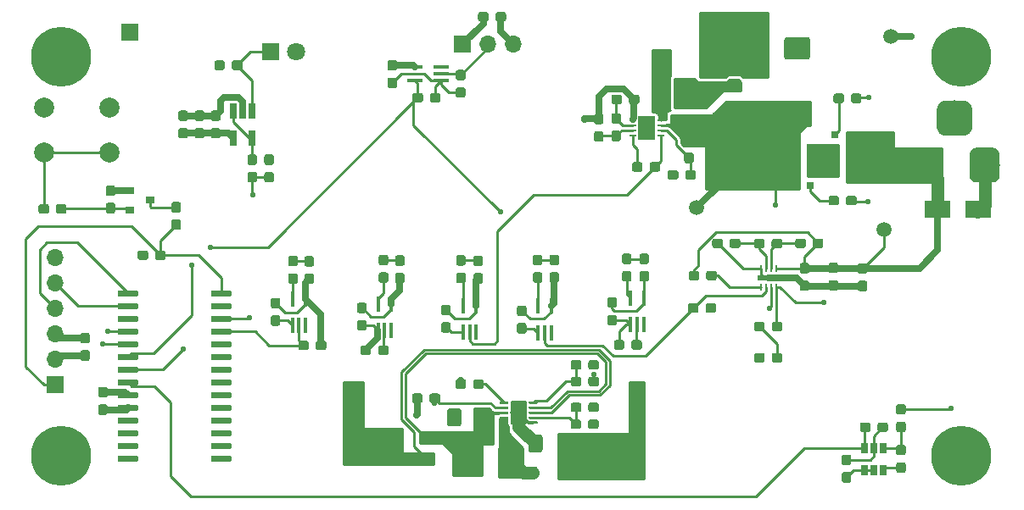
<source format=gbr>
G04 #@! TF.GenerationSoftware,KiCad,Pcbnew,(5.1.4)-1*
G04 #@! TF.CreationDate,2019-10-07T12:46:13-05:00*
G04 #@! TF.ProjectId,nightlight,6e696768-746c-4696-9768-742e6b696361,rev?*
G04 #@! TF.SameCoordinates,Original*
G04 #@! TF.FileFunction,Copper,L4,Bot*
G04 #@! TF.FilePolarity,Positive*
%FSLAX46Y46*%
G04 Gerber Fmt 4.6, Leading zero omitted, Abs format (unit mm)*
G04 Created by KiCad (PCBNEW (5.1.4)-1) date 2019-10-07 12:46:13*
%MOMM*%
%LPD*%
G04 APERTURE LIST*
%ADD10R,1.700000X1.700000*%
%ADD11O,1.700000X1.700000*%
%ADD12C,1.500000*%
%ADD13C,0.100000*%
%ADD14C,0.950000*%
%ADD15C,1.150000*%
%ADD16C,1.425000*%
%ADD17C,2.250000*%
%ADD18R,0.900000X1.200000*%
%ADD19R,2.500000X1.800000*%
%ADD20C,6.000000*%
%ADD21R,3.500000X3.500000*%
%ADD22C,3.000000*%
%ADD23C,3.500000*%
%ADD24R,1.903000X2.790000*%
%ADD25R,0.900000X0.800000*%
%ADD26R,1.800000X1.800000*%
%ADD27C,1.800000*%
%ADD28R,4.290000X4.500000*%
%ADD29R,0.800000X0.700000*%
%ADD30C,2.000000*%
%ADD31C,0.600000*%
%ADD32R,0.700000X0.250000*%
%ADD33R,1.660000X2.380000*%
%ADD34R,0.650000X1.060000*%
%ADD35C,1.650000*%
%ADD36C,0.250000*%
%ADD37R,0.650000X1.560000*%
%ADD38R,0.250000X0.700000*%
%ADD39R,2.200000X0.610000*%
%ADD40R,1.500000X0.400000*%
%ADD41R,0.400000X1.500000*%
%ADD42C,0.558800*%
%ADD43C,0.635000*%
%ADD44C,0.254000*%
%ADD45C,1.270000*%
G04 APERTURE END LIST*
D10*
X130175000Y-76530200D03*
D11*
X132715000Y-76530200D03*
X135255000Y-76530200D03*
D12*
X153543000Y-92900500D03*
X172224700Y-95046800D03*
D10*
X96926400Y-75361800D03*
D12*
X172897800Y-75793600D03*
D13*
G36*
X92742179Y-107146744D02*
G01*
X92765234Y-107150163D01*
X92787843Y-107155827D01*
X92809787Y-107163679D01*
X92830857Y-107173644D01*
X92850848Y-107185626D01*
X92869568Y-107199510D01*
X92886838Y-107215162D01*
X92902490Y-107232432D01*
X92916374Y-107251152D01*
X92928356Y-107271143D01*
X92938321Y-107292213D01*
X92946173Y-107314157D01*
X92951837Y-107336766D01*
X92955256Y-107359821D01*
X92956400Y-107383100D01*
X92956400Y-107958100D01*
X92955256Y-107981379D01*
X92951837Y-108004434D01*
X92946173Y-108027043D01*
X92938321Y-108048987D01*
X92928356Y-108070057D01*
X92916374Y-108090048D01*
X92902490Y-108108768D01*
X92886838Y-108126038D01*
X92869568Y-108141690D01*
X92850848Y-108155574D01*
X92830857Y-108167556D01*
X92809787Y-108177521D01*
X92787843Y-108185373D01*
X92765234Y-108191037D01*
X92742179Y-108194456D01*
X92718900Y-108195600D01*
X92243900Y-108195600D01*
X92220621Y-108194456D01*
X92197566Y-108191037D01*
X92174957Y-108185373D01*
X92153013Y-108177521D01*
X92131943Y-108167556D01*
X92111952Y-108155574D01*
X92093232Y-108141690D01*
X92075962Y-108126038D01*
X92060310Y-108108768D01*
X92046426Y-108090048D01*
X92034444Y-108070057D01*
X92024479Y-108048987D01*
X92016627Y-108027043D01*
X92010963Y-108004434D01*
X92007544Y-107981379D01*
X92006400Y-107958100D01*
X92006400Y-107383100D01*
X92007544Y-107359821D01*
X92010963Y-107336766D01*
X92016627Y-107314157D01*
X92024479Y-107292213D01*
X92034444Y-107271143D01*
X92046426Y-107251152D01*
X92060310Y-107232432D01*
X92075962Y-107215162D01*
X92093232Y-107199510D01*
X92111952Y-107185626D01*
X92131943Y-107173644D01*
X92153013Y-107163679D01*
X92174957Y-107155827D01*
X92197566Y-107150163D01*
X92220621Y-107146744D01*
X92243900Y-107145600D01*
X92718900Y-107145600D01*
X92742179Y-107146744D01*
X92742179Y-107146744D01*
G37*
D14*
X92481400Y-107670600D03*
D13*
G36*
X92742179Y-105396744D02*
G01*
X92765234Y-105400163D01*
X92787843Y-105405827D01*
X92809787Y-105413679D01*
X92830857Y-105423644D01*
X92850848Y-105435626D01*
X92869568Y-105449510D01*
X92886838Y-105465162D01*
X92902490Y-105482432D01*
X92916374Y-105501152D01*
X92928356Y-105521143D01*
X92938321Y-105542213D01*
X92946173Y-105564157D01*
X92951837Y-105586766D01*
X92955256Y-105609821D01*
X92956400Y-105633100D01*
X92956400Y-106208100D01*
X92955256Y-106231379D01*
X92951837Y-106254434D01*
X92946173Y-106277043D01*
X92938321Y-106298987D01*
X92928356Y-106320057D01*
X92916374Y-106340048D01*
X92902490Y-106358768D01*
X92886838Y-106376038D01*
X92869568Y-106391690D01*
X92850848Y-106405574D01*
X92830857Y-106417556D01*
X92809787Y-106427521D01*
X92787843Y-106435373D01*
X92765234Y-106441037D01*
X92742179Y-106444456D01*
X92718900Y-106445600D01*
X92243900Y-106445600D01*
X92220621Y-106444456D01*
X92197566Y-106441037D01*
X92174957Y-106435373D01*
X92153013Y-106427521D01*
X92131943Y-106417556D01*
X92111952Y-106405574D01*
X92093232Y-106391690D01*
X92075962Y-106376038D01*
X92060310Y-106358768D01*
X92046426Y-106340048D01*
X92034444Y-106320057D01*
X92024479Y-106298987D01*
X92016627Y-106277043D01*
X92010963Y-106254434D01*
X92007544Y-106231379D01*
X92006400Y-106208100D01*
X92006400Y-105633100D01*
X92007544Y-105609821D01*
X92010963Y-105586766D01*
X92016627Y-105564157D01*
X92024479Y-105542213D01*
X92034444Y-105521143D01*
X92046426Y-105501152D01*
X92060310Y-105482432D01*
X92075962Y-105465162D01*
X92093232Y-105449510D01*
X92111952Y-105435626D01*
X92131943Y-105423644D01*
X92153013Y-105413679D01*
X92174957Y-105405827D01*
X92197566Y-105400163D01*
X92220621Y-105396744D01*
X92243900Y-105395600D01*
X92718900Y-105395600D01*
X92742179Y-105396744D01*
X92742179Y-105396744D01*
G37*
D14*
X92481400Y-105920600D03*
D13*
G36*
X94520179Y-110804344D02*
G01*
X94543234Y-110807763D01*
X94565843Y-110813427D01*
X94587787Y-110821279D01*
X94608857Y-110831244D01*
X94628848Y-110843226D01*
X94647568Y-110857110D01*
X94664838Y-110872762D01*
X94680490Y-110890032D01*
X94694374Y-110908752D01*
X94706356Y-110928743D01*
X94716321Y-110949813D01*
X94724173Y-110971757D01*
X94729837Y-110994366D01*
X94733256Y-111017421D01*
X94734400Y-111040700D01*
X94734400Y-111615700D01*
X94733256Y-111638979D01*
X94729837Y-111662034D01*
X94724173Y-111684643D01*
X94716321Y-111706587D01*
X94706356Y-111727657D01*
X94694374Y-111747648D01*
X94680490Y-111766368D01*
X94664838Y-111783638D01*
X94647568Y-111799290D01*
X94628848Y-111813174D01*
X94608857Y-111825156D01*
X94587787Y-111835121D01*
X94565843Y-111842973D01*
X94543234Y-111848637D01*
X94520179Y-111852056D01*
X94496900Y-111853200D01*
X94021900Y-111853200D01*
X93998621Y-111852056D01*
X93975566Y-111848637D01*
X93952957Y-111842973D01*
X93931013Y-111835121D01*
X93909943Y-111825156D01*
X93889952Y-111813174D01*
X93871232Y-111799290D01*
X93853962Y-111783638D01*
X93838310Y-111766368D01*
X93824426Y-111747648D01*
X93812444Y-111727657D01*
X93802479Y-111706587D01*
X93794627Y-111684643D01*
X93788963Y-111662034D01*
X93785544Y-111638979D01*
X93784400Y-111615700D01*
X93784400Y-111040700D01*
X93785544Y-111017421D01*
X93788963Y-110994366D01*
X93794627Y-110971757D01*
X93802479Y-110949813D01*
X93812444Y-110928743D01*
X93824426Y-110908752D01*
X93838310Y-110890032D01*
X93853962Y-110872762D01*
X93871232Y-110857110D01*
X93889952Y-110843226D01*
X93909943Y-110831244D01*
X93931013Y-110821279D01*
X93952957Y-110813427D01*
X93975566Y-110807763D01*
X93998621Y-110804344D01*
X94021900Y-110803200D01*
X94496900Y-110803200D01*
X94520179Y-110804344D01*
X94520179Y-110804344D01*
G37*
D14*
X94259400Y-111328200D03*
D13*
G36*
X94520179Y-112554344D02*
G01*
X94543234Y-112557763D01*
X94565843Y-112563427D01*
X94587787Y-112571279D01*
X94608857Y-112581244D01*
X94628848Y-112593226D01*
X94647568Y-112607110D01*
X94664838Y-112622762D01*
X94680490Y-112640032D01*
X94694374Y-112658752D01*
X94706356Y-112678743D01*
X94716321Y-112699813D01*
X94724173Y-112721757D01*
X94729837Y-112744366D01*
X94733256Y-112767421D01*
X94734400Y-112790700D01*
X94734400Y-113365700D01*
X94733256Y-113388979D01*
X94729837Y-113412034D01*
X94724173Y-113434643D01*
X94716321Y-113456587D01*
X94706356Y-113477657D01*
X94694374Y-113497648D01*
X94680490Y-113516368D01*
X94664838Y-113533638D01*
X94647568Y-113549290D01*
X94628848Y-113563174D01*
X94608857Y-113575156D01*
X94587787Y-113585121D01*
X94565843Y-113592973D01*
X94543234Y-113598637D01*
X94520179Y-113602056D01*
X94496900Y-113603200D01*
X94021900Y-113603200D01*
X93998621Y-113602056D01*
X93975566Y-113598637D01*
X93952957Y-113592973D01*
X93931013Y-113585121D01*
X93909943Y-113575156D01*
X93889952Y-113563174D01*
X93871232Y-113549290D01*
X93853962Y-113533638D01*
X93838310Y-113516368D01*
X93824426Y-113497648D01*
X93812444Y-113477657D01*
X93802479Y-113456587D01*
X93794627Y-113434643D01*
X93788963Y-113412034D01*
X93785544Y-113388979D01*
X93784400Y-113365700D01*
X93784400Y-112790700D01*
X93785544Y-112767421D01*
X93788963Y-112744366D01*
X93794627Y-112721757D01*
X93802479Y-112699813D01*
X93812444Y-112678743D01*
X93824426Y-112658752D01*
X93838310Y-112640032D01*
X93853962Y-112622762D01*
X93871232Y-112607110D01*
X93889952Y-112593226D01*
X93909943Y-112581244D01*
X93931013Y-112571279D01*
X93952957Y-112563427D01*
X93975566Y-112557763D01*
X93998621Y-112554344D01*
X94021900Y-112553200D01*
X94496900Y-112553200D01*
X94520179Y-112554344D01*
X94520179Y-112554344D01*
G37*
D14*
X94259400Y-113078200D03*
D13*
G36*
X144024779Y-85251944D02*
G01*
X144047834Y-85255363D01*
X144070443Y-85261027D01*
X144092387Y-85268879D01*
X144113457Y-85278844D01*
X144133448Y-85290826D01*
X144152168Y-85304710D01*
X144169438Y-85320362D01*
X144185090Y-85337632D01*
X144198974Y-85356352D01*
X144210956Y-85376343D01*
X144220921Y-85397413D01*
X144228773Y-85419357D01*
X144234437Y-85441966D01*
X144237856Y-85465021D01*
X144239000Y-85488300D01*
X144239000Y-86063300D01*
X144237856Y-86086579D01*
X144234437Y-86109634D01*
X144228773Y-86132243D01*
X144220921Y-86154187D01*
X144210956Y-86175257D01*
X144198974Y-86195248D01*
X144185090Y-86213968D01*
X144169438Y-86231238D01*
X144152168Y-86246890D01*
X144133448Y-86260774D01*
X144113457Y-86272756D01*
X144092387Y-86282721D01*
X144070443Y-86290573D01*
X144047834Y-86296237D01*
X144024779Y-86299656D01*
X144001500Y-86300800D01*
X143526500Y-86300800D01*
X143503221Y-86299656D01*
X143480166Y-86296237D01*
X143457557Y-86290573D01*
X143435613Y-86282721D01*
X143414543Y-86272756D01*
X143394552Y-86260774D01*
X143375832Y-86246890D01*
X143358562Y-86231238D01*
X143342910Y-86213968D01*
X143329026Y-86195248D01*
X143317044Y-86175257D01*
X143307079Y-86154187D01*
X143299227Y-86132243D01*
X143293563Y-86109634D01*
X143290144Y-86086579D01*
X143289000Y-86063300D01*
X143289000Y-85488300D01*
X143290144Y-85465021D01*
X143293563Y-85441966D01*
X143299227Y-85419357D01*
X143307079Y-85397413D01*
X143317044Y-85376343D01*
X143329026Y-85356352D01*
X143342910Y-85337632D01*
X143358562Y-85320362D01*
X143375832Y-85304710D01*
X143394552Y-85290826D01*
X143414543Y-85278844D01*
X143435613Y-85268879D01*
X143457557Y-85261027D01*
X143480166Y-85255363D01*
X143503221Y-85251944D01*
X143526500Y-85250800D01*
X144001500Y-85250800D01*
X144024779Y-85251944D01*
X144024779Y-85251944D01*
G37*
D14*
X143764000Y-85775800D03*
D13*
G36*
X144024779Y-83501944D02*
G01*
X144047834Y-83505363D01*
X144070443Y-83511027D01*
X144092387Y-83518879D01*
X144113457Y-83528844D01*
X144133448Y-83540826D01*
X144152168Y-83554710D01*
X144169438Y-83570362D01*
X144185090Y-83587632D01*
X144198974Y-83606352D01*
X144210956Y-83626343D01*
X144220921Y-83647413D01*
X144228773Y-83669357D01*
X144234437Y-83691966D01*
X144237856Y-83715021D01*
X144239000Y-83738300D01*
X144239000Y-84313300D01*
X144237856Y-84336579D01*
X144234437Y-84359634D01*
X144228773Y-84382243D01*
X144220921Y-84404187D01*
X144210956Y-84425257D01*
X144198974Y-84445248D01*
X144185090Y-84463968D01*
X144169438Y-84481238D01*
X144152168Y-84496890D01*
X144133448Y-84510774D01*
X144113457Y-84522756D01*
X144092387Y-84532721D01*
X144070443Y-84540573D01*
X144047834Y-84546237D01*
X144024779Y-84549656D01*
X144001500Y-84550800D01*
X143526500Y-84550800D01*
X143503221Y-84549656D01*
X143480166Y-84546237D01*
X143457557Y-84540573D01*
X143435613Y-84532721D01*
X143414543Y-84522756D01*
X143394552Y-84510774D01*
X143375832Y-84496890D01*
X143358562Y-84481238D01*
X143342910Y-84463968D01*
X143329026Y-84445248D01*
X143317044Y-84425257D01*
X143307079Y-84404187D01*
X143299227Y-84382243D01*
X143293563Y-84359634D01*
X143290144Y-84336579D01*
X143289000Y-84313300D01*
X143289000Y-83738300D01*
X143290144Y-83715021D01*
X143293563Y-83691966D01*
X143299227Y-83669357D01*
X143307079Y-83647413D01*
X143317044Y-83626343D01*
X143329026Y-83606352D01*
X143342910Y-83587632D01*
X143358562Y-83570362D01*
X143375832Y-83554710D01*
X143394552Y-83540826D01*
X143414543Y-83528844D01*
X143435613Y-83518879D01*
X143457557Y-83511027D01*
X143480166Y-83505363D01*
X143503221Y-83501944D01*
X143526500Y-83500800D01*
X144001500Y-83500800D01*
X144024779Y-83501944D01*
X144024779Y-83501944D01*
G37*
D14*
X143764000Y-84025800D03*
D13*
G36*
X154169905Y-83788604D02*
G01*
X154194173Y-83792204D01*
X154217972Y-83798165D01*
X154241071Y-83806430D01*
X154263250Y-83816920D01*
X154284293Y-83829532D01*
X154303999Y-83844147D01*
X154322177Y-83860623D01*
X154338653Y-83878801D01*
X154353268Y-83898507D01*
X154365880Y-83919550D01*
X154376370Y-83941729D01*
X154384635Y-83964828D01*
X154390596Y-83988627D01*
X154394196Y-84012895D01*
X154395400Y-84037399D01*
X154395400Y-84687401D01*
X154394196Y-84711905D01*
X154390596Y-84736173D01*
X154384635Y-84759972D01*
X154376370Y-84783071D01*
X154365880Y-84805250D01*
X154353268Y-84826293D01*
X154338653Y-84845999D01*
X154322177Y-84864177D01*
X154303999Y-84880653D01*
X154284293Y-84895268D01*
X154263250Y-84907880D01*
X154241071Y-84918370D01*
X154217972Y-84926635D01*
X154194173Y-84932596D01*
X154169905Y-84936196D01*
X154145401Y-84937400D01*
X153245399Y-84937400D01*
X153220895Y-84936196D01*
X153196627Y-84932596D01*
X153172828Y-84926635D01*
X153149729Y-84918370D01*
X153127550Y-84907880D01*
X153106507Y-84895268D01*
X153086801Y-84880653D01*
X153068623Y-84864177D01*
X153052147Y-84845999D01*
X153037532Y-84826293D01*
X153024920Y-84805250D01*
X153014430Y-84783071D01*
X153006165Y-84759972D01*
X153000204Y-84736173D01*
X152996604Y-84711905D01*
X152995400Y-84687401D01*
X152995400Y-84037399D01*
X152996604Y-84012895D01*
X153000204Y-83988627D01*
X153006165Y-83964828D01*
X153014430Y-83941729D01*
X153024920Y-83919550D01*
X153037532Y-83898507D01*
X153052147Y-83878801D01*
X153068623Y-83860623D01*
X153086801Y-83844147D01*
X153106507Y-83829532D01*
X153127550Y-83816920D01*
X153149729Y-83806430D01*
X153172828Y-83798165D01*
X153196627Y-83792204D01*
X153220895Y-83788604D01*
X153245399Y-83787400D01*
X154145401Y-83787400D01*
X154169905Y-83788604D01*
X154169905Y-83788604D01*
G37*
D15*
X153695400Y-84362400D03*
D13*
G36*
X154169905Y-81738604D02*
G01*
X154194173Y-81742204D01*
X154217972Y-81748165D01*
X154241071Y-81756430D01*
X154263250Y-81766920D01*
X154284293Y-81779532D01*
X154303999Y-81794147D01*
X154322177Y-81810623D01*
X154338653Y-81828801D01*
X154353268Y-81848507D01*
X154365880Y-81869550D01*
X154376370Y-81891729D01*
X154384635Y-81914828D01*
X154390596Y-81938627D01*
X154394196Y-81962895D01*
X154395400Y-81987399D01*
X154395400Y-82637401D01*
X154394196Y-82661905D01*
X154390596Y-82686173D01*
X154384635Y-82709972D01*
X154376370Y-82733071D01*
X154365880Y-82755250D01*
X154353268Y-82776293D01*
X154338653Y-82795999D01*
X154322177Y-82814177D01*
X154303999Y-82830653D01*
X154284293Y-82845268D01*
X154263250Y-82857880D01*
X154241071Y-82868370D01*
X154217972Y-82876635D01*
X154194173Y-82882596D01*
X154169905Y-82886196D01*
X154145401Y-82887400D01*
X153245399Y-82887400D01*
X153220895Y-82886196D01*
X153196627Y-82882596D01*
X153172828Y-82876635D01*
X153149729Y-82868370D01*
X153127550Y-82857880D01*
X153106507Y-82845268D01*
X153086801Y-82830653D01*
X153068623Y-82814177D01*
X153052147Y-82795999D01*
X153037532Y-82776293D01*
X153024920Y-82755250D01*
X153014430Y-82733071D01*
X153006165Y-82709972D01*
X153000204Y-82686173D01*
X152996604Y-82661905D01*
X152995400Y-82637401D01*
X152995400Y-81987399D01*
X152996604Y-81962895D01*
X153000204Y-81938627D01*
X153006165Y-81914828D01*
X153014430Y-81891729D01*
X153024920Y-81869550D01*
X153037532Y-81848507D01*
X153052147Y-81828801D01*
X153068623Y-81810623D01*
X153086801Y-81794147D01*
X153106507Y-81779532D01*
X153127550Y-81766920D01*
X153149729Y-81756430D01*
X153172828Y-81748165D01*
X153196627Y-81742204D01*
X153220895Y-81738604D01*
X153245399Y-81737400D01*
X154145401Y-81737400D01*
X154169905Y-81738604D01*
X154169905Y-81738604D01*
G37*
D15*
X153695400Y-82312400D03*
D13*
G36*
X152025779Y-81899144D02*
G01*
X152048834Y-81902563D01*
X152071443Y-81908227D01*
X152093387Y-81916079D01*
X152114457Y-81926044D01*
X152134448Y-81938026D01*
X152153168Y-81951910D01*
X152170438Y-81967562D01*
X152186090Y-81984832D01*
X152199974Y-82003552D01*
X152211956Y-82023543D01*
X152221921Y-82044613D01*
X152229773Y-82066557D01*
X152235437Y-82089166D01*
X152238856Y-82112221D01*
X152240000Y-82135500D01*
X152240000Y-82710500D01*
X152238856Y-82733779D01*
X152235437Y-82756834D01*
X152229773Y-82779443D01*
X152221921Y-82801387D01*
X152211956Y-82822457D01*
X152199974Y-82842448D01*
X152186090Y-82861168D01*
X152170438Y-82878438D01*
X152153168Y-82894090D01*
X152134448Y-82907974D01*
X152114457Y-82919956D01*
X152093387Y-82929921D01*
X152071443Y-82937773D01*
X152048834Y-82943437D01*
X152025779Y-82946856D01*
X152002500Y-82948000D01*
X151527500Y-82948000D01*
X151504221Y-82946856D01*
X151481166Y-82943437D01*
X151458557Y-82937773D01*
X151436613Y-82929921D01*
X151415543Y-82919956D01*
X151395552Y-82907974D01*
X151376832Y-82894090D01*
X151359562Y-82878438D01*
X151343910Y-82861168D01*
X151330026Y-82842448D01*
X151318044Y-82822457D01*
X151308079Y-82801387D01*
X151300227Y-82779443D01*
X151294563Y-82756834D01*
X151291144Y-82733779D01*
X151290000Y-82710500D01*
X151290000Y-82135500D01*
X151291144Y-82112221D01*
X151294563Y-82089166D01*
X151300227Y-82066557D01*
X151308079Y-82044613D01*
X151318044Y-82023543D01*
X151330026Y-82003552D01*
X151343910Y-81984832D01*
X151359562Y-81967562D01*
X151376832Y-81951910D01*
X151395552Y-81938026D01*
X151415543Y-81926044D01*
X151436613Y-81916079D01*
X151458557Y-81908227D01*
X151481166Y-81902563D01*
X151504221Y-81899144D01*
X151527500Y-81898000D01*
X152002500Y-81898000D01*
X152025779Y-81899144D01*
X152025779Y-81899144D01*
G37*
D14*
X151765000Y-82423000D03*
D13*
G36*
X152025779Y-83649144D02*
G01*
X152048834Y-83652563D01*
X152071443Y-83658227D01*
X152093387Y-83666079D01*
X152114457Y-83676044D01*
X152134448Y-83688026D01*
X152153168Y-83701910D01*
X152170438Y-83717562D01*
X152186090Y-83734832D01*
X152199974Y-83753552D01*
X152211956Y-83773543D01*
X152221921Y-83794613D01*
X152229773Y-83816557D01*
X152235437Y-83839166D01*
X152238856Y-83862221D01*
X152240000Y-83885500D01*
X152240000Y-84460500D01*
X152238856Y-84483779D01*
X152235437Y-84506834D01*
X152229773Y-84529443D01*
X152221921Y-84551387D01*
X152211956Y-84572457D01*
X152199974Y-84592448D01*
X152186090Y-84611168D01*
X152170438Y-84628438D01*
X152153168Y-84644090D01*
X152134448Y-84657974D01*
X152114457Y-84669956D01*
X152093387Y-84679921D01*
X152071443Y-84687773D01*
X152048834Y-84693437D01*
X152025779Y-84696856D01*
X152002500Y-84698000D01*
X151527500Y-84698000D01*
X151504221Y-84696856D01*
X151481166Y-84693437D01*
X151458557Y-84687773D01*
X151436613Y-84679921D01*
X151415543Y-84669956D01*
X151395552Y-84657974D01*
X151376832Y-84644090D01*
X151359562Y-84628438D01*
X151343910Y-84611168D01*
X151330026Y-84592448D01*
X151318044Y-84572457D01*
X151308079Y-84551387D01*
X151300227Y-84529443D01*
X151294563Y-84506834D01*
X151291144Y-84483779D01*
X151290000Y-84460500D01*
X151290000Y-83885500D01*
X151291144Y-83862221D01*
X151294563Y-83839166D01*
X151300227Y-83816557D01*
X151308079Y-83794613D01*
X151318044Y-83773543D01*
X151330026Y-83753552D01*
X151343910Y-83734832D01*
X151359562Y-83717562D01*
X151376832Y-83701910D01*
X151395552Y-83688026D01*
X151415543Y-83676044D01*
X151436613Y-83666079D01*
X151458557Y-83658227D01*
X151481166Y-83652563D01*
X151504221Y-83649144D01*
X151527500Y-83648000D01*
X152002500Y-83648000D01*
X152025779Y-83649144D01*
X152025779Y-83649144D01*
G37*
D14*
X151765000Y-84173000D03*
D13*
G36*
X157751305Y-80004004D02*
G01*
X157775573Y-80007604D01*
X157799372Y-80013565D01*
X157822471Y-80021830D01*
X157844650Y-80032320D01*
X157865693Y-80044932D01*
X157885399Y-80059547D01*
X157903577Y-80076023D01*
X157920053Y-80094201D01*
X157934668Y-80113907D01*
X157947280Y-80134950D01*
X157957770Y-80157129D01*
X157966035Y-80180228D01*
X157971996Y-80204027D01*
X157975596Y-80228295D01*
X157976800Y-80252799D01*
X157976800Y-80902801D01*
X157975596Y-80927305D01*
X157971996Y-80951573D01*
X157966035Y-80975372D01*
X157957770Y-80998471D01*
X157947280Y-81020650D01*
X157934668Y-81041693D01*
X157920053Y-81061399D01*
X157903577Y-81079577D01*
X157885399Y-81096053D01*
X157865693Y-81110668D01*
X157844650Y-81123280D01*
X157822471Y-81133770D01*
X157799372Y-81142035D01*
X157775573Y-81147996D01*
X157751305Y-81151596D01*
X157726801Y-81152800D01*
X156826799Y-81152800D01*
X156802295Y-81151596D01*
X156778027Y-81147996D01*
X156754228Y-81142035D01*
X156731129Y-81133770D01*
X156708950Y-81123280D01*
X156687907Y-81110668D01*
X156668201Y-81096053D01*
X156650023Y-81079577D01*
X156633547Y-81061399D01*
X156618932Y-81041693D01*
X156606320Y-81020650D01*
X156595830Y-80998471D01*
X156587565Y-80975372D01*
X156581604Y-80951573D01*
X156578004Y-80927305D01*
X156576800Y-80902801D01*
X156576800Y-80252799D01*
X156578004Y-80228295D01*
X156581604Y-80204027D01*
X156587565Y-80180228D01*
X156595830Y-80157129D01*
X156606320Y-80134950D01*
X156618932Y-80113907D01*
X156633547Y-80094201D01*
X156650023Y-80076023D01*
X156668201Y-80059547D01*
X156687907Y-80044932D01*
X156708950Y-80032320D01*
X156731129Y-80021830D01*
X156754228Y-80013565D01*
X156778027Y-80007604D01*
X156802295Y-80004004D01*
X156826799Y-80002800D01*
X157726801Y-80002800D01*
X157751305Y-80004004D01*
X157751305Y-80004004D01*
G37*
D15*
X157276800Y-80577800D03*
D13*
G36*
X157751305Y-77954004D02*
G01*
X157775573Y-77957604D01*
X157799372Y-77963565D01*
X157822471Y-77971830D01*
X157844650Y-77982320D01*
X157865693Y-77994932D01*
X157885399Y-78009547D01*
X157903577Y-78026023D01*
X157920053Y-78044201D01*
X157934668Y-78063907D01*
X157947280Y-78084950D01*
X157957770Y-78107129D01*
X157966035Y-78130228D01*
X157971996Y-78154027D01*
X157975596Y-78178295D01*
X157976800Y-78202799D01*
X157976800Y-78852801D01*
X157975596Y-78877305D01*
X157971996Y-78901573D01*
X157966035Y-78925372D01*
X157957770Y-78948471D01*
X157947280Y-78970650D01*
X157934668Y-78991693D01*
X157920053Y-79011399D01*
X157903577Y-79029577D01*
X157885399Y-79046053D01*
X157865693Y-79060668D01*
X157844650Y-79073280D01*
X157822471Y-79083770D01*
X157799372Y-79092035D01*
X157775573Y-79097996D01*
X157751305Y-79101596D01*
X157726801Y-79102800D01*
X156826799Y-79102800D01*
X156802295Y-79101596D01*
X156778027Y-79097996D01*
X156754228Y-79092035D01*
X156731129Y-79083770D01*
X156708950Y-79073280D01*
X156687907Y-79060668D01*
X156668201Y-79046053D01*
X156650023Y-79029577D01*
X156633547Y-79011399D01*
X156618932Y-78991693D01*
X156606320Y-78970650D01*
X156595830Y-78948471D01*
X156587565Y-78925372D01*
X156581604Y-78901573D01*
X156578004Y-78877305D01*
X156576800Y-78852801D01*
X156576800Y-78202799D01*
X156578004Y-78178295D01*
X156581604Y-78154027D01*
X156587565Y-78130228D01*
X156595830Y-78107129D01*
X156606320Y-78084950D01*
X156618932Y-78063907D01*
X156633547Y-78044201D01*
X156650023Y-78026023D01*
X156668201Y-78009547D01*
X156687907Y-77994932D01*
X156708950Y-77982320D01*
X156731129Y-77971830D01*
X156754228Y-77963565D01*
X156778027Y-77957604D01*
X156802295Y-77954004D01*
X156826799Y-77952800D01*
X157726801Y-77952800D01*
X157751305Y-77954004D01*
X157751305Y-77954004D01*
G37*
D15*
X157276800Y-78527800D03*
D13*
G36*
X174174579Y-116584144D02*
G01*
X174197634Y-116587563D01*
X174220243Y-116593227D01*
X174242187Y-116601079D01*
X174263257Y-116611044D01*
X174283248Y-116623026D01*
X174301968Y-116636910D01*
X174319238Y-116652562D01*
X174334890Y-116669832D01*
X174348774Y-116688552D01*
X174360756Y-116708543D01*
X174370721Y-116729613D01*
X174378573Y-116751557D01*
X174384237Y-116774166D01*
X174387656Y-116797221D01*
X174388800Y-116820500D01*
X174388800Y-117395500D01*
X174387656Y-117418779D01*
X174384237Y-117441834D01*
X174378573Y-117464443D01*
X174370721Y-117486387D01*
X174360756Y-117507457D01*
X174348774Y-117527448D01*
X174334890Y-117546168D01*
X174319238Y-117563438D01*
X174301968Y-117579090D01*
X174283248Y-117592974D01*
X174263257Y-117604956D01*
X174242187Y-117614921D01*
X174220243Y-117622773D01*
X174197634Y-117628437D01*
X174174579Y-117631856D01*
X174151300Y-117633000D01*
X173676300Y-117633000D01*
X173653021Y-117631856D01*
X173629966Y-117628437D01*
X173607357Y-117622773D01*
X173585413Y-117614921D01*
X173564343Y-117604956D01*
X173544352Y-117592974D01*
X173525632Y-117579090D01*
X173508362Y-117563438D01*
X173492710Y-117546168D01*
X173478826Y-117527448D01*
X173466844Y-117507457D01*
X173456879Y-117486387D01*
X173449027Y-117464443D01*
X173443363Y-117441834D01*
X173439944Y-117418779D01*
X173438800Y-117395500D01*
X173438800Y-116820500D01*
X173439944Y-116797221D01*
X173443363Y-116774166D01*
X173449027Y-116751557D01*
X173456879Y-116729613D01*
X173466844Y-116708543D01*
X173478826Y-116688552D01*
X173492710Y-116669832D01*
X173508362Y-116652562D01*
X173525632Y-116636910D01*
X173544352Y-116623026D01*
X173564343Y-116611044D01*
X173585413Y-116601079D01*
X173607357Y-116593227D01*
X173629966Y-116587563D01*
X173653021Y-116584144D01*
X173676300Y-116583000D01*
X174151300Y-116583000D01*
X174174579Y-116584144D01*
X174174579Y-116584144D01*
G37*
D14*
X173913800Y-117108000D03*
D13*
G36*
X174174579Y-118334144D02*
G01*
X174197634Y-118337563D01*
X174220243Y-118343227D01*
X174242187Y-118351079D01*
X174263257Y-118361044D01*
X174283248Y-118373026D01*
X174301968Y-118386910D01*
X174319238Y-118402562D01*
X174334890Y-118419832D01*
X174348774Y-118438552D01*
X174360756Y-118458543D01*
X174370721Y-118479613D01*
X174378573Y-118501557D01*
X174384237Y-118524166D01*
X174387656Y-118547221D01*
X174388800Y-118570500D01*
X174388800Y-119145500D01*
X174387656Y-119168779D01*
X174384237Y-119191834D01*
X174378573Y-119214443D01*
X174370721Y-119236387D01*
X174360756Y-119257457D01*
X174348774Y-119277448D01*
X174334890Y-119296168D01*
X174319238Y-119313438D01*
X174301968Y-119329090D01*
X174283248Y-119342974D01*
X174263257Y-119354956D01*
X174242187Y-119364921D01*
X174220243Y-119372773D01*
X174197634Y-119378437D01*
X174174579Y-119381856D01*
X174151300Y-119383000D01*
X173676300Y-119383000D01*
X173653021Y-119381856D01*
X173629966Y-119378437D01*
X173607357Y-119372773D01*
X173585413Y-119364921D01*
X173564343Y-119354956D01*
X173544352Y-119342974D01*
X173525632Y-119329090D01*
X173508362Y-119313438D01*
X173492710Y-119296168D01*
X173478826Y-119277448D01*
X173466844Y-119257457D01*
X173456879Y-119236387D01*
X173449027Y-119214443D01*
X173443363Y-119191834D01*
X173439944Y-119168779D01*
X173438800Y-119145500D01*
X173438800Y-118570500D01*
X173439944Y-118547221D01*
X173443363Y-118524166D01*
X173449027Y-118501557D01*
X173456879Y-118479613D01*
X173466844Y-118458543D01*
X173478826Y-118438552D01*
X173492710Y-118419832D01*
X173508362Y-118402562D01*
X173525632Y-118386910D01*
X173544352Y-118373026D01*
X173564343Y-118361044D01*
X173585413Y-118351079D01*
X173607357Y-118343227D01*
X173629966Y-118337563D01*
X173653021Y-118334144D01*
X173676300Y-118333000D01*
X174151300Y-118333000D01*
X174174579Y-118334144D01*
X174174579Y-118334144D01*
G37*
D14*
X173913800Y-118858000D03*
D13*
G36*
X168738979Y-117574744D02*
G01*
X168762034Y-117578163D01*
X168784643Y-117583827D01*
X168806587Y-117591679D01*
X168827657Y-117601644D01*
X168847648Y-117613626D01*
X168866368Y-117627510D01*
X168883638Y-117643162D01*
X168899290Y-117660432D01*
X168913174Y-117679152D01*
X168925156Y-117699143D01*
X168935121Y-117720213D01*
X168942973Y-117742157D01*
X168948637Y-117764766D01*
X168952056Y-117787821D01*
X168953200Y-117811100D01*
X168953200Y-118386100D01*
X168952056Y-118409379D01*
X168948637Y-118432434D01*
X168942973Y-118455043D01*
X168935121Y-118476987D01*
X168925156Y-118498057D01*
X168913174Y-118518048D01*
X168899290Y-118536768D01*
X168883638Y-118554038D01*
X168866368Y-118569690D01*
X168847648Y-118583574D01*
X168827657Y-118595556D01*
X168806587Y-118605521D01*
X168784643Y-118613373D01*
X168762034Y-118619037D01*
X168738979Y-118622456D01*
X168715700Y-118623600D01*
X168240700Y-118623600D01*
X168217421Y-118622456D01*
X168194366Y-118619037D01*
X168171757Y-118613373D01*
X168149813Y-118605521D01*
X168128743Y-118595556D01*
X168108752Y-118583574D01*
X168090032Y-118569690D01*
X168072762Y-118554038D01*
X168057110Y-118536768D01*
X168043226Y-118518048D01*
X168031244Y-118498057D01*
X168021279Y-118476987D01*
X168013427Y-118455043D01*
X168007763Y-118432434D01*
X168004344Y-118409379D01*
X168003200Y-118386100D01*
X168003200Y-117811100D01*
X168004344Y-117787821D01*
X168007763Y-117764766D01*
X168013427Y-117742157D01*
X168021279Y-117720213D01*
X168031244Y-117699143D01*
X168043226Y-117679152D01*
X168057110Y-117660432D01*
X168072762Y-117643162D01*
X168090032Y-117627510D01*
X168108752Y-117613626D01*
X168128743Y-117601644D01*
X168149813Y-117591679D01*
X168171757Y-117583827D01*
X168194366Y-117578163D01*
X168217421Y-117574744D01*
X168240700Y-117573600D01*
X168715700Y-117573600D01*
X168738979Y-117574744D01*
X168738979Y-117574744D01*
G37*
D14*
X168478200Y-118098600D03*
D13*
G36*
X168738979Y-119324744D02*
G01*
X168762034Y-119328163D01*
X168784643Y-119333827D01*
X168806587Y-119341679D01*
X168827657Y-119351644D01*
X168847648Y-119363626D01*
X168866368Y-119377510D01*
X168883638Y-119393162D01*
X168899290Y-119410432D01*
X168913174Y-119429152D01*
X168925156Y-119449143D01*
X168935121Y-119470213D01*
X168942973Y-119492157D01*
X168948637Y-119514766D01*
X168952056Y-119537821D01*
X168953200Y-119561100D01*
X168953200Y-120136100D01*
X168952056Y-120159379D01*
X168948637Y-120182434D01*
X168942973Y-120205043D01*
X168935121Y-120226987D01*
X168925156Y-120248057D01*
X168913174Y-120268048D01*
X168899290Y-120286768D01*
X168883638Y-120304038D01*
X168866368Y-120319690D01*
X168847648Y-120333574D01*
X168827657Y-120345556D01*
X168806587Y-120355521D01*
X168784643Y-120363373D01*
X168762034Y-120369037D01*
X168738979Y-120372456D01*
X168715700Y-120373600D01*
X168240700Y-120373600D01*
X168217421Y-120372456D01*
X168194366Y-120369037D01*
X168171757Y-120363373D01*
X168149813Y-120355521D01*
X168128743Y-120345556D01*
X168108752Y-120333574D01*
X168090032Y-120319690D01*
X168072762Y-120304038D01*
X168057110Y-120286768D01*
X168043226Y-120268048D01*
X168031244Y-120248057D01*
X168021279Y-120226987D01*
X168013427Y-120205043D01*
X168007763Y-120182434D01*
X168004344Y-120159379D01*
X168003200Y-120136100D01*
X168003200Y-119561100D01*
X168004344Y-119537821D01*
X168007763Y-119514766D01*
X168013427Y-119492157D01*
X168021279Y-119470213D01*
X168031244Y-119449143D01*
X168043226Y-119429152D01*
X168057110Y-119410432D01*
X168072762Y-119393162D01*
X168090032Y-119377510D01*
X168108752Y-119363626D01*
X168128743Y-119351644D01*
X168149813Y-119341679D01*
X168171757Y-119333827D01*
X168194366Y-119328163D01*
X168217421Y-119324744D01*
X168240700Y-119323600D01*
X168715700Y-119323600D01*
X168738979Y-119324744D01*
X168738979Y-119324744D01*
G37*
D14*
X168478200Y-119848600D03*
D13*
G36*
X129820604Y-112969004D02*
G01*
X129844873Y-112972604D01*
X129868671Y-112978565D01*
X129891771Y-112986830D01*
X129913949Y-112997320D01*
X129934993Y-113009933D01*
X129954698Y-113024547D01*
X129972877Y-113041023D01*
X129989353Y-113059202D01*
X130003967Y-113078907D01*
X130016580Y-113099951D01*
X130027070Y-113122129D01*
X130035335Y-113145229D01*
X130041296Y-113169027D01*
X130044896Y-113193296D01*
X130046100Y-113217800D01*
X130046100Y-114467800D01*
X130044896Y-114492304D01*
X130041296Y-114516573D01*
X130035335Y-114540371D01*
X130027070Y-114563471D01*
X130016580Y-114585649D01*
X130003967Y-114606693D01*
X129989353Y-114626398D01*
X129972877Y-114644577D01*
X129954698Y-114661053D01*
X129934993Y-114675667D01*
X129913949Y-114688280D01*
X129891771Y-114698770D01*
X129868671Y-114707035D01*
X129844873Y-114712996D01*
X129820604Y-114716596D01*
X129796100Y-114717800D01*
X128871100Y-114717800D01*
X128846596Y-114716596D01*
X128822327Y-114712996D01*
X128798529Y-114707035D01*
X128775429Y-114698770D01*
X128753251Y-114688280D01*
X128732207Y-114675667D01*
X128712502Y-114661053D01*
X128694323Y-114644577D01*
X128677847Y-114626398D01*
X128663233Y-114606693D01*
X128650620Y-114585649D01*
X128640130Y-114563471D01*
X128631865Y-114540371D01*
X128625904Y-114516573D01*
X128622304Y-114492304D01*
X128621100Y-114467800D01*
X128621100Y-113217800D01*
X128622304Y-113193296D01*
X128625904Y-113169027D01*
X128631865Y-113145229D01*
X128640130Y-113122129D01*
X128650620Y-113099951D01*
X128663233Y-113078907D01*
X128677847Y-113059202D01*
X128694323Y-113041023D01*
X128712502Y-113024547D01*
X128732207Y-113009933D01*
X128753251Y-112997320D01*
X128775429Y-112986830D01*
X128798529Y-112978565D01*
X128822327Y-112972604D01*
X128846596Y-112969004D01*
X128871100Y-112967800D01*
X129796100Y-112967800D01*
X129820604Y-112969004D01*
X129820604Y-112969004D01*
G37*
D16*
X129333600Y-113842800D03*
D13*
G36*
X132795604Y-112969004D02*
G01*
X132819873Y-112972604D01*
X132843671Y-112978565D01*
X132866771Y-112986830D01*
X132888949Y-112997320D01*
X132909993Y-113009933D01*
X132929698Y-113024547D01*
X132947877Y-113041023D01*
X132964353Y-113059202D01*
X132978967Y-113078907D01*
X132991580Y-113099951D01*
X133002070Y-113122129D01*
X133010335Y-113145229D01*
X133016296Y-113169027D01*
X133019896Y-113193296D01*
X133021100Y-113217800D01*
X133021100Y-114467800D01*
X133019896Y-114492304D01*
X133016296Y-114516573D01*
X133010335Y-114540371D01*
X133002070Y-114563471D01*
X132991580Y-114585649D01*
X132978967Y-114606693D01*
X132964353Y-114626398D01*
X132947877Y-114644577D01*
X132929698Y-114661053D01*
X132909993Y-114675667D01*
X132888949Y-114688280D01*
X132866771Y-114698770D01*
X132843671Y-114707035D01*
X132819873Y-114712996D01*
X132795604Y-114716596D01*
X132771100Y-114717800D01*
X131846100Y-114717800D01*
X131821596Y-114716596D01*
X131797327Y-114712996D01*
X131773529Y-114707035D01*
X131750429Y-114698770D01*
X131728251Y-114688280D01*
X131707207Y-114675667D01*
X131687502Y-114661053D01*
X131669323Y-114644577D01*
X131652847Y-114626398D01*
X131638233Y-114606693D01*
X131625620Y-114585649D01*
X131615130Y-114563471D01*
X131606865Y-114540371D01*
X131600904Y-114516573D01*
X131597304Y-114492304D01*
X131596100Y-114467800D01*
X131596100Y-113217800D01*
X131597304Y-113193296D01*
X131600904Y-113169027D01*
X131606865Y-113145229D01*
X131615130Y-113122129D01*
X131625620Y-113099951D01*
X131638233Y-113078907D01*
X131652847Y-113059202D01*
X131669323Y-113041023D01*
X131687502Y-113024547D01*
X131707207Y-113009933D01*
X131728251Y-112997320D01*
X131750429Y-112986830D01*
X131773529Y-112978565D01*
X131797327Y-112972604D01*
X131821596Y-112969004D01*
X131846100Y-112967800D01*
X132771100Y-112967800D01*
X132795604Y-112969004D01*
X132795604Y-112969004D01*
G37*
D16*
X132308600Y-113842800D03*
D13*
G36*
X141777379Y-114054744D02*
G01*
X141800434Y-114058163D01*
X141823043Y-114063827D01*
X141844987Y-114071679D01*
X141866057Y-114081644D01*
X141886048Y-114093626D01*
X141904768Y-114107510D01*
X141922038Y-114123162D01*
X141937690Y-114140432D01*
X141951574Y-114159152D01*
X141963556Y-114179143D01*
X141973521Y-114200213D01*
X141981373Y-114222157D01*
X141987037Y-114244766D01*
X141990456Y-114267821D01*
X141991600Y-114291100D01*
X141991600Y-114766100D01*
X141990456Y-114789379D01*
X141987037Y-114812434D01*
X141981373Y-114835043D01*
X141973521Y-114856987D01*
X141963556Y-114878057D01*
X141951574Y-114898048D01*
X141937690Y-114916768D01*
X141922038Y-114934038D01*
X141904768Y-114949690D01*
X141886048Y-114963574D01*
X141866057Y-114975556D01*
X141844987Y-114985521D01*
X141823043Y-114993373D01*
X141800434Y-114999037D01*
X141777379Y-115002456D01*
X141754100Y-115003600D01*
X141179100Y-115003600D01*
X141155821Y-115002456D01*
X141132766Y-114999037D01*
X141110157Y-114993373D01*
X141088213Y-114985521D01*
X141067143Y-114975556D01*
X141047152Y-114963574D01*
X141028432Y-114949690D01*
X141011162Y-114934038D01*
X140995510Y-114916768D01*
X140981626Y-114898048D01*
X140969644Y-114878057D01*
X140959679Y-114856987D01*
X140951827Y-114835043D01*
X140946163Y-114812434D01*
X140942744Y-114789379D01*
X140941600Y-114766100D01*
X140941600Y-114291100D01*
X140942744Y-114267821D01*
X140946163Y-114244766D01*
X140951827Y-114222157D01*
X140959679Y-114200213D01*
X140969644Y-114179143D01*
X140981626Y-114159152D01*
X140995510Y-114140432D01*
X141011162Y-114123162D01*
X141028432Y-114107510D01*
X141047152Y-114093626D01*
X141067143Y-114081644D01*
X141088213Y-114071679D01*
X141110157Y-114063827D01*
X141132766Y-114058163D01*
X141155821Y-114054744D01*
X141179100Y-114053600D01*
X141754100Y-114053600D01*
X141777379Y-114054744D01*
X141777379Y-114054744D01*
G37*
D14*
X141466600Y-114528600D03*
D13*
G36*
X143527379Y-114054744D02*
G01*
X143550434Y-114058163D01*
X143573043Y-114063827D01*
X143594987Y-114071679D01*
X143616057Y-114081644D01*
X143636048Y-114093626D01*
X143654768Y-114107510D01*
X143672038Y-114123162D01*
X143687690Y-114140432D01*
X143701574Y-114159152D01*
X143713556Y-114179143D01*
X143723521Y-114200213D01*
X143731373Y-114222157D01*
X143737037Y-114244766D01*
X143740456Y-114267821D01*
X143741600Y-114291100D01*
X143741600Y-114766100D01*
X143740456Y-114789379D01*
X143737037Y-114812434D01*
X143731373Y-114835043D01*
X143723521Y-114856987D01*
X143713556Y-114878057D01*
X143701574Y-114898048D01*
X143687690Y-114916768D01*
X143672038Y-114934038D01*
X143654768Y-114949690D01*
X143636048Y-114963574D01*
X143616057Y-114975556D01*
X143594987Y-114985521D01*
X143573043Y-114993373D01*
X143550434Y-114999037D01*
X143527379Y-115002456D01*
X143504100Y-115003600D01*
X142929100Y-115003600D01*
X142905821Y-115002456D01*
X142882766Y-114999037D01*
X142860157Y-114993373D01*
X142838213Y-114985521D01*
X142817143Y-114975556D01*
X142797152Y-114963574D01*
X142778432Y-114949690D01*
X142761162Y-114934038D01*
X142745510Y-114916768D01*
X142731626Y-114898048D01*
X142719644Y-114878057D01*
X142709679Y-114856987D01*
X142701827Y-114835043D01*
X142696163Y-114812434D01*
X142692744Y-114789379D01*
X142691600Y-114766100D01*
X142691600Y-114291100D01*
X142692744Y-114267821D01*
X142696163Y-114244766D01*
X142701827Y-114222157D01*
X142709679Y-114200213D01*
X142719644Y-114179143D01*
X142731626Y-114159152D01*
X142745510Y-114140432D01*
X142761162Y-114123162D01*
X142778432Y-114107510D01*
X142797152Y-114093626D01*
X142817143Y-114081644D01*
X142838213Y-114071679D01*
X142860157Y-114063827D01*
X142882766Y-114058163D01*
X142905821Y-114054744D01*
X142929100Y-114053600D01*
X143504100Y-114053600D01*
X143527379Y-114054744D01*
X143527379Y-114054744D01*
G37*
D14*
X143216600Y-114528600D03*
D13*
G36*
X130310579Y-110041544D02*
G01*
X130333634Y-110044963D01*
X130356243Y-110050627D01*
X130378187Y-110058479D01*
X130399257Y-110068444D01*
X130419248Y-110080426D01*
X130437968Y-110094310D01*
X130455238Y-110109962D01*
X130470890Y-110127232D01*
X130484774Y-110145952D01*
X130496756Y-110165943D01*
X130506721Y-110187013D01*
X130514573Y-110208957D01*
X130520237Y-110231566D01*
X130523656Y-110254621D01*
X130524800Y-110277900D01*
X130524800Y-110752900D01*
X130523656Y-110776179D01*
X130520237Y-110799234D01*
X130514573Y-110821843D01*
X130506721Y-110843787D01*
X130496756Y-110864857D01*
X130484774Y-110884848D01*
X130470890Y-110903568D01*
X130455238Y-110920838D01*
X130437968Y-110936490D01*
X130419248Y-110950374D01*
X130399257Y-110962356D01*
X130378187Y-110972321D01*
X130356243Y-110980173D01*
X130333634Y-110985837D01*
X130310579Y-110989256D01*
X130287300Y-110990400D01*
X129712300Y-110990400D01*
X129689021Y-110989256D01*
X129665966Y-110985837D01*
X129643357Y-110980173D01*
X129621413Y-110972321D01*
X129600343Y-110962356D01*
X129580352Y-110950374D01*
X129561632Y-110936490D01*
X129544362Y-110920838D01*
X129528710Y-110903568D01*
X129514826Y-110884848D01*
X129502844Y-110864857D01*
X129492879Y-110843787D01*
X129485027Y-110821843D01*
X129479363Y-110799234D01*
X129475944Y-110776179D01*
X129474800Y-110752900D01*
X129474800Y-110277900D01*
X129475944Y-110254621D01*
X129479363Y-110231566D01*
X129485027Y-110208957D01*
X129492879Y-110187013D01*
X129502844Y-110165943D01*
X129514826Y-110145952D01*
X129528710Y-110127232D01*
X129544362Y-110109962D01*
X129561632Y-110094310D01*
X129580352Y-110080426D01*
X129600343Y-110068444D01*
X129621413Y-110058479D01*
X129643357Y-110050627D01*
X129665966Y-110044963D01*
X129689021Y-110041544D01*
X129712300Y-110040400D01*
X130287300Y-110040400D01*
X130310579Y-110041544D01*
X130310579Y-110041544D01*
G37*
D14*
X129999800Y-110515400D03*
D13*
G36*
X132060579Y-110041544D02*
G01*
X132083634Y-110044963D01*
X132106243Y-110050627D01*
X132128187Y-110058479D01*
X132149257Y-110068444D01*
X132169248Y-110080426D01*
X132187968Y-110094310D01*
X132205238Y-110109962D01*
X132220890Y-110127232D01*
X132234774Y-110145952D01*
X132246756Y-110165943D01*
X132256721Y-110187013D01*
X132264573Y-110208957D01*
X132270237Y-110231566D01*
X132273656Y-110254621D01*
X132274800Y-110277900D01*
X132274800Y-110752900D01*
X132273656Y-110776179D01*
X132270237Y-110799234D01*
X132264573Y-110821843D01*
X132256721Y-110843787D01*
X132246756Y-110864857D01*
X132234774Y-110884848D01*
X132220890Y-110903568D01*
X132205238Y-110920838D01*
X132187968Y-110936490D01*
X132169248Y-110950374D01*
X132149257Y-110962356D01*
X132128187Y-110972321D01*
X132106243Y-110980173D01*
X132083634Y-110985837D01*
X132060579Y-110989256D01*
X132037300Y-110990400D01*
X131462300Y-110990400D01*
X131439021Y-110989256D01*
X131415966Y-110985837D01*
X131393357Y-110980173D01*
X131371413Y-110972321D01*
X131350343Y-110962356D01*
X131330352Y-110950374D01*
X131311632Y-110936490D01*
X131294362Y-110920838D01*
X131278710Y-110903568D01*
X131264826Y-110884848D01*
X131252844Y-110864857D01*
X131242879Y-110843787D01*
X131235027Y-110821843D01*
X131229363Y-110799234D01*
X131225944Y-110776179D01*
X131224800Y-110752900D01*
X131224800Y-110277900D01*
X131225944Y-110254621D01*
X131229363Y-110231566D01*
X131235027Y-110208957D01*
X131242879Y-110187013D01*
X131252844Y-110165943D01*
X131264826Y-110145952D01*
X131278710Y-110127232D01*
X131294362Y-110109962D01*
X131311632Y-110094310D01*
X131330352Y-110080426D01*
X131350343Y-110068444D01*
X131371413Y-110058479D01*
X131393357Y-110050627D01*
X131415966Y-110044963D01*
X131439021Y-110041544D01*
X131462300Y-110040400D01*
X132037300Y-110040400D01*
X132060579Y-110041544D01*
X132060579Y-110041544D01*
G37*
D14*
X131749800Y-110515400D03*
D13*
G36*
X140898204Y-115585204D02*
G01*
X140922473Y-115588804D01*
X140946271Y-115594765D01*
X140969371Y-115603030D01*
X140991549Y-115613520D01*
X141012593Y-115626133D01*
X141032298Y-115640747D01*
X141050477Y-115657223D01*
X141066953Y-115675402D01*
X141081567Y-115695107D01*
X141094180Y-115716151D01*
X141104670Y-115738329D01*
X141112935Y-115761429D01*
X141118896Y-115785227D01*
X141122496Y-115809496D01*
X141123700Y-115834000D01*
X141123700Y-117084000D01*
X141122496Y-117108504D01*
X141118896Y-117132773D01*
X141112935Y-117156571D01*
X141104670Y-117179671D01*
X141094180Y-117201849D01*
X141081567Y-117222893D01*
X141066953Y-117242598D01*
X141050477Y-117260777D01*
X141032298Y-117277253D01*
X141012593Y-117291867D01*
X140991549Y-117304480D01*
X140969371Y-117314970D01*
X140946271Y-117323235D01*
X140922473Y-117329196D01*
X140898204Y-117332796D01*
X140873700Y-117334000D01*
X139948700Y-117334000D01*
X139924196Y-117332796D01*
X139899927Y-117329196D01*
X139876129Y-117323235D01*
X139853029Y-117314970D01*
X139830851Y-117304480D01*
X139809807Y-117291867D01*
X139790102Y-117277253D01*
X139771923Y-117260777D01*
X139755447Y-117242598D01*
X139740833Y-117222893D01*
X139728220Y-117201849D01*
X139717730Y-117179671D01*
X139709465Y-117156571D01*
X139703504Y-117132773D01*
X139699904Y-117108504D01*
X139698700Y-117084000D01*
X139698700Y-115834000D01*
X139699904Y-115809496D01*
X139703504Y-115785227D01*
X139709465Y-115761429D01*
X139717730Y-115738329D01*
X139728220Y-115716151D01*
X139740833Y-115695107D01*
X139755447Y-115675402D01*
X139771923Y-115657223D01*
X139790102Y-115640747D01*
X139809807Y-115626133D01*
X139830851Y-115613520D01*
X139853029Y-115603030D01*
X139876129Y-115594765D01*
X139899927Y-115588804D01*
X139924196Y-115585204D01*
X139948700Y-115584000D01*
X140873700Y-115584000D01*
X140898204Y-115585204D01*
X140898204Y-115585204D01*
G37*
D16*
X140411200Y-116459000D03*
D13*
G36*
X137923204Y-115585204D02*
G01*
X137947473Y-115588804D01*
X137971271Y-115594765D01*
X137994371Y-115603030D01*
X138016549Y-115613520D01*
X138037593Y-115626133D01*
X138057298Y-115640747D01*
X138075477Y-115657223D01*
X138091953Y-115675402D01*
X138106567Y-115695107D01*
X138119180Y-115716151D01*
X138129670Y-115738329D01*
X138137935Y-115761429D01*
X138143896Y-115785227D01*
X138147496Y-115809496D01*
X138148700Y-115834000D01*
X138148700Y-117084000D01*
X138147496Y-117108504D01*
X138143896Y-117132773D01*
X138137935Y-117156571D01*
X138129670Y-117179671D01*
X138119180Y-117201849D01*
X138106567Y-117222893D01*
X138091953Y-117242598D01*
X138075477Y-117260777D01*
X138057298Y-117277253D01*
X138037593Y-117291867D01*
X138016549Y-117304480D01*
X137994371Y-117314970D01*
X137971271Y-117323235D01*
X137947473Y-117329196D01*
X137923204Y-117332796D01*
X137898700Y-117334000D01*
X136973700Y-117334000D01*
X136949196Y-117332796D01*
X136924927Y-117329196D01*
X136901129Y-117323235D01*
X136878029Y-117314970D01*
X136855851Y-117304480D01*
X136834807Y-117291867D01*
X136815102Y-117277253D01*
X136796923Y-117260777D01*
X136780447Y-117242598D01*
X136765833Y-117222893D01*
X136753220Y-117201849D01*
X136742730Y-117179671D01*
X136734465Y-117156571D01*
X136728504Y-117132773D01*
X136724904Y-117108504D01*
X136723700Y-117084000D01*
X136723700Y-115834000D01*
X136724904Y-115809496D01*
X136728504Y-115785227D01*
X136734465Y-115761429D01*
X136742730Y-115738329D01*
X136753220Y-115716151D01*
X136765833Y-115695107D01*
X136780447Y-115675402D01*
X136796923Y-115657223D01*
X136815102Y-115640747D01*
X136834807Y-115626133D01*
X136855851Y-115613520D01*
X136878029Y-115603030D01*
X136901129Y-115594765D01*
X136924927Y-115588804D01*
X136949196Y-115585204D01*
X136973700Y-115584000D01*
X137898700Y-115584000D01*
X137923204Y-115585204D01*
X137923204Y-115585204D01*
G37*
D16*
X137436200Y-116459000D03*
D13*
G36*
X102546579Y-84933144D02*
G01*
X102569634Y-84936563D01*
X102592243Y-84942227D01*
X102614187Y-84950079D01*
X102635257Y-84960044D01*
X102655248Y-84972026D01*
X102673968Y-84985910D01*
X102691238Y-85001562D01*
X102706890Y-85018832D01*
X102720774Y-85037552D01*
X102732756Y-85057543D01*
X102742721Y-85078613D01*
X102750573Y-85100557D01*
X102756237Y-85123166D01*
X102759656Y-85146221D01*
X102760800Y-85169500D01*
X102760800Y-85744500D01*
X102759656Y-85767779D01*
X102756237Y-85790834D01*
X102750573Y-85813443D01*
X102742721Y-85835387D01*
X102732756Y-85856457D01*
X102720774Y-85876448D01*
X102706890Y-85895168D01*
X102691238Y-85912438D01*
X102673968Y-85928090D01*
X102655248Y-85941974D01*
X102635257Y-85953956D01*
X102614187Y-85963921D01*
X102592243Y-85971773D01*
X102569634Y-85977437D01*
X102546579Y-85980856D01*
X102523300Y-85982000D01*
X102048300Y-85982000D01*
X102025021Y-85980856D01*
X102001966Y-85977437D01*
X101979357Y-85971773D01*
X101957413Y-85963921D01*
X101936343Y-85953956D01*
X101916352Y-85941974D01*
X101897632Y-85928090D01*
X101880362Y-85912438D01*
X101864710Y-85895168D01*
X101850826Y-85876448D01*
X101838844Y-85856457D01*
X101828879Y-85835387D01*
X101821027Y-85813443D01*
X101815363Y-85790834D01*
X101811944Y-85767779D01*
X101810800Y-85744500D01*
X101810800Y-85169500D01*
X101811944Y-85146221D01*
X101815363Y-85123166D01*
X101821027Y-85100557D01*
X101828879Y-85078613D01*
X101838844Y-85057543D01*
X101850826Y-85037552D01*
X101864710Y-85018832D01*
X101880362Y-85001562D01*
X101897632Y-84985910D01*
X101916352Y-84972026D01*
X101936343Y-84960044D01*
X101957413Y-84950079D01*
X101979357Y-84942227D01*
X102001966Y-84936563D01*
X102025021Y-84933144D01*
X102048300Y-84932000D01*
X102523300Y-84932000D01*
X102546579Y-84933144D01*
X102546579Y-84933144D01*
G37*
D14*
X102285800Y-85457000D03*
D13*
G36*
X102546579Y-83183144D02*
G01*
X102569634Y-83186563D01*
X102592243Y-83192227D01*
X102614187Y-83200079D01*
X102635257Y-83210044D01*
X102655248Y-83222026D01*
X102673968Y-83235910D01*
X102691238Y-83251562D01*
X102706890Y-83268832D01*
X102720774Y-83287552D01*
X102732756Y-83307543D01*
X102742721Y-83328613D01*
X102750573Y-83350557D01*
X102756237Y-83373166D01*
X102759656Y-83396221D01*
X102760800Y-83419500D01*
X102760800Y-83994500D01*
X102759656Y-84017779D01*
X102756237Y-84040834D01*
X102750573Y-84063443D01*
X102742721Y-84085387D01*
X102732756Y-84106457D01*
X102720774Y-84126448D01*
X102706890Y-84145168D01*
X102691238Y-84162438D01*
X102673968Y-84178090D01*
X102655248Y-84191974D01*
X102635257Y-84203956D01*
X102614187Y-84213921D01*
X102592243Y-84221773D01*
X102569634Y-84227437D01*
X102546579Y-84230856D01*
X102523300Y-84232000D01*
X102048300Y-84232000D01*
X102025021Y-84230856D01*
X102001966Y-84227437D01*
X101979357Y-84221773D01*
X101957413Y-84213921D01*
X101936343Y-84203956D01*
X101916352Y-84191974D01*
X101897632Y-84178090D01*
X101880362Y-84162438D01*
X101864710Y-84145168D01*
X101850826Y-84126448D01*
X101838844Y-84106457D01*
X101828879Y-84085387D01*
X101821027Y-84063443D01*
X101815363Y-84040834D01*
X101811944Y-84017779D01*
X101810800Y-83994500D01*
X101810800Y-83419500D01*
X101811944Y-83396221D01*
X101815363Y-83373166D01*
X101821027Y-83350557D01*
X101828879Y-83328613D01*
X101838844Y-83307543D01*
X101850826Y-83287552D01*
X101864710Y-83268832D01*
X101880362Y-83251562D01*
X101897632Y-83235910D01*
X101916352Y-83222026D01*
X101936343Y-83210044D01*
X101957413Y-83200079D01*
X101979357Y-83192227D01*
X102001966Y-83186563D01*
X102025021Y-83183144D01*
X102048300Y-83182000D01*
X102523300Y-83182000D01*
X102546579Y-83183144D01*
X102546579Y-83183144D01*
G37*
D14*
X102285800Y-83707000D03*
D13*
G36*
X104172179Y-84933144D02*
G01*
X104195234Y-84936563D01*
X104217843Y-84942227D01*
X104239787Y-84950079D01*
X104260857Y-84960044D01*
X104280848Y-84972026D01*
X104299568Y-84985910D01*
X104316838Y-85001562D01*
X104332490Y-85018832D01*
X104346374Y-85037552D01*
X104358356Y-85057543D01*
X104368321Y-85078613D01*
X104376173Y-85100557D01*
X104381837Y-85123166D01*
X104385256Y-85146221D01*
X104386400Y-85169500D01*
X104386400Y-85744500D01*
X104385256Y-85767779D01*
X104381837Y-85790834D01*
X104376173Y-85813443D01*
X104368321Y-85835387D01*
X104358356Y-85856457D01*
X104346374Y-85876448D01*
X104332490Y-85895168D01*
X104316838Y-85912438D01*
X104299568Y-85928090D01*
X104280848Y-85941974D01*
X104260857Y-85953956D01*
X104239787Y-85963921D01*
X104217843Y-85971773D01*
X104195234Y-85977437D01*
X104172179Y-85980856D01*
X104148900Y-85982000D01*
X103673900Y-85982000D01*
X103650621Y-85980856D01*
X103627566Y-85977437D01*
X103604957Y-85971773D01*
X103583013Y-85963921D01*
X103561943Y-85953956D01*
X103541952Y-85941974D01*
X103523232Y-85928090D01*
X103505962Y-85912438D01*
X103490310Y-85895168D01*
X103476426Y-85876448D01*
X103464444Y-85856457D01*
X103454479Y-85835387D01*
X103446627Y-85813443D01*
X103440963Y-85790834D01*
X103437544Y-85767779D01*
X103436400Y-85744500D01*
X103436400Y-85169500D01*
X103437544Y-85146221D01*
X103440963Y-85123166D01*
X103446627Y-85100557D01*
X103454479Y-85078613D01*
X103464444Y-85057543D01*
X103476426Y-85037552D01*
X103490310Y-85018832D01*
X103505962Y-85001562D01*
X103523232Y-84985910D01*
X103541952Y-84972026D01*
X103561943Y-84960044D01*
X103583013Y-84950079D01*
X103604957Y-84942227D01*
X103627566Y-84936563D01*
X103650621Y-84933144D01*
X103673900Y-84932000D01*
X104148900Y-84932000D01*
X104172179Y-84933144D01*
X104172179Y-84933144D01*
G37*
D14*
X103911400Y-85457000D03*
D13*
G36*
X104172179Y-83183144D02*
G01*
X104195234Y-83186563D01*
X104217843Y-83192227D01*
X104239787Y-83200079D01*
X104260857Y-83210044D01*
X104280848Y-83222026D01*
X104299568Y-83235910D01*
X104316838Y-83251562D01*
X104332490Y-83268832D01*
X104346374Y-83287552D01*
X104358356Y-83307543D01*
X104368321Y-83328613D01*
X104376173Y-83350557D01*
X104381837Y-83373166D01*
X104385256Y-83396221D01*
X104386400Y-83419500D01*
X104386400Y-83994500D01*
X104385256Y-84017779D01*
X104381837Y-84040834D01*
X104376173Y-84063443D01*
X104368321Y-84085387D01*
X104358356Y-84106457D01*
X104346374Y-84126448D01*
X104332490Y-84145168D01*
X104316838Y-84162438D01*
X104299568Y-84178090D01*
X104280848Y-84191974D01*
X104260857Y-84203956D01*
X104239787Y-84213921D01*
X104217843Y-84221773D01*
X104195234Y-84227437D01*
X104172179Y-84230856D01*
X104148900Y-84232000D01*
X103673900Y-84232000D01*
X103650621Y-84230856D01*
X103627566Y-84227437D01*
X103604957Y-84221773D01*
X103583013Y-84213921D01*
X103561943Y-84203956D01*
X103541952Y-84191974D01*
X103523232Y-84178090D01*
X103505962Y-84162438D01*
X103490310Y-84145168D01*
X103476426Y-84126448D01*
X103464444Y-84106457D01*
X103454479Y-84085387D01*
X103446627Y-84063443D01*
X103440963Y-84040834D01*
X103437544Y-84017779D01*
X103436400Y-83994500D01*
X103436400Y-83419500D01*
X103437544Y-83396221D01*
X103440963Y-83373166D01*
X103446627Y-83350557D01*
X103454479Y-83328613D01*
X103464444Y-83307543D01*
X103476426Y-83287552D01*
X103490310Y-83268832D01*
X103505962Y-83251562D01*
X103523232Y-83235910D01*
X103541952Y-83222026D01*
X103561943Y-83210044D01*
X103583013Y-83200079D01*
X103604957Y-83192227D01*
X103627566Y-83186563D01*
X103650621Y-83183144D01*
X103673900Y-83182000D01*
X104148900Y-83182000D01*
X104172179Y-83183144D01*
X104172179Y-83183144D01*
G37*
D14*
X103911400Y-83707000D03*
D13*
G36*
X105797779Y-84933144D02*
G01*
X105820834Y-84936563D01*
X105843443Y-84942227D01*
X105865387Y-84950079D01*
X105886457Y-84960044D01*
X105906448Y-84972026D01*
X105925168Y-84985910D01*
X105942438Y-85001562D01*
X105958090Y-85018832D01*
X105971974Y-85037552D01*
X105983956Y-85057543D01*
X105993921Y-85078613D01*
X106001773Y-85100557D01*
X106007437Y-85123166D01*
X106010856Y-85146221D01*
X106012000Y-85169500D01*
X106012000Y-85744500D01*
X106010856Y-85767779D01*
X106007437Y-85790834D01*
X106001773Y-85813443D01*
X105993921Y-85835387D01*
X105983956Y-85856457D01*
X105971974Y-85876448D01*
X105958090Y-85895168D01*
X105942438Y-85912438D01*
X105925168Y-85928090D01*
X105906448Y-85941974D01*
X105886457Y-85953956D01*
X105865387Y-85963921D01*
X105843443Y-85971773D01*
X105820834Y-85977437D01*
X105797779Y-85980856D01*
X105774500Y-85982000D01*
X105299500Y-85982000D01*
X105276221Y-85980856D01*
X105253166Y-85977437D01*
X105230557Y-85971773D01*
X105208613Y-85963921D01*
X105187543Y-85953956D01*
X105167552Y-85941974D01*
X105148832Y-85928090D01*
X105131562Y-85912438D01*
X105115910Y-85895168D01*
X105102026Y-85876448D01*
X105090044Y-85856457D01*
X105080079Y-85835387D01*
X105072227Y-85813443D01*
X105066563Y-85790834D01*
X105063144Y-85767779D01*
X105062000Y-85744500D01*
X105062000Y-85169500D01*
X105063144Y-85146221D01*
X105066563Y-85123166D01*
X105072227Y-85100557D01*
X105080079Y-85078613D01*
X105090044Y-85057543D01*
X105102026Y-85037552D01*
X105115910Y-85018832D01*
X105131562Y-85001562D01*
X105148832Y-84985910D01*
X105167552Y-84972026D01*
X105187543Y-84960044D01*
X105208613Y-84950079D01*
X105230557Y-84942227D01*
X105253166Y-84936563D01*
X105276221Y-84933144D01*
X105299500Y-84932000D01*
X105774500Y-84932000D01*
X105797779Y-84933144D01*
X105797779Y-84933144D01*
G37*
D14*
X105537000Y-85457000D03*
D13*
G36*
X105797779Y-83183144D02*
G01*
X105820834Y-83186563D01*
X105843443Y-83192227D01*
X105865387Y-83200079D01*
X105886457Y-83210044D01*
X105906448Y-83222026D01*
X105925168Y-83235910D01*
X105942438Y-83251562D01*
X105958090Y-83268832D01*
X105971974Y-83287552D01*
X105983956Y-83307543D01*
X105993921Y-83328613D01*
X106001773Y-83350557D01*
X106007437Y-83373166D01*
X106010856Y-83396221D01*
X106012000Y-83419500D01*
X106012000Y-83994500D01*
X106010856Y-84017779D01*
X106007437Y-84040834D01*
X106001773Y-84063443D01*
X105993921Y-84085387D01*
X105983956Y-84106457D01*
X105971974Y-84126448D01*
X105958090Y-84145168D01*
X105942438Y-84162438D01*
X105925168Y-84178090D01*
X105906448Y-84191974D01*
X105886457Y-84203956D01*
X105865387Y-84213921D01*
X105843443Y-84221773D01*
X105820834Y-84227437D01*
X105797779Y-84230856D01*
X105774500Y-84232000D01*
X105299500Y-84232000D01*
X105276221Y-84230856D01*
X105253166Y-84227437D01*
X105230557Y-84221773D01*
X105208613Y-84213921D01*
X105187543Y-84203956D01*
X105167552Y-84191974D01*
X105148832Y-84178090D01*
X105131562Y-84162438D01*
X105115910Y-84145168D01*
X105102026Y-84126448D01*
X105090044Y-84106457D01*
X105080079Y-84085387D01*
X105072227Y-84063443D01*
X105066563Y-84040834D01*
X105063144Y-84017779D01*
X105062000Y-83994500D01*
X105062000Y-83419500D01*
X105063144Y-83396221D01*
X105066563Y-83373166D01*
X105072227Y-83350557D01*
X105080079Y-83328613D01*
X105090044Y-83307543D01*
X105102026Y-83287552D01*
X105115910Y-83268832D01*
X105131562Y-83251562D01*
X105148832Y-83235910D01*
X105167552Y-83222026D01*
X105187543Y-83210044D01*
X105208613Y-83200079D01*
X105230557Y-83192227D01*
X105253166Y-83186563D01*
X105276221Y-83183144D01*
X105299500Y-83182000D01*
X105774500Y-83182000D01*
X105797779Y-83183144D01*
X105797779Y-83183144D01*
G37*
D14*
X105537000Y-83707000D03*
D13*
G36*
X111106379Y-87577344D02*
G01*
X111129434Y-87580763D01*
X111152043Y-87586427D01*
X111173987Y-87594279D01*
X111195057Y-87604244D01*
X111215048Y-87616226D01*
X111233768Y-87630110D01*
X111251038Y-87645762D01*
X111266690Y-87663032D01*
X111280574Y-87681752D01*
X111292556Y-87701743D01*
X111302521Y-87722813D01*
X111310373Y-87744757D01*
X111316037Y-87767366D01*
X111319456Y-87790421D01*
X111320600Y-87813700D01*
X111320600Y-88388700D01*
X111319456Y-88411979D01*
X111316037Y-88435034D01*
X111310373Y-88457643D01*
X111302521Y-88479587D01*
X111292556Y-88500657D01*
X111280574Y-88520648D01*
X111266690Y-88539368D01*
X111251038Y-88556638D01*
X111233768Y-88572290D01*
X111215048Y-88586174D01*
X111195057Y-88598156D01*
X111173987Y-88608121D01*
X111152043Y-88615973D01*
X111129434Y-88621637D01*
X111106379Y-88625056D01*
X111083100Y-88626200D01*
X110608100Y-88626200D01*
X110584821Y-88625056D01*
X110561766Y-88621637D01*
X110539157Y-88615973D01*
X110517213Y-88608121D01*
X110496143Y-88598156D01*
X110476152Y-88586174D01*
X110457432Y-88572290D01*
X110440162Y-88556638D01*
X110424510Y-88539368D01*
X110410626Y-88520648D01*
X110398644Y-88500657D01*
X110388679Y-88479587D01*
X110380827Y-88457643D01*
X110375163Y-88435034D01*
X110371744Y-88411979D01*
X110370600Y-88388700D01*
X110370600Y-87813700D01*
X110371744Y-87790421D01*
X110375163Y-87767366D01*
X110380827Y-87744757D01*
X110388679Y-87722813D01*
X110398644Y-87701743D01*
X110410626Y-87681752D01*
X110424510Y-87663032D01*
X110440162Y-87645762D01*
X110457432Y-87630110D01*
X110476152Y-87616226D01*
X110496143Y-87604244D01*
X110517213Y-87594279D01*
X110539157Y-87586427D01*
X110561766Y-87580763D01*
X110584821Y-87577344D01*
X110608100Y-87576200D01*
X111083100Y-87576200D01*
X111106379Y-87577344D01*
X111106379Y-87577344D01*
G37*
D14*
X110845600Y-88101200D03*
D13*
G36*
X111106379Y-89327344D02*
G01*
X111129434Y-89330763D01*
X111152043Y-89336427D01*
X111173987Y-89344279D01*
X111195057Y-89354244D01*
X111215048Y-89366226D01*
X111233768Y-89380110D01*
X111251038Y-89395762D01*
X111266690Y-89413032D01*
X111280574Y-89431752D01*
X111292556Y-89451743D01*
X111302521Y-89472813D01*
X111310373Y-89494757D01*
X111316037Y-89517366D01*
X111319456Y-89540421D01*
X111320600Y-89563700D01*
X111320600Y-90138700D01*
X111319456Y-90161979D01*
X111316037Y-90185034D01*
X111310373Y-90207643D01*
X111302521Y-90229587D01*
X111292556Y-90250657D01*
X111280574Y-90270648D01*
X111266690Y-90289368D01*
X111251038Y-90306638D01*
X111233768Y-90322290D01*
X111215048Y-90336174D01*
X111195057Y-90348156D01*
X111173987Y-90358121D01*
X111152043Y-90365973D01*
X111129434Y-90371637D01*
X111106379Y-90375056D01*
X111083100Y-90376200D01*
X110608100Y-90376200D01*
X110584821Y-90375056D01*
X110561766Y-90371637D01*
X110539157Y-90365973D01*
X110517213Y-90358121D01*
X110496143Y-90348156D01*
X110476152Y-90336174D01*
X110457432Y-90322290D01*
X110440162Y-90306638D01*
X110424510Y-90289368D01*
X110410626Y-90270648D01*
X110398644Y-90250657D01*
X110388679Y-90229587D01*
X110380827Y-90207643D01*
X110375163Y-90185034D01*
X110371744Y-90161979D01*
X110370600Y-90138700D01*
X110370600Y-89563700D01*
X110371744Y-89540421D01*
X110375163Y-89517366D01*
X110380827Y-89494757D01*
X110388679Y-89472813D01*
X110398644Y-89451743D01*
X110410626Y-89431752D01*
X110424510Y-89413032D01*
X110440162Y-89395762D01*
X110457432Y-89380110D01*
X110476152Y-89366226D01*
X110496143Y-89354244D01*
X110517213Y-89344279D01*
X110539157Y-89336427D01*
X110561766Y-89330763D01*
X110584821Y-89327344D01*
X110608100Y-89326200D01*
X111083100Y-89326200D01*
X111106379Y-89327344D01*
X111106379Y-89327344D01*
G37*
D14*
X110845600Y-89851200D03*
D13*
G36*
X170339179Y-98449844D02*
G01*
X170362234Y-98453263D01*
X170384843Y-98458927D01*
X170406787Y-98466779D01*
X170427857Y-98476744D01*
X170447848Y-98488726D01*
X170466568Y-98502610D01*
X170483838Y-98518262D01*
X170499490Y-98535532D01*
X170513374Y-98554252D01*
X170525356Y-98574243D01*
X170535321Y-98595313D01*
X170543173Y-98617257D01*
X170548837Y-98639866D01*
X170552256Y-98662921D01*
X170553400Y-98686200D01*
X170553400Y-99261200D01*
X170552256Y-99284479D01*
X170548837Y-99307534D01*
X170543173Y-99330143D01*
X170535321Y-99352087D01*
X170525356Y-99373157D01*
X170513374Y-99393148D01*
X170499490Y-99411868D01*
X170483838Y-99429138D01*
X170466568Y-99444790D01*
X170447848Y-99458674D01*
X170427857Y-99470656D01*
X170406787Y-99480621D01*
X170384843Y-99488473D01*
X170362234Y-99494137D01*
X170339179Y-99497556D01*
X170315900Y-99498700D01*
X169840900Y-99498700D01*
X169817621Y-99497556D01*
X169794566Y-99494137D01*
X169771957Y-99488473D01*
X169750013Y-99480621D01*
X169728943Y-99470656D01*
X169708952Y-99458674D01*
X169690232Y-99444790D01*
X169672962Y-99429138D01*
X169657310Y-99411868D01*
X169643426Y-99393148D01*
X169631444Y-99373157D01*
X169621479Y-99352087D01*
X169613627Y-99330143D01*
X169607963Y-99307534D01*
X169604544Y-99284479D01*
X169603400Y-99261200D01*
X169603400Y-98686200D01*
X169604544Y-98662921D01*
X169607963Y-98639866D01*
X169613627Y-98617257D01*
X169621479Y-98595313D01*
X169631444Y-98574243D01*
X169643426Y-98554252D01*
X169657310Y-98535532D01*
X169672962Y-98518262D01*
X169690232Y-98502610D01*
X169708952Y-98488726D01*
X169728943Y-98476744D01*
X169750013Y-98466779D01*
X169771957Y-98458927D01*
X169794566Y-98453263D01*
X169817621Y-98449844D01*
X169840900Y-98448700D01*
X170315900Y-98448700D01*
X170339179Y-98449844D01*
X170339179Y-98449844D01*
G37*
D14*
X170078400Y-98973700D03*
D13*
G36*
X170339179Y-100199844D02*
G01*
X170362234Y-100203263D01*
X170384843Y-100208927D01*
X170406787Y-100216779D01*
X170427857Y-100226744D01*
X170447848Y-100238726D01*
X170466568Y-100252610D01*
X170483838Y-100268262D01*
X170499490Y-100285532D01*
X170513374Y-100304252D01*
X170525356Y-100324243D01*
X170535321Y-100345313D01*
X170543173Y-100367257D01*
X170548837Y-100389866D01*
X170552256Y-100412921D01*
X170553400Y-100436200D01*
X170553400Y-101011200D01*
X170552256Y-101034479D01*
X170548837Y-101057534D01*
X170543173Y-101080143D01*
X170535321Y-101102087D01*
X170525356Y-101123157D01*
X170513374Y-101143148D01*
X170499490Y-101161868D01*
X170483838Y-101179138D01*
X170466568Y-101194790D01*
X170447848Y-101208674D01*
X170427857Y-101220656D01*
X170406787Y-101230621D01*
X170384843Y-101238473D01*
X170362234Y-101244137D01*
X170339179Y-101247556D01*
X170315900Y-101248700D01*
X169840900Y-101248700D01*
X169817621Y-101247556D01*
X169794566Y-101244137D01*
X169771957Y-101238473D01*
X169750013Y-101230621D01*
X169728943Y-101220656D01*
X169708952Y-101208674D01*
X169690232Y-101194790D01*
X169672962Y-101179138D01*
X169657310Y-101161868D01*
X169643426Y-101143148D01*
X169631444Y-101123157D01*
X169621479Y-101102087D01*
X169613627Y-101080143D01*
X169607963Y-101057534D01*
X169604544Y-101034479D01*
X169603400Y-101011200D01*
X169603400Y-100436200D01*
X169604544Y-100412921D01*
X169607963Y-100389866D01*
X169613627Y-100367257D01*
X169621479Y-100345313D01*
X169631444Y-100324243D01*
X169643426Y-100304252D01*
X169657310Y-100285532D01*
X169672962Y-100268262D01*
X169690232Y-100252610D01*
X169708952Y-100238726D01*
X169728943Y-100226744D01*
X169750013Y-100216779D01*
X169771957Y-100208927D01*
X169794566Y-100203263D01*
X169817621Y-100199844D01*
X169840900Y-100198700D01*
X170315900Y-100198700D01*
X170339179Y-100199844D01*
X170339179Y-100199844D01*
G37*
D14*
X170078400Y-100723700D03*
D13*
G36*
X167418179Y-100135044D02*
G01*
X167441234Y-100138463D01*
X167463843Y-100144127D01*
X167485787Y-100151979D01*
X167506857Y-100161944D01*
X167526848Y-100173926D01*
X167545568Y-100187810D01*
X167562838Y-100203462D01*
X167578490Y-100220732D01*
X167592374Y-100239452D01*
X167604356Y-100259443D01*
X167614321Y-100280513D01*
X167622173Y-100302457D01*
X167627837Y-100325066D01*
X167631256Y-100348121D01*
X167632400Y-100371400D01*
X167632400Y-100946400D01*
X167631256Y-100969679D01*
X167627837Y-100992734D01*
X167622173Y-101015343D01*
X167614321Y-101037287D01*
X167604356Y-101058357D01*
X167592374Y-101078348D01*
X167578490Y-101097068D01*
X167562838Y-101114338D01*
X167545568Y-101129990D01*
X167526848Y-101143874D01*
X167506857Y-101155856D01*
X167485787Y-101165821D01*
X167463843Y-101173673D01*
X167441234Y-101179337D01*
X167418179Y-101182756D01*
X167394900Y-101183900D01*
X166919900Y-101183900D01*
X166896621Y-101182756D01*
X166873566Y-101179337D01*
X166850957Y-101173673D01*
X166829013Y-101165821D01*
X166807943Y-101155856D01*
X166787952Y-101143874D01*
X166769232Y-101129990D01*
X166751962Y-101114338D01*
X166736310Y-101097068D01*
X166722426Y-101078348D01*
X166710444Y-101058357D01*
X166700479Y-101037287D01*
X166692627Y-101015343D01*
X166686963Y-100992734D01*
X166683544Y-100969679D01*
X166682400Y-100946400D01*
X166682400Y-100371400D01*
X166683544Y-100348121D01*
X166686963Y-100325066D01*
X166692627Y-100302457D01*
X166700479Y-100280513D01*
X166710444Y-100259443D01*
X166722426Y-100239452D01*
X166736310Y-100220732D01*
X166751962Y-100203462D01*
X166769232Y-100187810D01*
X166787952Y-100173926D01*
X166807943Y-100161944D01*
X166829013Y-100151979D01*
X166850957Y-100144127D01*
X166873566Y-100138463D01*
X166896621Y-100135044D01*
X166919900Y-100133900D01*
X167394900Y-100133900D01*
X167418179Y-100135044D01*
X167418179Y-100135044D01*
G37*
D14*
X167157400Y-100658900D03*
D13*
G36*
X167418179Y-98385044D02*
G01*
X167441234Y-98388463D01*
X167463843Y-98394127D01*
X167485787Y-98401979D01*
X167506857Y-98411944D01*
X167526848Y-98423926D01*
X167545568Y-98437810D01*
X167562838Y-98453462D01*
X167578490Y-98470732D01*
X167592374Y-98489452D01*
X167604356Y-98509443D01*
X167614321Y-98530513D01*
X167622173Y-98552457D01*
X167627837Y-98575066D01*
X167631256Y-98598121D01*
X167632400Y-98621400D01*
X167632400Y-99196400D01*
X167631256Y-99219679D01*
X167627837Y-99242734D01*
X167622173Y-99265343D01*
X167614321Y-99287287D01*
X167604356Y-99308357D01*
X167592374Y-99328348D01*
X167578490Y-99347068D01*
X167562838Y-99364338D01*
X167545568Y-99379990D01*
X167526848Y-99393874D01*
X167506857Y-99405856D01*
X167485787Y-99415821D01*
X167463843Y-99423673D01*
X167441234Y-99429337D01*
X167418179Y-99432756D01*
X167394900Y-99433900D01*
X166919900Y-99433900D01*
X166896621Y-99432756D01*
X166873566Y-99429337D01*
X166850957Y-99423673D01*
X166829013Y-99415821D01*
X166807943Y-99405856D01*
X166787952Y-99393874D01*
X166769232Y-99379990D01*
X166751962Y-99364338D01*
X166736310Y-99347068D01*
X166722426Y-99328348D01*
X166710444Y-99308357D01*
X166700479Y-99287287D01*
X166692627Y-99265343D01*
X166686963Y-99242734D01*
X166683544Y-99219679D01*
X166682400Y-99196400D01*
X166682400Y-98621400D01*
X166683544Y-98598121D01*
X166686963Y-98575066D01*
X166692627Y-98552457D01*
X166700479Y-98530513D01*
X166710444Y-98509443D01*
X166722426Y-98489452D01*
X166736310Y-98470732D01*
X166751962Y-98453462D01*
X166769232Y-98437810D01*
X166787952Y-98423926D01*
X166807943Y-98411944D01*
X166829013Y-98401979D01*
X166850957Y-98394127D01*
X166873566Y-98388463D01*
X166896621Y-98385044D01*
X166919900Y-98383900D01*
X167394900Y-98383900D01*
X167418179Y-98385044D01*
X167418179Y-98385044D01*
G37*
D14*
X167157400Y-98908900D03*
D13*
G36*
X164547979Y-98424444D02*
G01*
X164571034Y-98427863D01*
X164593643Y-98433527D01*
X164615587Y-98441379D01*
X164636657Y-98451344D01*
X164656648Y-98463326D01*
X164675368Y-98477210D01*
X164692638Y-98492862D01*
X164708290Y-98510132D01*
X164722174Y-98528852D01*
X164734156Y-98548843D01*
X164744121Y-98569913D01*
X164751973Y-98591857D01*
X164757637Y-98614466D01*
X164761056Y-98637521D01*
X164762200Y-98660800D01*
X164762200Y-99235800D01*
X164761056Y-99259079D01*
X164757637Y-99282134D01*
X164751973Y-99304743D01*
X164744121Y-99326687D01*
X164734156Y-99347757D01*
X164722174Y-99367748D01*
X164708290Y-99386468D01*
X164692638Y-99403738D01*
X164675368Y-99419390D01*
X164656648Y-99433274D01*
X164636657Y-99445256D01*
X164615587Y-99455221D01*
X164593643Y-99463073D01*
X164571034Y-99468737D01*
X164547979Y-99472156D01*
X164524700Y-99473300D01*
X164049700Y-99473300D01*
X164026421Y-99472156D01*
X164003366Y-99468737D01*
X163980757Y-99463073D01*
X163958813Y-99455221D01*
X163937743Y-99445256D01*
X163917752Y-99433274D01*
X163899032Y-99419390D01*
X163881762Y-99403738D01*
X163866110Y-99386468D01*
X163852226Y-99367748D01*
X163840244Y-99347757D01*
X163830279Y-99326687D01*
X163822427Y-99304743D01*
X163816763Y-99282134D01*
X163813344Y-99259079D01*
X163812200Y-99235800D01*
X163812200Y-98660800D01*
X163813344Y-98637521D01*
X163816763Y-98614466D01*
X163822427Y-98591857D01*
X163830279Y-98569913D01*
X163840244Y-98548843D01*
X163852226Y-98528852D01*
X163866110Y-98510132D01*
X163881762Y-98492862D01*
X163899032Y-98477210D01*
X163917752Y-98463326D01*
X163937743Y-98451344D01*
X163958813Y-98441379D01*
X163980757Y-98433527D01*
X164003366Y-98427863D01*
X164026421Y-98424444D01*
X164049700Y-98423300D01*
X164524700Y-98423300D01*
X164547979Y-98424444D01*
X164547979Y-98424444D01*
G37*
D14*
X164287200Y-98948300D03*
D13*
G36*
X164547979Y-100174444D02*
G01*
X164571034Y-100177863D01*
X164593643Y-100183527D01*
X164615587Y-100191379D01*
X164636657Y-100201344D01*
X164656648Y-100213326D01*
X164675368Y-100227210D01*
X164692638Y-100242862D01*
X164708290Y-100260132D01*
X164722174Y-100278852D01*
X164734156Y-100298843D01*
X164744121Y-100319913D01*
X164751973Y-100341857D01*
X164757637Y-100364466D01*
X164761056Y-100387521D01*
X164762200Y-100410800D01*
X164762200Y-100985800D01*
X164761056Y-101009079D01*
X164757637Y-101032134D01*
X164751973Y-101054743D01*
X164744121Y-101076687D01*
X164734156Y-101097757D01*
X164722174Y-101117748D01*
X164708290Y-101136468D01*
X164692638Y-101153738D01*
X164675368Y-101169390D01*
X164656648Y-101183274D01*
X164636657Y-101195256D01*
X164615587Y-101205221D01*
X164593643Y-101213073D01*
X164571034Y-101218737D01*
X164547979Y-101222156D01*
X164524700Y-101223300D01*
X164049700Y-101223300D01*
X164026421Y-101222156D01*
X164003366Y-101218737D01*
X163980757Y-101213073D01*
X163958813Y-101205221D01*
X163937743Y-101195256D01*
X163917752Y-101183274D01*
X163899032Y-101169390D01*
X163881762Y-101153738D01*
X163866110Y-101136468D01*
X163852226Y-101117748D01*
X163840244Y-101097757D01*
X163830279Y-101076687D01*
X163822427Y-101054743D01*
X163816763Y-101032134D01*
X163813344Y-101009079D01*
X163812200Y-100985800D01*
X163812200Y-100410800D01*
X163813344Y-100387521D01*
X163816763Y-100364466D01*
X163822427Y-100341857D01*
X163830279Y-100319913D01*
X163840244Y-100298843D01*
X163852226Y-100278852D01*
X163866110Y-100260132D01*
X163881762Y-100242862D01*
X163899032Y-100227210D01*
X163917752Y-100213326D01*
X163937743Y-100201344D01*
X163958813Y-100191379D01*
X163980757Y-100183527D01*
X164003366Y-100177863D01*
X164026421Y-100174444D01*
X164049700Y-100173300D01*
X164524700Y-100173300D01*
X164547979Y-100174444D01*
X164547979Y-100174444D01*
G37*
D14*
X164287200Y-100698300D03*
D13*
G36*
X160104779Y-107412644D02*
G01*
X160127834Y-107416063D01*
X160150443Y-107421727D01*
X160172387Y-107429579D01*
X160193457Y-107439544D01*
X160213448Y-107451526D01*
X160232168Y-107465410D01*
X160249438Y-107481062D01*
X160265090Y-107498332D01*
X160278974Y-107517052D01*
X160290956Y-107537043D01*
X160300921Y-107558113D01*
X160308773Y-107580057D01*
X160314437Y-107602666D01*
X160317856Y-107625721D01*
X160319000Y-107649000D01*
X160319000Y-108124000D01*
X160317856Y-108147279D01*
X160314437Y-108170334D01*
X160308773Y-108192943D01*
X160300921Y-108214887D01*
X160290956Y-108235957D01*
X160278974Y-108255948D01*
X160265090Y-108274668D01*
X160249438Y-108291938D01*
X160232168Y-108307590D01*
X160213448Y-108321474D01*
X160193457Y-108333456D01*
X160172387Y-108343421D01*
X160150443Y-108351273D01*
X160127834Y-108356937D01*
X160104779Y-108360356D01*
X160081500Y-108361500D01*
X159506500Y-108361500D01*
X159483221Y-108360356D01*
X159460166Y-108356937D01*
X159437557Y-108351273D01*
X159415613Y-108343421D01*
X159394543Y-108333456D01*
X159374552Y-108321474D01*
X159355832Y-108307590D01*
X159338562Y-108291938D01*
X159322910Y-108274668D01*
X159309026Y-108255948D01*
X159297044Y-108235957D01*
X159287079Y-108214887D01*
X159279227Y-108192943D01*
X159273563Y-108170334D01*
X159270144Y-108147279D01*
X159269000Y-108124000D01*
X159269000Y-107649000D01*
X159270144Y-107625721D01*
X159273563Y-107602666D01*
X159279227Y-107580057D01*
X159287079Y-107558113D01*
X159297044Y-107537043D01*
X159309026Y-107517052D01*
X159322910Y-107498332D01*
X159338562Y-107481062D01*
X159355832Y-107465410D01*
X159374552Y-107451526D01*
X159394543Y-107439544D01*
X159415613Y-107429579D01*
X159437557Y-107421727D01*
X159460166Y-107416063D01*
X159483221Y-107412644D01*
X159506500Y-107411500D01*
X160081500Y-107411500D01*
X160104779Y-107412644D01*
X160104779Y-107412644D01*
G37*
D14*
X159794000Y-107886500D03*
D13*
G36*
X161854779Y-107412644D02*
G01*
X161877834Y-107416063D01*
X161900443Y-107421727D01*
X161922387Y-107429579D01*
X161943457Y-107439544D01*
X161963448Y-107451526D01*
X161982168Y-107465410D01*
X161999438Y-107481062D01*
X162015090Y-107498332D01*
X162028974Y-107517052D01*
X162040956Y-107537043D01*
X162050921Y-107558113D01*
X162058773Y-107580057D01*
X162064437Y-107602666D01*
X162067856Y-107625721D01*
X162069000Y-107649000D01*
X162069000Y-108124000D01*
X162067856Y-108147279D01*
X162064437Y-108170334D01*
X162058773Y-108192943D01*
X162050921Y-108214887D01*
X162040956Y-108235957D01*
X162028974Y-108255948D01*
X162015090Y-108274668D01*
X161999438Y-108291938D01*
X161982168Y-108307590D01*
X161963448Y-108321474D01*
X161943457Y-108333456D01*
X161922387Y-108343421D01*
X161900443Y-108351273D01*
X161877834Y-108356937D01*
X161854779Y-108360356D01*
X161831500Y-108361500D01*
X161256500Y-108361500D01*
X161233221Y-108360356D01*
X161210166Y-108356937D01*
X161187557Y-108351273D01*
X161165613Y-108343421D01*
X161144543Y-108333456D01*
X161124552Y-108321474D01*
X161105832Y-108307590D01*
X161088562Y-108291938D01*
X161072910Y-108274668D01*
X161059026Y-108255948D01*
X161047044Y-108235957D01*
X161037079Y-108214887D01*
X161029227Y-108192943D01*
X161023563Y-108170334D01*
X161020144Y-108147279D01*
X161019000Y-108124000D01*
X161019000Y-107649000D01*
X161020144Y-107625721D01*
X161023563Y-107602666D01*
X161029227Y-107580057D01*
X161037079Y-107558113D01*
X161047044Y-107537043D01*
X161059026Y-107517052D01*
X161072910Y-107498332D01*
X161088562Y-107481062D01*
X161105832Y-107465410D01*
X161124552Y-107451526D01*
X161144543Y-107439544D01*
X161165613Y-107429579D01*
X161187557Y-107421727D01*
X161210166Y-107416063D01*
X161233221Y-107412644D01*
X161256500Y-107411500D01*
X161831500Y-107411500D01*
X161854779Y-107412644D01*
X161854779Y-107412644D01*
G37*
D14*
X161544000Y-107886500D03*
D13*
G36*
X164600105Y-82238604D02*
G01*
X164624373Y-82242204D01*
X164648172Y-82248165D01*
X164671271Y-82256430D01*
X164693450Y-82266920D01*
X164714493Y-82279532D01*
X164734199Y-82294147D01*
X164752377Y-82310623D01*
X164768853Y-82328801D01*
X164783468Y-82348507D01*
X164796080Y-82369550D01*
X164806570Y-82391729D01*
X164814835Y-82414828D01*
X164820796Y-82438627D01*
X164824396Y-82462895D01*
X164825600Y-82487399D01*
X164825600Y-84237401D01*
X164824396Y-84261905D01*
X164820796Y-84286173D01*
X164814835Y-84309972D01*
X164806570Y-84333071D01*
X164796080Y-84355250D01*
X164783468Y-84376293D01*
X164768853Y-84395999D01*
X164752377Y-84414177D01*
X164734199Y-84430653D01*
X164714493Y-84445268D01*
X164693450Y-84457880D01*
X164671271Y-84468370D01*
X164648172Y-84476635D01*
X164624373Y-84482596D01*
X164600105Y-84486196D01*
X164575601Y-84487400D01*
X162525599Y-84487400D01*
X162501095Y-84486196D01*
X162476827Y-84482596D01*
X162453028Y-84476635D01*
X162429929Y-84468370D01*
X162407750Y-84457880D01*
X162386707Y-84445268D01*
X162367001Y-84430653D01*
X162348823Y-84414177D01*
X162332347Y-84395999D01*
X162317732Y-84376293D01*
X162305120Y-84355250D01*
X162294630Y-84333071D01*
X162286365Y-84309972D01*
X162280404Y-84286173D01*
X162276804Y-84261905D01*
X162275600Y-84237401D01*
X162275600Y-82487399D01*
X162276804Y-82462895D01*
X162280404Y-82438627D01*
X162286365Y-82414828D01*
X162294630Y-82391729D01*
X162305120Y-82369550D01*
X162317732Y-82348507D01*
X162332347Y-82328801D01*
X162348823Y-82310623D01*
X162367001Y-82294147D01*
X162386707Y-82279532D01*
X162407750Y-82266920D01*
X162429929Y-82256430D01*
X162453028Y-82248165D01*
X162476827Y-82242204D01*
X162501095Y-82238604D01*
X162525599Y-82237400D01*
X164575601Y-82237400D01*
X164600105Y-82238604D01*
X164600105Y-82238604D01*
G37*
D17*
X163550600Y-83362400D03*
D13*
G36*
X164600105Y-75838604D02*
G01*
X164624373Y-75842204D01*
X164648172Y-75848165D01*
X164671271Y-75856430D01*
X164693450Y-75866920D01*
X164714493Y-75879532D01*
X164734199Y-75894147D01*
X164752377Y-75910623D01*
X164768853Y-75928801D01*
X164783468Y-75948507D01*
X164796080Y-75969550D01*
X164806570Y-75991729D01*
X164814835Y-76014828D01*
X164820796Y-76038627D01*
X164824396Y-76062895D01*
X164825600Y-76087399D01*
X164825600Y-77837401D01*
X164824396Y-77861905D01*
X164820796Y-77886173D01*
X164814835Y-77909972D01*
X164806570Y-77933071D01*
X164796080Y-77955250D01*
X164783468Y-77976293D01*
X164768853Y-77995999D01*
X164752377Y-78014177D01*
X164734199Y-78030653D01*
X164714493Y-78045268D01*
X164693450Y-78057880D01*
X164671271Y-78068370D01*
X164648172Y-78076635D01*
X164624373Y-78082596D01*
X164600105Y-78086196D01*
X164575601Y-78087400D01*
X162525599Y-78087400D01*
X162501095Y-78086196D01*
X162476827Y-78082596D01*
X162453028Y-78076635D01*
X162429929Y-78068370D01*
X162407750Y-78057880D01*
X162386707Y-78045268D01*
X162367001Y-78030653D01*
X162348823Y-78014177D01*
X162332347Y-77995999D01*
X162317732Y-77976293D01*
X162305120Y-77955250D01*
X162294630Y-77933071D01*
X162286365Y-77909972D01*
X162280404Y-77886173D01*
X162276804Y-77861905D01*
X162275600Y-77837401D01*
X162275600Y-76087399D01*
X162276804Y-76062895D01*
X162280404Y-76038627D01*
X162286365Y-76014828D01*
X162294630Y-75991729D01*
X162305120Y-75969550D01*
X162317732Y-75948507D01*
X162332347Y-75928801D01*
X162348823Y-75910623D01*
X162367001Y-75894147D01*
X162386707Y-75879532D01*
X162407750Y-75866920D01*
X162429929Y-75856430D01*
X162453028Y-75848165D01*
X162476827Y-75842204D01*
X162501095Y-75838604D01*
X162525599Y-75837400D01*
X164575601Y-75837400D01*
X164600105Y-75838604D01*
X164600105Y-75838604D01*
G37*
D17*
X163550600Y-76962400D03*
D13*
G36*
X134294479Y-73351244D02*
G01*
X134317534Y-73354663D01*
X134340143Y-73360327D01*
X134362087Y-73368179D01*
X134383157Y-73378144D01*
X134403148Y-73390126D01*
X134421868Y-73404010D01*
X134439138Y-73419662D01*
X134454790Y-73436932D01*
X134468674Y-73455652D01*
X134480656Y-73475643D01*
X134490621Y-73496713D01*
X134498473Y-73518657D01*
X134504137Y-73541266D01*
X134507556Y-73564321D01*
X134508700Y-73587600D01*
X134508700Y-74062600D01*
X134507556Y-74085879D01*
X134504137Y-74108934D01*
X134498473Y-74131543D01*
X134490621Y-74153487D01*
X134480656Y-74174557D01*
X134468674Y-74194548D01*
X134454790Y-74213268D01*
X134439138Y-74230538D01*
X134421868Y-74246190D01*
X134403148Y-74260074D01*
X134383157Y-74272056D01*
X134362087Y-74282021D01*
X134340143Y-74289873D01*
X134317534Y-74295537D01*
X134294479Y-74298956D01*
X134271200Y-74300100D01*
X133696200Y-74300100D01*
X133672921Y-74298956D01*
X133649866Y-74295537D01*
X133627257Y-74289873D01*
X133605313Y-74282021D01*
X133584243Y-74272056D01*
X133564252Y-74260074D01*
X133545532Y-74246190D01*
X133528262Y-74230538D01*
X133512610Y-74213268D01*
X133498726Y-74194548D01*
X133486744Y-74174557D01*
X133476779Y-74153487D01*
X133468927Y-74131543D01*
X133463263Y-74108934D01*
X133459844Y-74085879D01*
X133458700Y-74062600D01*
X133458700Y-73587600D01*
X133459844Y-73564321D01*
X133463263Y-73541266D01*
X133468927Y-73518657D01*
X133476779Y-73496713D01*
X133486744Y-73475643D01*
X133498726Y-73455652D01*
X133512610Y-73436932D01*
X133528262Y-73419662D01*
X133545532Y-73404010D01*
X133564252Y-73390126D01*
X133584243Y-73378144D01*
X133605313Y-73368179D01*
X133627257Y-73360327D01*
X133649866Y-73354663D01*
X133672921Y-73351244D01*
X133696200Y-73350100D01*
X134271200Y-73350100D01*
X134294479Y-73351244D01*
X134294479Y-73351244D01*
G37*
D14*
X133983700Y-73825100D03*
D13*
G36*
X132544479Y-73351244D02*
G01*
X132567534Y-73354663D01*
X132590143Y-73360327D01*
X132612087Y-73368179D01*
X132633157Y-73378144D01*
X132653148Y-73390126D01*
X132671868Y-73404010D01*
X132689138Y-73419662D01*
X132704790Y-73436932D01*
X132718674Y-73455652D01*
X132730656Y-73475643D01*
X132740621Y-73496713D01*
X132748473Y-73518657D01*
X132754137Y-73541266D01*
X132757556Y-73564321D01*
X132758700Y-73587600D01*
X132758700Y-74062600D01*
X132757556Y-74085879D01*
X132754137Y-74108934D01*
X132748473Y-74131543D01*
X132740621Y-74153487D01*
X132730656Y-74174557D01*
X132718674Y-74194548D01*
X132704790Y-74213268D01*
X132689138Y-74230538D01*
X132671868Y-74246190D01*
X132653148Y-74260074D01*
X132633157Y-74272056D01*
X132612087Y-74282021D01*
X132590143Y-74289873D01*
X132567534Y-74295537D01*
X132544479Y-74298956D01*
X132521200Y-74300100D01*
X131946200Y-74300100D01*
X131922921Y-74298956D01*
X131899866Y-74295537D01*
X131877257Y-74289873D01*
X131855313Y-74282021D01*
X131834243Y-74272056D01*
X131814252Y-74260074D01*
X131795532Y-74246190D01*
X131778262Y-74230538D01*
X131762610Y-74213268D01*
X131748726Y-74194548D01*
X131736744Y-74174557D01*
X131726779Y-74153487D01*
X131718927Y-74131543D01*
X131713263Y-74108934D01*
X131709844Y-74085879D01*
X131708700Y-74062600D01*
X131708700Y-73587600D01*
X131709844Y-73564321D01*
X131713263Y-73541266D01*
X131718927Y-73518657D01*
X131726779Y-73496713D01*
X131736744Y-73475643D01*
X131748726Y-73455652D01*
X131762610Y-73436932D01*
X131778262Y-73419662D01*
X131795532Y-73404010D01*
X131814252Y-73390126D01*
X131834243Y-73378144D01*
X131855313Y-73368179D01*
X131877257Y-73360327D01*
X131899866Y-73354663D01*
X131922921Y-73351244D01*
X131946200Y-73350100D01*
X132521200Y-73350100D01*
X132544479Y-73351244D01*
X132544479Y-73351244D01*
G37*
D14*
X132233700Y-73825100D03*
D13*
G36*
X123399979Y-78153944D02*
G01*
X123423034Y-78157363D01*
X123445643Y-78163027D01*
X123467587Y-78170879D01*
X123488657Y-78180844D01*
X123508648Y-78192826D01*
X123527368Y-78206710D01*
X123544638Y-78222362D01*
X123560290Y-78239632D01*
X123574174Y-78258352D01*
X123586156Y-78278343D01*
X123596121Y-78299413D01*
X123603973Y-78321357D01*
X123609637Y-78343966D01*
X123613056Y-78367021D01*
X123614200Y-78390300D01*
X123614200Y-78965300D01*
X123613056Y-78988579D01*
X123609637Y-79011634D01*
X123603973Y-79034243D01*
X123596121Y-79056187D01*
X123586156Y-79077257D01*
X123574174Y-79097248D01*
X123560290Y-79115968D01*
X123544638Y-79133238D01*
X123527368Y-79148890D01*
X123508648Y-79162774D01*
X123488657Y-79174756D01*
X123467587Y-79184721D01*
X123445643Y-79192573D01*
X123423034Y-79198237D01*
X123399979Y-79201656D01*
X123376700Y-79202800D01*
X122901700Y-79202800D01*
X122878421Y-79201656D01*
X122855366Y-79198237D01*
X122832757Y-79192573D01*
X122810813Y-79184721D01*
X122789743Y-79174756D01*
X122769752Y-79162774D01*
X122751032Y-79148890D01*
X122733762Y-79133238D01*
X122718110Y-79115968D01*
X122704226Y-79097248D01*
X122692244Y-79077257D01*
X122682279Y-79056187D01*
X122674427Y-79034243D01*
X122668763Y-79011634D01*
X122665344Y-78988579D01*
X122664200Y-78965300D01*
X122664200Y-78390300D01*
X122665344Y-78367021D01*
X122668763Y-78343966D01*
X122674427Y-78321357D01*
X122682279Y-78299413D01*
X122692244Y-78278343D01*
X122704226Y-78258352D01*
X122718110Y-78239632D01*
X122733762Y-78222362D01*
X122751032Y-78206710D01*
X122769752Y-78192826D01*
X122789743Y-78180844D01*
X122810813Y-78170879D01*
X122832757Y-78163027D01*
X122855366Y-78157363D01*
X122878421Y-78153944D01*
X122901700Y-78152800D01*
X123376700Y-78152800D01*
X123399979Y-78153944D01*
X123399979Y-78153944D01*
G37*
D14*
X123139200Y-78677800D03*
D13*
G36*
X123399979Y-79903944D02*
G01*
X123423034Y-79907363D01*
X123445643Y-79913027D01*
X123467587Y-79920879D01*
X123488657Y-79930844D01*
X123508648Y-79942826D01*
X123527368Y-79956710D01*
X123544638Y-79972362D01*
X123560290Y-79989632D01*
X123574174Y-80008352D01*
X123586156Y-80028343D01*
X123596121Y-80049413D01*
X123603973Y-80071357D01*
X123609637Y-80093966D01*
X123613056Y-80117021D01*
X123614200Y-80140300D01*
X123614200Y-80715300D01*
X123613056Y-80738579D01*
X123609637Y-80761634D01*
X123603973Y-80784243D01*
X123596121Y-80806187D01*
X123586156Y-80827257D01*
X123574174Y-80847248D01*
X123560290Y-80865968D01*
X123544638Y-80883238D01*
X123527368Y-80898890D01*
X123508648Y-80912774D01*
X123488657Y-80924756D01*
X123467587Y-80934721D01*
X123445643Y-80942573D01*
X123423034Y-80948237D01*
X123399979Y-80951656D01*
X123376700Y-80952800D01*
X122901700Y-80952800D01*
X122878421Y-80951656D01*
X122855366Y-80948237D01*
X122832757Y-80942573D01*
X122810813Y-80934721D01*
X122789743Y-80924756D01*
X122769752Y-80912774D01*
X122751032Y-80898890D01*
X122733762Y-80883238D01*
X122718110Y-80865968D01*
X122704226Y-80847248D01*
X122692244Y-80827257D01*
X122682279Y-80806187D01*
X122674427Y-80784243D01*
X122668763Y-80761634D01*
X122665344Y-80738579D01*
X122664200Y-80715300D01*
X122664200Y-80140300D01*
X122665344Y-80117021D01*
X122668763Y-80093966D01*
X122674427Y-80071357D01*
X122682279Y-80049413D01*
X122692244Y-80028343D01*
X122704226Y-80008352D01*
X122718110Y-79989632D01*
X122733762Y-79972362D01*
X122751032Y-79956710D01*
X122769752Y-79942826D01*
X122789743Y-79930844D01*
X122810813Y-79920879D01*
X122832757Y-79913027D01*
X122855366Y-79907363D01*
X122878421Y-79903944D01*
X122901700Y-79902800D01*
X123376700Y-79902800D01*
X123399979Y-79903944D01*
X123399979Y-79903944D01*
G37*
D14*
X123139200Y-80427800D03*
D13*
G36*
X136328579Y-102677644D02*
G01*
X136351634Y-102681063D01*
X136374243Y-102686727D01*
X136396187Y-102694579D01*
X136417257Y-102704544D01*
X136437248Y-102716526D01*
X136455968Y-102730410D01*
X136473238Y-102746062D01*
X136488890Y-102763332D01*
X136502774Y-102782052D01*
X136514756Y-102802043D01*
X136524721Y-102823113D01*
X136532573Y-102845057D01*
X136538237Y-102867666D01*
X136541656Y-102890721D01*
X136542800Y-102914000D01*
X136542800Y-103489000D01*
X136541656Y-103512279D01*
X136538237Y-103535334D01*
X136532573Y-103557943D01*
X136524721Y-103579887D01*
X136514756Y-103600957D01*
X136502774Y-103620948D01*
X136488890Y-103639668D01*
X136473238Y-103656938D01*
X136455968Y-103672590D01*
X136437248Y-103686474D01*
X136417257Y-103698456D01*
X136396187Y-103708421D01*
X136374243Y-103716273D01*
X136351634Y-103721937D01*
X136328579Y-103725356D01*
X136305300Y-103726500D01*
X135830300Y-103726500D01*
X135807021Y-103725356D01*
X135783966Y-103721937D01*
X135761357Y-103716273D01*
X135739413Y-103708421D01*
X135718343Y-103698456D01*
X135698352Y-103686474D01*
X135679632Y-103672590D01*
X135662362Y-103656938D01*
X135646710Y-103639668D01*
X135632826Y-103620948D01*
X135620844Y-103600957D01*
X135610879Y-103579887D01*
X135603027Y-103557943D01*
X135597363Y-103535334D01*
X135593944Y-103512279D01*
X135592800Y-103489000D01*
X135592800Y-102914000D01*
X135593944Y-102890721D01*
X135597363Y-102867666D01*
X135603027Y-102845057D01*
X135610879Y-102823113D01*
X135620844Y-102802043D01*
X135632826Y-102782052D01*
X135646710Y-102763332D01*
X135662362Y-102746062D01*
X135679632Y-102730410D01*
X135698352Y-102716526D01*
X135718343Y-102704544D01*
X135739413Y-102694579D01*
X135761357Y-102686727D01*
X135783966Y-102681063D01*
X135807021Y-102677644D01*
X135830300Y-102676500D01*
X136305300Y-102676500D01*
X136328579Y-102677644D01*
X136328579Y-102677644D01*
G37*
D14*
X136067800Y-103201500D03*
D13*
G36*
X136328579Y-104427644D02*
G01*
X136351634Y-104431063D01*
X136374243Y-104436727D01*
X136396187Y-104444579D01*
X136417257Y-104454544D01*
X136437248Y-104466526D01*
X136455968Y-104480410D01*
X136473238Y-104496062D01*
X136488890Y-104513332D01*
X136502774Y-104532052D01*
X136514756Y-104552043D01*
X136524721Y-104573113D01*
X136532573Y-104595057D01*
X136538237Y-104617666D01*
X136541656Y-104640721D01*
X136542800Y-104664000D01*
X136542800Y-105239000D01*
X136541656Y-105262279D01*
X136538237Y-105285334D01*
X136532573Y-105307943D01*
X136524721Y-105329887D01*
X136514756Y-105350957D01*
X136502774Y-105370948D01*
X136488890Y-105389668D01*
X136473238Y-105406938D01*
X136455968Y-105422590D01*
X136437248Y-105436474D01*
X136417257Y-105448456D01*
X136396187Y-105458421D01*
X136374243Y-105466273D01*
X136351634Y-105471937D01*
X136328579Y-105475356D01*
X136305300Y-105476500D01*
X135830300Y-105476500D01*
X135807021Y-105475356D01*
X135783966Y-105471937D01*
X135761357Y-105466273D01*
X135739413Y-105458421D01*
X135718343Y-105448456D01*
X135698352Y-105436474D01*
X135679632Y-105422590D01*
X135662362Y-105406938D01*
X135646710Y-105389668D01*
X135632826Y-105370948D01*
X135620844Y-105350957D01*
X135610879Y-105329887D01*
X135603027Y-105307943D01*
X135597363Y-105285334D01*
X135593944Y-105262279D01*
X135592800Y-105239000D01*
X135592800Y-104664000D01*
X135593944Y-104640721D01*
X135597363Y-104617666D01*
X135603027Y-104595057D01*
X135610879Y-104573113D01*
X135620844Y-104552043D01*
X135632826Y-104532052D01*
X135646710Y-104513332D01*
X135662362Y-104496062D01*
X135679632Y-104480410D01*
X135698352Y-104466526D01*
X135718343Y-104454544D01*
X135739413Y-104444579D01*
X135761357Y-104436727D01*
X135783966Y-104431063D01*
X135807021Y-104427644D01*
X135830300Y-104426500D01*
X136305300Y-104426500D01*
X136328579Y-104427644D01*
X136328579Y-104427644D01*
G37*
D14*
X136067800Y-104951500D03*
D13*
G36*
X120377379Y-104135544D02*
G01*
X120400434Y-104138963D01*
X120423043Y-104144627D01*
X120444987Y-104152479D01*
X120466057Y-104162444D01*
X120486048Y-104174426D01*
X120504768Y-104188310D01*
X120522038Y-104203962D01*
X120537690Y-104221232D01*
X120551574Y-104239952D01*
X120563556Y-104259943D01*
X120573521Y-104281013D01*
X120581373Y-104302957D01*
X120587037Y-104325566D01*
X120590456Y-104348621D01*
X120591600Y-104371900D01*
X120591600Y-104946900D01*
X120590456Y-104970179D01*
X120587037Y-104993234D01*
X120581373Y-105015843D01*
X120573521Y-105037787D01*
X120563556Y-105058857D01*
X120551574Y-105078848D01*
X120537690Y-105097568D01*
X120522038Y-105114838D01*
X120504768Y-105130490D01*
X120486048Y-105144374D01*
X120466057Y-105156356D01*
X120444987Y-105166321D01*
X120423043Y-105174173D01*
X120400434Y-105179837D01*
X120377379Y-105183256D01*
X120354100Y-105184400D01*
X119879100Y-105184400D01*
X119855821Y-105183256D01*
X119832766Y-105179837D01*
X119810157Y-105174173D01*
X119788213Y-105166321D01*
X119767143Y-105156356D01*
X119747152Y-105144374D01*
X119728432Y-105130490D01*
X119711162Y-105114838D01*
X119695510Y-105097568D01*
X119681626Y-105078848D01*
X119669644Y-105058857D01*
X119659679Y-105037787D01*
X119651827Y-105015843D01*
X119646163Y-104993234D01*
X119642744Y-104970179D01*
X119641600Y-104946900D01*
X119641600Y-104371900D01*
X119642744Y-104348621D01*
X119646163Y-104325566D01*
X119651827Y-104302957D01*
X119659679Y-104281013D01*
X119669644Y-104259943D01*
X119681626Y-104239952D01*
X119695510Y-104221232D01*
X119711162Y-104203962D01*
X119728432Y-104188310D01*
X119747152Y-104174426D01*
X119767143Y-104162444D01*
X119788213Y-104152479D01*
X119810157Y-104144627D01*
X119832766Y-104138963D01*
X119855821Y-104135544D01*
X119879100Y-104134400D01*
X120354100Y-104134400D01*
X120377379Y-104135544D01*
X120377379Y-104135544D01*
G37*
D14*
X120116600Y-104659400D03*
D13*
G36*
X120377379Y-102385544D02*
G01*
X120400434Y-102388963D01*
X120423043Y-102394627D01*
X120444987Y-102402479D01*
X120466057Y-102412444D01*
X120486048Y-102424426D01*
X120504768Y-102438310D01*
X120522038Y-102453962D01*
X120537690Y-102471232D01*
X120551574Y-102489952D01*
X120563556Y-102509943D01*
X120573521Y-102531013D01*
X120581373Y-102552957D01*
X120587037Y-102575566D01*
X120590456Y-102598621D01*
X120591600Y-102621900D01*
X120591600Y-103196900D01*
X120590456Y-103220179D01*
X120587037Y-103243234D01*
X120581373Y-103265843D01*
X120573521Y-103287787D01*
X120563556Y-103308857D01*
X120551574Y-103328848D01*
X120537690Y-103347568D01*
X120522038Y-103364838D01*
X120504768Y-103380490D01*
X120486048Y-103394374D01*
X120466057Y-103406356D01*
X120444987Y-103416321D01*
X120423043Y-103424173D01*
X120400434Y-103429837D01*
X120377379Y-103433256D01*
X120354100Y-103434400D01*
X119879100Y-103434400D01*
X119855821Y-103433256D01*
X119832766Y-103429837D01*
X119810157Y-103424173D01*
X119788213Y-103416321D01*
X119767143Y-103406356D01*
X119747152Y-103394374D01*
X119728432Y-103380490D01*
X119711162Y-103364838D01*
X119695510Y-103347568D01*
X119681626Y-103328848D01*
X119669644Y-103308857D01*
X119659679Y-103287787D01*
X119651827Y-103265843D01*
X119646163Y-103243234D01*
X119642744Y-103220179D01*
X119641600Y-103196900D01*
X119641600Y-102621900D01*
X119642744Y-102598621D01*
X119646163Y-102575566D01*
X119651827Y-102552957D01*
X119659679Y-102531013D01*
X119669644Y-102509943D01*
X119681626Y-102489952D01*
X119695510Y-102471232D01*
X119711162Y-102453962D01*
X119728432Y-102438310D01*
X119747152Y-102424426D01*
X119767143Y-102412444D01*
X119788213Y-102402479D01*
X119810157Y-102394627D01*
X119832766Y-102388963D01*
X119855821Y-102385544D01*
X119879100Y-102384400D01*
X120354100Y-102384400D01*
X120377379Y-102385544D01*
X120377379Y-102385544D01*
G37*
D14*
X120116600Y-102909400D03*
D13*
G36*
X128759379Y-104338744D02*
G01*
X128782434Y-104342163D01*
X128805043Y-104347827D01*
X128826987Y-104355679D01*
X128848057Y-104365644D01*
X128868048Y-104377626D01*
X128886768Y-104391510D01*
X128904038Y-104407162D01*
X128919690Y-104424432D01*
X128933574Y-104443152D01*
X128945556Y-104463143D01*
X128955521Y-104484213D01*
X128963373Y-104506157D01*
X128969037Y-104528766D01*
X128972456Y-104551821D01*
X128973600Y-104575100D01*
X128973600Y-105150100D01*
X128972456Y-105173379D01*
X128969037Y-105196434D01*
X128963373Y-105219043D01*
X128955521Y-105240987D01*
X128945556Y-105262057D01*
X128933574Y-105282048D01*
X128919690Y-105300768D01*
X128904038Y-105318038D01*
X128886768Y-105333690D01*
X128868048Y-105347574D01*
X128848057Y-105359556D01*
X128826987Y-105369521D01*
X128805043Y-105377373D01*
X128782434Y-105383037D01*
X128759379Y-105386456D01*
X128736100Y-105387600D01*
X128261100Y-105387600D01*
X128237821Y-105386456D01*
X128214766Y-105383037D01*
X128192157Y-105377373D01*
X128170213Y-105369521D01*
X128149143Y-105359556D01*
X128129152Y-105347574D01*
X128110432Y-105333690D01*
X128093162Y-105318038D01*
X128077510Y-105300768D01*
X128063626Y-105282048D01*
X128051644Y-105262057D01*
X128041679Y-105240987D01*
X128033827Y-105219043D01*
X128028163Y-105196434D01*
X128024744Y-105173379D01*
X128023600Y-105150100D01*
X128023600Y-104575100D01*
X128024744Y-104551821D01*
X128028163Y-104528766D01*
X128033827Y-104506157D01*
X128041679Y-104484213D01*
X128051644Y-104463143D01*
X128063626Y-104443152D01*
X128077510Y-104424432D01*
X128093162Y-104407162D01*
X128110432Y-104391510D01*
X128129152Y-104377626D01*
X128149143Y-104365644D01*
X128170213Y-104355679D01*
X128192157Y-104347827D01*
X128214766Y-104342163D01*
X128237821Y-104338744D01*
X128261100Y-104337600D01*
X128736100Y-104337600D01*
X128759379Y-104338744D01*
X128759379Y-104338744D01*
G37*
D14*
X128498600Y-104862600D03*
D13*
G36*
X128759379Y-102588744D02*
G01*
X128782434Y-102592163D01*
X128805043Y-102597827D01*
X128826987Y-102605679D01*
X128848057Y-102615644D01*
X128868048Y-102627626D01*
X128886768Y-102641510D01*
X128904038Y-102657162D01*
X128919690Y-102674432D01*
X128933574Y-102693152D01*
X128945556Y-102713143D01*
X128955521Y-102734213D01*
X128963373Y-102756157D01*
X128969037Y-102778766D01*
X128972456Y-102801821D01*
X128973600Y-102825100D01*
X128973600Y-103400100D01*
X128972456Y-103423379D01*
X128969037Y-103446434D01*
X128963373Y-103469043D01*
X128955521Y-103490987D01*
X128945556Y-103512057D01*
X128933574Y-103532048D01*
X128919690Y-103550768D01*
X128904038Y-103568038D01*
X128886768Y-103583690D01*
X128868048Y-103597574D01*
X128848057Y-103609556D01*
X128826987Y-103619521D01*
X128805043Y-103627373D01*
X128782434Y-103633037D01*
X128759379Y-103636456D01*
X128736100Y-103637600D01*
X128261100Y-103637600D01*
X128237821Y-103636456D01*
X128214766Y-103633037D01*
X128192157Y-103627373D01*
X128170213Y-103619521D01*
X128149143Y-103609556D01*
X128129152Y-103597574D01*
X128110432Y-103583690D01*
X128093162Y-103568038D01*
X128077510Y-103550768D01*
X128063626Y-103532048D01*
X128051644Y-103512057D01*
X128041679Y-103490987D01*
X128033827Y-103469043D01*
X128028163Y-103446434D01*
X128024744Y-103423379D01*
X128023600Y-103400100D01*
X128023600Y-102825100D01*
X128024744Y-102801821D01*
X128028163Y-102778766D01*
X128033827Y-102756157D01*
X128041679Y-102734213D01*
X128051644Y-102713143D01*
X128063626Y-102693152D01*
X128077510Y-102674432D01*
X128093162Y-102657162D01*
X128110432Y-102641510D01*
X128129152Y-102627626D01*
X128149143Y-102615644D01*
X128170213Y-102605679D01*
X128192157Y-102597827D01*
X128214766Y-102592163D01*
X128237821Y-102588744D01*
X128261100Y-102587600D01*
X128736100Y-102587600D01*
X128759379Y-102588744D01*
X128759379Y-102588744D01*
G37*
D14*
X128498600Y-103112600D03*
D13*
G36*
X111766779Y-101902944D02*
G01*
X111789834Y-101906363D01*
X111812443Y-101912027D01*
X111834387Y-101919879D01*
X111855457Y-101929844D01*
X111875448Y-101941826D01*
X111894168Y-101955710D01*
X111911438Y-101971362D01*
X111927090Y-101988632D01*
X111940974Y-102007352D01*
X111952956Y-102027343D01*
X111962921Y-102048413D01*
X111970773Y-102070357D01*
X111976437Y-102092966D01*
X111979856Y-102116021D01*
X111981000Y-102139300D01*
X111981000Y-102714300D01*
X111979856Y-102737579D01*
X111976437Y-102760634D01*
X111970773Y-102783243D01*
X111962921Y-102805187D01*
X111952956Y-102826257D01*
X111940974Y-102846248D01*
X111927090Y-102864968D01*
X111911438Y-102882238D01*
X111894168Y-102897890D01*
X111875448Y-102911774D01*
X111855457Y-102923756D01*
X111834387Y-102933721D01*
X111812443Y-102941573D01*
X111789834Y-102947237D01*
X111766779Y-102950656D01*
X111743500Y-102951800D01*
X111268500Y-102951800D01*
X111245221Y-102950656D01*
X111222166Y-102947237D01*
X111199557Y-102941573D01*
X111177613Y-102933721D01*
X111156543Y-102923756D01*
X111136552Y-102911774D01*
X111117832Y-102897890D01*
X111100562Y-102882238D01*
X111084910Y-102864968D01*
X111071026Y-102846248D01*
X111059044Y-102826257D01*
X111049079Y-102805187D01*
X111041227Y-102783243D01*
X111035563Y-102760634D01*
X111032144Y-102737579D01*
X111031000Y-102714300D01*
X111031000Y-102139300D01*
X111032144Y-102116021D01*
X111035563Y-102092966D01*
X111041227Y-102070357D01*
X111049079Y-102048413D01*
X111059044Y-102027343D01*
X111071026Y-102007352D01*
X111084910Y-101988632D01*
X111100562Y-101971362D01*
X111117832Y-101955710D01*
X111136552Y-101941826D01*
X111156543Y-101929844D01*
X111177613Y-101919879D01*
X111199557Y-101912027D01*
X111222166Y-101906363D01*
X111245221Y-101902944D01*
X111268500Y-101901800D01*
X111743500Y-101901800D01*
X111766779Y-101902944D01*
X111766779Y-101902944D01*
G37*
D14*
X111506000Y-102426800D03*
D13*
G36*
X111766779Y-103652944D02*
G01*
X111789834Y-103656363D01*
X111812443Y-103662027D01*
X111834387Y-103669879D01*
X111855457Y-103679844D01*
X111875448Y-103691826D01*
X111894168Y-103705710D01*
X111911438Y-103721362D01*
X111927090Y-103738632D01*
X111940974Y-103757352D01*
X111952956Y-103777343D01*
X111962921Y-103798413D01*
X111970773Y-103820357D01*
X111976437Y-103842966D01*
X111979856Y-103866021D01*
X111981000Y-103889300D01*
X111981000Y-104464300D01*
X111979856Y-104487579D01*
X111976437Y-104510634D01*
X111970773Y-104533243D01*
X111962921Y-104555187D01*
X111952956Y-104576257D01*
X111940974Y-104596248D01*
X111927090Y-104614968D01*
X111911438Y-104632238D01*
X111894168Y-104647890D01*
X111875448Y-104661774D01*
X111855457Y-104673756D01*
X111834387Y-104683721D01*
X111812443Y-104691573D01*
X111789834Y-104697237D01*
X111766779Y-104700656D01*
X111743500Y-104701800D01*
X111268500Y-104701800D01*
X111245221Y-104700656D01*
X111222166Y-104697237D01*
X111199557Y-104691573D01*
X111177613Y-104683721D01*
X111156543Y-104673756D01*
X111136552Y-104661774D01*
X111117832Y-104647890D01*
X111100562Y-104632238D01*
X111084910Y-104614968D01*
X111071026Y-104596248D01*
X111059044Y-104576257D01*
X111049079Y-104555187D01*
X111041227Y-104533243D01*
X111035563Y-104510634D01*
X111032144Y-104487579D01*
X111031000Y-104464300D01*
X111031000Y-103889300D01*
X111032144Y-103866021D01*
X111035563Y-103842966D01*
X111041227Y-103820357D01*
X111049079Y-103798413D01*
X111059044Y-103777343D01*
X111071026Y-103757352D01*
X111084910Y-103738632D01*
X111100562Y-103721362D01*
X111117832Y-103705710D01*
X111136552Y-103691826D01*
X111156543Y-103679844D01*
X111177613Y-103669879D01*
X111199557Y-103662027D01*
X111222166Y-103656363D01*
X111245221Y-103652944D01*
X111268500Y-103651800D01*
X111743500Y-103651800D01*
X111766779Y-103652944D01*
X111766779Y-103652944D01*
G37*
D14*
X111506000Y-104176800D03*
D13*
G36*
X145345579Y-103602144D02*
G01*
X145368634Y-103605563D01*
X145391243Y-103611227D01*
X145413187Y-103619079D01*
X145434257Y-103629044D01*
X145454248Y-103641026D01*
X145472968Y-103654910D01*
X145490238Y-103670562D01*
X145505890Y-103687832D01*
X145519774Y-103706552D01*
X145531756Y-103726543D01*
X145541721Y-103747613D01*
X145549573Y-103769557D01*
X145555237Y-103792166D01*
X145558656Y-103815221D01*
X145559800Y-103838500D01*
X145559800Y-104413500D01*
X145558656Y-104436779D01*
X145555237Y-104459834D01*
X145549573Y-104482443D01*
X145541721Y-104504387D01*
X145531756Y-104525457D01*
X145519774Y-104545448D01*
X145505890Y-104564168D01*
X145490238Y-104581438D01*
X145472968Y-104597090D01*
X145454248Y-104610974D01*
X145434257Y-104622956D01*
X145413187Y-104632921D01*
X145391243Y-104640773D01*
X145368634Y-104646437D01*
X145345579Y-104649856D01*
X145322300Y-104651000D01*
X144847300Y-104651000D01*
X144824021Y-104649856D01*
X144800966Y-104646437D01*
X144778357Y-104640773D01*
X144756413Y-104632921D01*
X144735343Y-104622956D01*
X144715352Y-104610974D01*
X144696632Y-104597090D01*
X144679362Y-104581438D01*
X144663710Y-104564168D01*
X144649826Y-104545448D01*
X144637844Y-104525457D01*
X144627879Y-104504387D01*
X144620027Y-104482443D01*
X144614363Y-104459834D01*
X144610944Y-104436779D01*
X144609800Y-104413500D01*
X144609800Y-103838500D01*
X144610944Y-103815221D01*
X144614363Y-103792166D01*
X144620027Y-103769557D01*
X144627879Y-103747613D01*
X144637844Y-103726543D01*
X144649826Y-103706552D01*
X144663710Y-103687832D01*
X144679362Y-103670562D01*
X144696632Y-103654910D01*
X144715352Y-103641026D01*
X144735343Y-103629044D01*
X144756413Y-103619079D01*
X144778357Y-103611227D01*
X144800966Y-103605563D01*
X144824021Y-103602144D01*
X144847300Y-103601000D01*
X145322300Y-103601000D01*
X145345579Y-103602144D01*
X145345579Y-103602144D01*
G37*
D14*
X145084800Y-104126000D03*
D13*
G36*
X145345579Y-101852144D02*
G01*
X145368634Y-101855563D01*
X145391243Y-101861227D01*
X145413187Y-101869079D01*
X145434257Y-101879044D01*
X145454248Y-101891026D01*
X145472968Y-101904910D01*
X145490238Y-101920562D01*
X145505890Y-101937832D01*
X145519774Y-101956552D01*
X145531756Y-101976543D01*
X145541721Y-101997613D01*
X145549573Y-102019557D01*
X145555237Y-102042166D01*
X145558656Y-102065221D01*
X145559800Y-102088500D01*
X145559800Y-102663500D01*
X145558656Y-102686779D01*
X145555237Y-102709834D01*
X145549573Y-102732443D01*
X145541721Y-102754387D01*
X145531756Y-102775457D01*
X145519774Y-102795448D01*
X145505890Y-102814168D01*
X145490238Y-102831438D01*
X145472968Y-102847090D01*
X145454248Y-102860974D01*
X145434257Y-102872956D01*
X145413187Y-102882921D01*
X145391243Y-102890773D01*
X145368634Y-102896437D01*
X145345579Y-102899856D01*
X145322300Y-102901000D01*
X144847300Y-102901000D01*
X144824021Y-102899856D01*
X144800966Y-102896437D01*
X144778357Y-102890773D01*
X144756413Y-102882921D01*
X144735343Y-102872956D01*
X144715352Y-102860974D01*
X144696632Y-102847090D01*
X144679362Y-102831438D01*
X144663710Y-102814168D01*
X144649826Y-102795448D01*
X144637844Y-102775457D01*
X144627879Y-102754387D01*
X144620027Y-102732443D01*
X144614363Y-102709834D01*
X144610944Y-102686779D01*
X144609800Y-102663500D01*
X144609800Y-102088500D01*
X144610944Y-102065221D01*
X144614363Y-102042166D01*
X144620027Y-102019557D01*
X144627879Y-101997613D01*
X144637844Y-101976543D01*
X144649826Y-101956552D01*
X144663710Y-101937832D01*
X144679362Y-101920562D01*
X144696632Y-101904910D01*
X144715352Y-101891026D01*
X144735343Y-101879044D01*
X144756413Y-101869079D01*
X144778357Y-101861227D01*
X144800966Y-101855563D01*
X144824021Y-101852144D01*
X144847300Y-101851000D01*
X145322300Y-101851000D01*
X145345579Y-101852144D01*
X145345579Y-101852144D01*
G37*
D14*
X145084800Y-102376000D03*
D18*
X140512800Y-119354600D03*
X137212800Y-119354600D03*
D19*
X177590700Y-93078300D03*
X181590700Y-93078300D03*
D13*
G36*
X137916079Y-99347644D02*
G01*
X137939134Y-99351063D01*
X137961743Y-99356727D01*
X137983687Y-99364579D01*
X138004757Y-99374544D01*
X138024748Y-99386526D01*
X138043468Y-99400410D01*
X138060738Y-99416062D01*
X138076390Y-99433332D01*
X138090274Y-99452052D01*
X138102256Y-99472043D01*
X138112221Y-99493113D01*
X138120073Y-99515057D01*
X138125737Y-99537666D01*
X138129156Y-99560721D01*
X138130300Y-99584000D01*
X138130300Y-100159000D01*
X138129156Y-100182279D01*
X138125737Y-100205334D01*
X138120073Y-100227943D01*
X138112221Y-100249887D01*
X138102256Y-100270957D01*
X138090274Y-100290948D01*
X138076390Y-100309668D01*
X138060738Y-100326938D01*
X138043468Y-100342590D01*
X138024748Y-100356474D01*
X138004757Y-100368456D01*
X137983687Y-100378421D01*
X137961743Y-100386273D01*
X137939134Y-100391937D01*
X137916079Y-100395356D01*
X137892800Y-100396500D01*
X137417800Y-100396500D01*
X137394521Y-100395356D01*
X137371466Y-100391937D01*
X137348857Y-100386273D01*
X137326913Y-100378421D01*
X137305843Y-100368456D01*
X137285852Y-100356474D01*
X137267132Y-100342590D01*
X137249862Y-100326938D01*
X137234210Y-100309668D01*
X137220326Y-100290948D01*
X137208344Y-100270957D01*
X137198379Y-100249887D01*
X137190527Y-100227943D01*
X137184863Y-100205334D01*
X137181444Y-100182279D01*
X137180300Y-100159000D01*
X137180300Y-99584000D01*
X137181444Y-99560721D01*
X137184863Y-99537666D01*
X137190527Y-99515057D01*
X137198379Y-99493113D01*
X137208344Y-99472043D01*
X137220326Y-99452052D01*
X137234210Y-99433332D01*
X137249862Y-99416062D01*
X137267132Y-99400410D01*
X137285852Y-99386526D01*
X137305843Y-99374544D01*
X137326913Y-99364579D01*
X137348857Y-99356727D01*
X137371466Y-99351063D01*
X137394521Y-99347644D01*
X137417800Y-99346500D01*
X137892800Y-99346500D01*
X137916079Y-99347644D01*
X137916079Y-99347644D01*
G37*
D14*
X137655300Y-99871500D03*
D13*
G36*
X137916079Y-97597644D02*
G01*
X137939134Y-97601063D01*
X137961743Y-97606727D01*
X137983687Y-97614579D01*
X138004757Y-97624544D01*
X138024748Y-97636526D01*
X138043468Y-97650410D01*
X138060738Y-97666062D01*
X138076390Y-97683332D01*
X138090274Y-97702052D01*
X138102256Y-97722043D01*
X138112221Y-97743113D01*
X138120073Y-97765057D01*
X138125737Y-97787666D01*
X138129156Y-97810721D01*
X138130300Y-97834000D01*
X138130300Y-98409000D01*
X138129156Y-98432279D01*
X138125737Y-98455334D01*
X138120073Y-98477943D01*
X138112221Y-98499887D01*
X138102256Y-98520957D01*
X138090274Y-98540948D01*
X138076390Y-98559668D01*
X138060738Y-98576938D01*
X138043468Y-98592590D01*
X138024748Y-98606474D01*
X138004757Y-98618456D01*
X137983687Y-98628421D01*
X137961743Y-98636273D01*
X137939134Y-98641937D01*
X137916079Y-98645356D01*
X137892800Y-98646500D01*
X137417800Y-98646500D01*
X137394521Y-98645356D01*
X137371466Y-98641937D01*
X137348857Y-98636273D01*
X137326913Y-98628421D01*
X137305843Y-98618456D01*
X137285852Y-98606474D01*
X137267132Y-98592590D01*
X137249862Y-98576938D01*
X137234210Y-98559668D01*
X137220326Y-98540948D01*
X137208344Y-98520957D01*
X137198379Y-98499887D01*
X137190527Y-98477943D01*
X137184863Y-98455334D01*
X137181444Y-98432279D01*
X137180300Y-98409000D01*
X137180300Y-97834000D01*
X137181444Y-97810721D01*
X137184863Y-97787666D01*
X137190527Y-97765057D01*
X137198379Y-97743113D01*
X137208344Y-97722043D01*
X137220326Y-97702052D01*
X137234210Y-97683332D01*
X137249862Y-97666062D01*
X137267132Y-97650410D01*
X137285852Y-97636526D01*
X137305843Y-97624544D01*
X137326913Y-97614579D01*
X137348857Y-97606727D01*
X137371466Y-97601063D01*
X137394521Y-97597644D01*
X137417800Y-97596500D01*
X137892800Y-97596500D01*
X137916079Y-97597644D01*
X137916079Y-97597644D01*
G37*
D14*
X137655300Y-98121500D03*
D13*
G36*
X122536379Y-97610344D02*
G01*
X122559434Y-97613763D01*
X122582043Y-97619427D01*
X122603987Y-97627279D01*
X122625057Y-97637244D01*
X122645048Y-97649226D01*
X122663768Y-97663110D01*
X122681038Y-97678762D01*
X122696690Y-97696032D01*
X122710574Y-97714752D01*
X122722556Y-97734743D01*
X122732521Y-97755813D01*
X122740373Y-97777757D01*
X122746037Y-97800366D01*
X122749456Y-97823421D01*
X122750600Y-97846700D01*
X122750600Y-98421700D01*
X122749456Y-98444979D01*
X122746037Y-98468034D01*
X122740373Y-98490643D01*
X122732521Y-98512587D01*
X122722556Y-98533657D01*
X122710574Y-98553648D01*
X122696690Y-98572368D01*
X122681038Y-98589638D01*
X122663768Y-98605290D01*
X122645048Y-98619174D01*
X122625057Y-98631156D01*
X122603987Y-98641121D01*
X122582043Y-98648973D01*
X122559434Y-98654637D01*
X122536379Y-98658056D01*
X122513100Y-98659200D01*
X122038100Y-98659200D01*
X122014821Y-98658056D01*
X121991766Y-98654637D01*
X121969157Y-98648973D01*
X121947213Y-98641121D01*
X121926143Y-98631156D01*
X121906152Y-98619174D01*
X121887432Y-98605290D01*
X121870162Y-98589638D01*
X121854510Y-98572368D01*
X121840626Y-98553648D01*
X121828644Y-98533657D01*
X121818679Y-98512587D01*
X121810827Y-98490643D01*
X121805163Y-98468034D01*
X121801744Y-98444979D01*
X121800600Y-98421700D01*
X121800600Y-97846700D01*
X121801744Y-97823421D01*
X121805163Y-97800366D01*
X121810827Y-97777757D01*
X121818679Y-97755813D01*
X121828644Y-97734743D01*
X121840626Y-97714752D01*
X121854510Y-97696032D01*
X121870162Y-97678762D01*
X121887432Y-97663110D01*
X121906152Y-97649226D01*
X121926143Y-97637244D01*
X121947213Y-97627279D01*
X121969157Y-97619427D01*
X121991766Y-97613763D01*
X122014821Y-97610344D01*
X122038100Y-97609200D01*
X122513100Y-97609200D01*
X122536379Y-97610344D01*
X122536379Y-97610344D01*
G37*
D14*
X122275600Y-98134200D03*
D13*
G36*
X122536379Y-99360344D02*
G01*
X122559434Y-99363763D01*
X122582043Y-99369427D01*
X122603987Y-99377279D01*
X122625057Y-99387244D01*
X122645048Y-99399226D01*
X122663768Y-99413110D01*
X122681038Y-99428762D01*
X122696690Y-99446032D01*
X122710574Y-99464752D01*
X122722556Y-99484743D01*
X122732521Y-99505813D01*
X122740373Y-99527757D01*
X122746037Y-99550366D01*
X122749456Y-99573421D01*
X122750600Y-99596700D01*
X122750600Y-100171700D01*
X122749456Y-100194979D01*
X122746037Y-100218034D01*
X122740373Y-100240643D01*
X122732521Y-100262587D01*
X122722556Y-100283657D01*
X122710574Y-100303648D01*
X122696690Y-100322368D01*
X122681038Y-100339638D01*
X122663768Y-100355290D01*
X122645048Y-100369174D01*
X122625057Y-100381156D01*
X122603987Y-100391121D01*
X122582043Y-100398973D01*
X122559434Y-100404637D01*
X122536379Y-100408056D01*
X122513100Y-100409200D01*
X122038100Y-100409200D01*
X122014821Y-100408056D01*
X121991766Y-100404637D01*
X121969157Y-100398973D01*
X121947213Y-100391121D01*
X121926143Y-100381156D01*
X121906152Y-100369174D01*
X121887432Y-100355290D01*
X121870162Y-100339638D01*
X121854510Y-100322368D01*
X121840626Y-100303648D01*
X121828644Y-100283657D01*
X121818679Y-100262587D01*
X121810827Y-100240643D01*
X121805163Y-100218034D01*
X121801744Y-100194979D01*
X121800600Y-100171700D01*
X121800600Y-99596700D01*
X121801744Y-99573421D01*
X121805163Y-99550366D01*
X121810827Y-99527757D01*
X121818679Y-99505813D01*
X121828644Y-99484743D01*
X121840626Y-99464752D01*
X121854510Y-99446032D01*
X121870162Y-99428762D01*
X121887432Y-99413110D01*
X121906152Y-99399226D01*
X121926143Y-99387244D01*
X121947213Y-99377279D01*
X121969157Y-99369427D01*
X121991766Y-99363763D01*
X122014821Y-99360344D01*
X122038100Y-99359200D01*
X122513100Y-99359200D01*
X122536379Y-99360344D01*
X122536379Y-99360344D01*
G37*
D14*
X122275600Y-99884200D03*
D13*
G36*
X130257979Y-97635744D02*
G01*
X130281034Y-97639163D01*
X130303643Y-97644827D01*
X130325587Y-97652679D01*
X130346657Y-97662644D01*
X130366648Y-97674626D01*
X130385368Y-97688510D01*
X130402638Y-97704162D01*
X130418290Y-97721432D01*
X130432174Y-97740152D01*
X130444156Y-97760143D01*
X130454121Y-97781213D01*
X130461973Y-97803157D01*
X130467637Y-97825766D01*
X130471056Y-97848821D01*
X130472200Y-97872100D01*
X130472200Y-98447100D01*
X130471056Y-98470379D01*
X130467637Y-98493434D01*
X130461973Y-98516043D01*
X130454121Y-98537987D01*
X130444156Y-98559057D01*
X130432174Y-98579048D01*
X130418290Y-98597768D01*
X130402638Y-98615038D01*
X130385368Y-98630690D01*
X130366648Y-98644574D01*
X130346657Y-98656556D01*
X130325587Y-98666521D01*
X130303643Y-98674373D01*
X130281034Y-98680037D01*
X130257979Y-98683456D01*
X130234700Y-98684600D01*
X129759700Y-98684600D01*
X129736421Y-98683456D01*
X129713366Y-98680037D01*
X129690757Y-98674373D01*
X129668813Y-98666521D01*
X129647743Y-98656556D01*
X129627752Y-98644574D01*
X129609032Y-98630690D01*
X129591762Y-98615038D01*
X129576110Y-98597768D01*
X129562226Y-98579048D01*
X129550244Y-98559057D01*
X129540279Y-98537987D01*
X129532427Y-98516043D01*
X129526763Y-98493434D01*
X129523344Y-98470379D01*
X129522200Y-98447100D01*
X129522200Y-97872100D01*
X129523344Y-97848821D01*
X129526763Y-97825766D01*
X129532427Y-97803157D01*
X129540279Y-97781213D01*
X129550244Y-97760143D01*
X129562226Y-97740152D01*
X129576110Y-97721432D01*
X129591762Y-97704162D01*
X129609032Y-97688510D01*
X129627752Y-97674626D01*
X129647743Y-97662644D01*
X129668813Y-97652679D01*
X129690757Y-97644827D01*
X129713366Y-97639163D01*
X129736421Y-97635744D01*
X129759700Y-97634600D01*
X130234700Y-97634600D01*
X130257979Y-97635744D01*
X130257979Y-97635744D01*
G37*
D14*
X129997200Y-98159600D03*
D13*
G36*
X130257979Y-99385744D02*
G01*
X130281034Y-99389163D01*
X130303643Y-99394827D01*
X130325587Y-99402679D01*
X130346657Y-99412644D01*
X130366648Y-99424626D01*
X130385368Y-99438510D01*
X130402638Y-99454162D01*
X130418290Y-99471432D01*
X130432174Y-99490152D01*
X130444156Y-99510143D01*
X130454121Y-99531213D01*
X130461973Y-99553157D01*
X130467637Y-99575766D01*
X130471056Y-99598821D01*
X130472200Y-99622100D01*
X130472200Y-100197100D01*
X130471056Y-100220379D01*
X130467637Y-100243434D01*
X130461973Y-100266043D01*
X130454121Y-100287987D01*
X130444156Y-100309057D01*
X130432174Y-100329048D01*
X130418290Y-100347768D01*
X130402638Y-100365038D01*
X130385368Y-100380690D01*
X130366648Y-100394574D01*
X130346657Y-100406556D01*
X130325587Y-100416521D01*
X130303643Y-100424373D01*
X130281034Y-100430037D01*
X130257979Y-100433456D01*
X130234700Y-100434600D01*
X129759700Y-100434600D01*
X129736421Y-100433456D01*
X129713366Y-100430037D01*
X129690757Y-100424373D01*
X129668813Y-100416521D01*
X129647743Y-100406556D01*
X129627752Y-100394574D01*
X129609032Y-100380690D01*
X129591762Y-100365038D01*
X129576110Y-100347768D01*
X129562226Y-100329048D01*
X129550244Y-100309057D01*
X129540279Y-100287987D01*
X129532427Y-100266043D01*
X129526763Y-100243434D01*
X129523344Y-100220379D01*
X129522200Y-100197100D01*
X129522200Y-99622100D01*
X129523344Y-99598821D01*
X129526763Y-99575766D01*
X129532427Y-99553157D01*
X129540279Y-99531213D01*
X129550244Y-99510143D01*
X129562226Y-99490152D01*
X129576110Y-99471432D01*
X129591762Y-99454162D01*
X129609032Y-99438510D01*
X129627752Y-99424626D01*
X129647743Y-99412644D01*
X129668813Y-99402679D01*
X129690757Y-99394827D01*
X129713366Y-99389163D01*
X129736421Y-99385744D01*
X129759700Y-99384600D01*
X130234700Y-99384600D01*
X130257979Y-99385744D01*
X130257979Y-99385744D01*
G37*
D14*
X129997200Y-99909600D03*
D13*
G36*
X113493979Y-99447944D02*
G01*
X113517034Y-99451363D01*
X113539643Y-99457027D01*
X113561587Y-99464879D01*
X113582657Y-99474844D01*
X113602648Y-99486826D01*
X113621368Y-99500710D01*
X113638638Y-99516362D01*
X113654290Y-99533632D01*
X113668174Y-99552352D01*
X113680156Y-99572343D01*
X113690121Y-99593413D01*
X113697973Y-99615357D01*
X113703637Y-99637966D01*
X113707056Y-99661021D01*
X113708200Y-99684300D01*
X113708200Y-100259300D01*
X113707056Y-100282579D01*
X113703637Y-100305634D01*
X113697973Y-100328243D01*
X113690121Y-100350187D01*
X113680156Y-100371257D01*
X113668174Y-100391248D01*
X113654290Y-100409968D01*
X113638638Y-100427238D01*
X113621368Y-100442890D01*
X113602648Y-100456774D01*
X113582657Y-100468756D01*
X113561587Y-100478721D01*
X113539643Y-100486573D01*
X113517034Y-100492237D01*
X113493979Y-100495656D01*
X113470700Y-100496800D01*
X112995700Y-100496800D01*
X112972421Y-100495656D01*
X112949366Y-100492237D01*
X112926757Y-100486573D01*
X112904813Y-100478721D01*
X112883743Y-100468756D01*
X112863752Y-100456774D01*
X112845032Y-100442890D01*
X112827762Y-100427238D01*
X112812110Y-100409968D01*
X112798226Y-100391248D01*
X112786244Y-100371257D01*
X112776279Y-100350187D01*
X112768427Y-100328243D01*
X112762763Y-100305634D01*
X112759344Y-100282579D01*
X112758200Y-100259300D01*
X112758200Y-99684300D01*
X112759344Y-99661021D01*
X112762763Y-99637966D01*
X112768427Y-99615357D01*
X112776279Y-99593413D01*
X112786244Y-99572343D01*
X112798226Y-99552352D01*
X112812110Y-99533632D01*
X112827762Y-99516362D01*
X112845032Y-99500710D01*
X112863752Y-99486826D01*
X112883743Y-99474844D01*
X112904813Y-99464879D01*
X112926757Y-99457027D01*
X112949366Y-99451363D01*
X112972421Y-99447944D01*
X112995700Y-99446800D01*
X113470700Y-99446800D01*
X113493979Y-99447944D01*
X113493979Y-99447944D01*
G37*
D14*
X113233200Y-99971800D03*
D13*
G36*
X113493979Y-97697944D02*
G01*
X113517034Y-97701363D01*
X113539643Y-97707027D01*
X113561587Y-97714879D01*
X113582657Y-97724844D01*
X113602648Y-97736826D01*
X113621368Y-97750710D01*
X113638638Y-97766362D01*
X113654290Y-97783632D01*
X113668174Y-97802352D01*
X113680156Y-97822343D01*
X113690121Y-97843413D01*
X113697973Y-97865357D01*
X113703637Y-97887966D01*
X113707056Y-97911021D01*
X113708200Y-97934300D01*
X113708200Y-98509300D01*
X113707056Y-98532579D01*
X113703637Y-98555634D01*
X113697973Y-98578243D01*
X113690121Y-98600187D01*
X113680156Y-98621257D01*
X113668174Y-98641248D01*
X113654290Y-98659968D01*
X113638638Y-98677238D01*
X113621368Y-98692890D01*
X113602648Y-98706774D01*
X113582657Y-98718756D01*
X113561587Y-98728721D01*
X113539643Y-98736573D01*
X113517034Y-98742237D01*
X113493979Y-98745656D01*
X113470700Y-98746800D01*
X112995700Y-98746800D01*
X112972421Y-98745656D01*
X112949366Y-98742237D01*
X112926757Y-98736573D01*
X112904813Y-98728721D01*
X112883743Y-98718756D01*
X112863752Y-98706774D01*
X112845032Y-98692890D01*
X112827762Y-98677238D01*
X112812110Y-98659968D01*
X112798226Y-98641248D01*
X112786244Y-98621257D01*
X112776279Y-98600187D01*
X112768427Y-98578243D01*
X112762763Y-98555634D01*
X112759344Y-98532579D01*
X112758200Y-98509300D01*
X112758200Y-97934300D01*
X112759344Y-97911021D01*
X112762763Y-97887966D01*
X112768427Y-97865357D01*
X112776279Y-97843413D01*
X112786244Y-97822343D01*
X112798226Y-97802352D01*
X112812110Y-97783632D01*
X112827762Y-97766362D01*
X112845032Y-97750710D01*
X112863752Y-97736826D01*
X112883743Y-97724844D01*
X112904813Y-97714879D01*
X112926757Y-97707027D01*
X112949366Y-97701363D01*
X112972421Y-97697944D01*
X112995700Y-97696800D01*
X113470700Y-97696800D01*
X113493979Y-97697944D01*
X113493979Y-97697944D01*
G37*
D14*
X113233200Y-98221800D03*
D13*
G36*
X146818779Y-99233344D02*
G01*
X146841834Y-99236763D01*
X146864443Y-99242427D01*
X146886387Y-99250279D01*
X146907457Y-99260244D01*
X146927448Y-99272226D01*
X146946168Y-99286110D01*
X146963438Y-99301762D01*
X146979090Y-99319032D01*
X146992974Y-99337752D01*
X147004956Y-99357743D01*
X147014921Y-99378813D01*
X147022773Y-99400757D01*
X147028437Y-99423366D01*
X147031856Y-99446421D01*
X147033000Y-99469700D01*
X147033000Y-100044700D01*
X147031856Y-100067979D01*
X147028437Y-100091034D01*
X147022773Y-100113643D01*
X147014921Y-100135587D01*
X147004956Y-100156657D01*
X146992974Y-100176648D01*
X146979090Y-100195368D01*
X146963438Y-100212638D01*
X146946168Y-100228290D01*
X146927448Y-100242174D01*
X146907457Y-100254156D01*
X146886387Y-100264121D01*
X146864443Y-100271973D01*
X146841834Y-100277637D01*
X146818779Y-100281056D01*
X146795500Y-100282200D01*
X146320500Y-100282200D01*
X146297221Y-100281056D01*
X146274166Y-100277637D01*
X146251557Y-100271973D01*
X146229613Y-100264121D01*
X146208543Y-100254156D01*
X146188552Y-100242174D01*
X146169832Y-100228290D01*
X146152562Y-100212638D01*
X146136910Y-100195368D01*
X146123026Y-100176648D01*
X146111044Y-100156657D01*
X146101079Y-100135587D01*
X146093227Y-100113643D01*
X146087563Y-100091034D01*
X146084144Y-100067979D01*
X146083000Y-100044700D01*
X146083000Y-99469700D01*
X146084144Y-99446421D01*
X146087563Y-99423366D01*
X146093227Y-99400757D01*
X146101079Y-99378813D01*
X146111044Y-99357743D01*
X146123026Y-99337752D01*
X146136910Y-99319032D01*
X146152562Y-99301762D01*
X146169832Y-99286110D01*
X146188552Y-99272226D01*
X146208543Y-99260244D01*
X146229613Y-99250279D01*
X146251557Y-99242427D01*
X146274166Y-99236763D01*
X146297221Y-99233344D01*
X146320500Y-99232200D01*
X146795500Y-99232200D01*
X146818779Y-99233344D01*
X146818779Y-99233344D01*
G37*
D14*
X146558000Y-99757200D03*
D13*
G36*
X146818779Y-97483344D02*
G01*
X146841834Y-97486763D01*
X146864443Y-97492427D01*
X146886387Y-97500279D01*
X146907457Y-97510244D01*
X146927448Y-97522226D01*
X146946168Y-97536110D01*
X146963438Y-97551762D01*
X146979090Y-97569032D01*
X146992974Y-97587752D01*
X147004956Y-97607743D01*
X147014921Y-97628813D01*
X147022773Y-97650757D01*
X147028437Y-97673366D01*
X147031856Y-97696421D01*
X147033000Y-97719700D01*
X147033000Y-98294700D01*
X147031856Y-98317979D01*
X147028437Y-98341034D01*
X147022773Y-98363643D01*
X147014921Y-98385587D01*
X147004956Y-98406657D01*
X146992974Y-98426648D01*
X146979090Y-98445368D01*
X146963438Y-98462638D01*
X146946168Y-98478290D01*
X146927448Y-98492174D01*
X146907457Y-98504156D01*
X146886387Y-98514121D01*
X146864443Y-98521973D01*
X146841834Y-98527637D01*
X146818779Y-98531056D01*
X146795500Y-98532200D01*
X146320500Y-98532200D01*
X146297221Y-98531056D01*
X146274166Y-98527637D01*
X146251557Y-98521973D01*
X146229613Y-98514121D01*
X146208543Y-98504156D01*
X146188552Y-98492174D01*
X146169832Y-98478290D01*
X146152562Y-98462638D01*
X146136910Y-98445368D01*
X146123026Y-98426648D01*
X146111044Y-98406657D01*
X146101079Y-98385587D01*
X146093227Y-98363643D01*
X146087563Y-98341034D01*
X146084144Y-98317979D01*
X146083000Y-98294700D01*
X146083000Y-97719700D01*
X146084144Y-97696421D01*
X146087563Y-97673366D01*
X146093227Y-97650757D01*
X146101079Y-97628813D01*
X146111044Y-97607743D01*
X146123026Y-97587752D01*
X146136910Y-97569032D01*
X146152562Y-97551762D01*
X146169832Y-97536110D01*
X146188552Y-97522226D01*
X146208543Y-97510244D01*
X146229613Y-97500279D01*
X146251557Y-97492427D01*
X146274166Y-97486763D01*
X146297221Y-97483344D01*
X146320500Y-97482200D01*
X146795500Y-97482200D01*
X146818779Y-97483344D01*
X146818779Y-97483344D01*
G37*
D14*
X146558000Y-98007200D03*
D20*
X90119200Y-117652800D03*
X90119200Y-77812800D03*
X179959200Y-77812800D03*
X179959200Y-117652800D03*
D11*
X89468499Y-97887801D03*
X89468499Y-100427801D03*
X89468499Y-102967801D03*
X89468499Y-105507801D03*
X89468499Y-108047801D03*
D10*
X89468499Y-110587801D03*
D21*
X176257700Y-88633300D03*
D13*
G36*
X183081213Y-86886911D02*
G01*
X183154018Y-86897711D01*
X183225414Y-86915595D01*
X183294713Y-86940390D01*
X183361248Y-86971859D01*
X183424378Y-87009698D01*
X183483495Y-87053542D01*
X183538030Y-87102970D01*
X183587458Y-87157505D01*
X183631302Y-87216622D01*
X183669141Y-87279752D01*
X183700610Y-87346287D01*
X183725405Y-87415586D01*
X183743289Y-87486982D01*
X183754089Y-87559787D01*
X183757700Y-87633300D01*
X183757700Y-89633300D01*
X183754089Y-89706813D01*
X183743289Y-89779618D01*
X183725405Y-89851014D01*
X183700610Y-89920313D01*
X183669141Y-89986848D01*
X183631302Y-90049978D01*
X183587458Y-90109095D01*
X183538030Y-90163630D01*
X183483495Y-90213058D01*
X183424378Y-90256902D01*
X183361248Y-90294741D01*
X183294713Y-90326210D01*
X183225414Y-90351005D01*
X183154018Y-90368889D01*
X183081213Y-90379689D01*
X183007700Y-90383300D01*
X181507700Y-90383300D01*
X181434187Y-90379689D01*
X181361382Y-90368889D01*
X181289986Y-90351005D01*
X181220687Y-90326210D01*
X181154152Y-90294741D01*
X181091022Y-90256902D01*
X181031905Y-90213058D01*
X180977370Y-90163630D01*
X180927942Y-90109095D01*
X180884098Y-90049978D01*
X180846259Y-89986848D01*
X180814790Y-89920313D01*
X180789995Y-89851014D01*
X180772111Y-89779618D01*
X180761311Y-89706813D01*
X180757700Y-89633300D01*
X180757700Y-87633300D01*
X180761311Y-87559787D01*
X180772111Y-87486982D01*
X180789995Y-87415586D01*
X180814790Y-87346287D01*
X180846259Y-87279752D01*
X180884098Y-87216622D01*
X180927942Y-87157505D01*
X180977370Y-87102970D01*
X181031905Y-87053542D01*
X181091022Y-87009698D01*
X181154152Y-86971859D01*
X181220687Y-86940390D01*
X181289986Y-86915595D01*
X181361382Y-86897711D01*
X181434187Y-86886911D01*
X181507700Y-86883300D01*
X183007700Y-86883300D01*
X183081213Y-86886911D01*
X183081213Y-86886911D01*
G37*
D22*
X182257700Y-88633300D03*
D13*
G36*
X180218465Y-82187513D02*
G01*
X180303404Y-82200113D01*
X180386699Y-82220977D01*
X180467548Y-82249905D01*
X180545172Y-82286619D01*
X180618824Y-82330764D01*
X180687794Y-82381916D01*
X180751418Y-82439582D01*
X180809084Y-82503206D01*
X180860236Y-82572176D01*
X180904381Y-82645828D01*
X180941095Y-82723452D01*
X180970023Y-82804301D01*
X180990887Y-82887596D01*
X181003487Y-82972535D01*
X181007700Y-83058300D01*
X181007700Y-84808300D01*
X181003487Y-84894065D01*
X180990887Y-84979004D01*
X180970023Y-85062299D01*
X180941095Y-85143148D01*
X180904381Y-85220772D01*
X180860236Y-85294424D01*
X180809084Y-85363394D01*
X180751418Y-85427018D01*
X180687794Y-85484684D01*
X180618824Y-85535836D01*
X180545172Y-85579981D01*
X180467548Y-85616695D01*
X180386699Y-85645623D01*
X180303404Y-85666487D01*
X180218465Y-85679087D01*
X180132700Y-85683300D01*
X178382700Y-85683300D01*
X178296935Y-85679087D01*
X178211996Y-85666487D01*
X178128701Y-85645623D01*
X178047852Y-85616695D01*
X177970228Y-85579981D01*
X177896576Y-85535836D01*
X177827606Y-85484684D01*
X177763982Y-85427018D01*
X177706316Y-85363394D01*
X177655164Y-85294424D01*
X177611019Y-85220772D01*
X177574305Y-85143148D01*
X177545377Y-85062299D01*
X177524513Y-84979004D01*
X177511913Y-84894065D01*
X177507700Y-84808300D01*
X177507700Y-83058300D01*
X177511913Y-82972535D01*
X177524513Y-82887596D01*
X177545377Y-82804301D01*
X177574305Y-82723452D01*
X177611019Y-82645828D01*
X177655164Y-82572176D01*
X177706316Y-82503206D01*
X177763982Y-82439582D01*
X177827606Y-82381916D01*
X177896576Y-82330764D01*
X177970228Y-82286619D01*
X178047852Y-82249905D01*
X178128701Y-82220977D01*
X178211996Y-82200113D01*
X178296935Y-82187513D01*
X178382700Y-82183300D01*
X180132700Y-82183300D01*
X180218465Y-82187513D01*
X180218465Y-82187513D01*
G37*
D23*
X179257700Y-83933300D03*
D24*
X150012400Y-78511400D03*
X154865400Y-78511400D03*
X135090700Y-118237000D03*
X130237700Y-118237000D03*
D25*
X96993200Y-93101200D03*
X96993200Y-91201200D03*
X98993200Y-92151200D03*
D26*
X111048800Y-77343000D03*
D27*
X113588800Y-77343000D03*
D28*
X170561000Y-87515700D03*
D29*
X172811000Y-89425700D03*
X172811000Y-88155700D03*
X172811000Y-86875700D03*
X172811000Y-85605700D03*
X167311000Y-85605700D03*
X167311000Y-86875700D03*
X167311000Y-88155700D03*
X167311000Y-89425700D03*
X164890900Y-86875700D03*
X164890900Y-88145700D03*
X164890900Y-89425700D03*
X164890900Y-90695700D03*
X159390900Y-90695700D03*
X159390900Y-89425700D03*
X159390900Y-88145700D03*
X159390900Y-86875700D03*
D28*
X161640900Y-88785700D03*
D13*
G36*
X90429979Y-92540944D02*
G01*
X90453034Y-92544363D01*
X90475643Y-92550027D01*
X90497587Y-92557879D01*
X90518657Y-92567844D01*
X90538648Y-92579826D01*
X90557368Y-92593710D01*
X90574638Y-92609362D01*
X90590290Y-92626632D01*
X90604174Y-92645352D01*
X90616156Y-92665343D01*
X90626121Y-92686413D01*
X90633973Y-92708357D01*
X90639637Y-92730966D01*
X90643056Y-92754021D01*
X90644200Y-92777300D01*
X90644200Y-93252300D01*
X90643056Y-93275579D01*
X90639637Y-93298634D01*
X90633973Y-93321243D01*
X90626121Y-93343187D01*
X90616156Y-93364257D01*
X90604174Y-93384248D01*
X90590290Y-93402968D01*
X90574638Y-93420238D01*
X90557368Y-93435890D01*
X90538648Y-93449774D01*
X90518657Y-93461756D01*
X90497587Y-93471721D01*
X90475643Y-93479573D01*
X90453034Y-93485237D01*
X90429979Y-93488656D01*
X90406700Y-93489800D01*
X89831700Y-93489800D01*
X89808421Y-93488656D01*
X89785366Y-93485237D01*
X89762757Y-93479573D01*
X89740813Y-93471721D01*
X89719743Y-93461756D01*
X89699752Y-93449774D01*
X89681032Y-93435890D01*
X89663762Y-93420238D01*
X89648110Y-93402968D01*
X89634226Y-93384248D01*
X89622244Y-93364257D01*
X89612279Y-93343187D01*
X89604427Y-93321243D01*
X89598763Y-93298634D01*
X89595344Y-93275579D01*
X89594200Y-93252300D01*
X89594200Y-92777300D01*
X89595344Y-92754021D01*
X89598763Y-92730966D01*
X89604427Y-92708357D01*
X89612279Y-92686413D01*
X89622244Y-92665343D01*
X89634226Y-92645352D01*
X89648110Y-92626632D01*
X89663762Y-92609362D01*
X89681032Y-92593710D01*
X89699752Y-92579826D01*
X89719743Y-92567844D01*
X89740813Y-92557879D01*
X89762757Y-92550027D01*
X89785366Y-92544363D01*
X89808421Y-92540944D01*
X89831700Y-92539800D01*
X90406700Y-92539800D01*
X90429979Y-92540944D01*
X90429979Y-92540944D01*
G37*
D14*
X90119200Y-93014800D03*
D13*
G36*
X88679979Y-92540944D02*
G01*
X88703034Y-92544363D01*
X88725643Y-92550027D01*
X88747587Y-92557879D01*
X88768657Y-92567844D01*
X88788648Y-92579826D01*
X88807368Y-92593710D01*
X88824638Y-92609362D01*
X88840290Y-92626632D01*
X88854174Y-92645352D01*
X88866156Y-92665343D01*
X88876121Y-92686413D01*
X88883973Y-92708357D01*
X88889637Y-92730966D01*
X88893056Y-92754021D01*
X88894200Y-92777300D01*
X88894200Y-93252300D01*
X88893056Y-93275579D01*
X88889637Y-93298634D01*
X88883973Y-93321243D01*
X88876121Y-93343187D01*
X88866156Y-93364257D01*
X88854174Y-93384248D01*
X88840290Y-93402968D01*
X88824638Y-93420238D01*
X88807368Y-93435890D01*
X88788648Y-93449774D01*
X88768657Y-93461756D01*
X88747587Y-93471721D01*
X88725643Y-93479573D01*
X88703034Y-93485237D01*
X88679979Y-93488656D01*
X88656700Y-93489800D01*
X88081700Y-93489800D01*
X88058421Y-93488656D01*
X88035366Y-93485237D01*
X88012757Y-93479573D01*
X87990813Y-93471721D01*
X87969743Y-93461756D01*
X87949752Y-93449774D01*
X87931032Y-93435890D01*
X87913762Y-93420238D01*
X87898110Y-93402968D01*
X87884226Y-93384248D01*
X87872244Y-93364257D01*
X87862279Y-93343187D01*
X87854427Y-93321243D01*
X87848763Y-93298634D01*
X87845344Y-93275579D01*
X87844200Y-93252300D01*
X87844200Y-92777300D01*
X87845344Y-92754021D01*
X87848763Y-92730966D01*
X87854427Y-92708357D01*
X87862279Y-92686413D01*
X87872244Y-92665343D01*
X87884226Y-92645352D01*
X87898110Y-92626632D01*
X87913762Y-92609362D01*
X87931032Y-92593710D01*
X87949752Y-92579826D01*
X87969743Y-92567844D01*
X87990813Y-92557879D01*
X88012757Y-92550027D01*
X88035366Y-92544363D01*
X88058421Y-92540944D01*
X88081700Y-92539800D01*
X88656700Y-92539800D01*
X88679979Y-92540944D01*
X88679979Y-92540944D01*
G37*
D14*
X88369200Y-93014800D03*
D13*
G36*
X95282179Y-90664744D02*
G01*
X95305234Y-90668163D01*
X95327843Y-90673827D01*
X95349787Y-90681679D01*
X95370857Y-90691644D01*
X95390848Y-90703626D01*
X95409568Y-90717510D01*
X95426838Y-90733162D01*
X95442490Y-90750432D01*
X95456374Y-90769152D01*
X95468356Y-90789143D01*
X95478321Y-90810213D01*
X95486173Y-90832157D01*
X95491837Y-90854766D01*
X95495256Y-90877821D01*
X95496400Y-90901100D01*
X95496400Y-91476100D01*
X95495256Y-91499379D01*
X95491837Y-91522434D01*
X95486173Y-91545043D01*
X95478321Y-91566987D01*
X95468356Y-91588057D01*
X95456374Y-91608048D01*
X95442490Y-91626768D01*
X95426838Y-91644038D01*
X95409568Y-91659690D01*
X95390848Y-91673574D01*
X95370857Y-91685556D01*
X95349787Y-91695521D01*
X95327843Y-91703373D01*
X95305234Y-91709037D01*
X95282179Y-91712456D01*
X95258900Y-91713600D01*
X94783900Y-91713600D01*
X94760621Y-91712456D01*
X94737566Y-91709037D01*
X94714957Y-91703373D01*
X94693013Y-91695521D01*
X94671943Y-91685556D01*
X94651952Y-91673574D01*
X94633232Y-91659690D01*
X94615962Y-91644038D01*
X94600310Y-91626768D01*
X94586426Y-91608048D01*
X94574444Y-91588057D01*
X94564479Y-91566987D01*
X94556627Y-91545043D01*
X94550963Y-91522434D01*
X94547544Y-91499379D01*
X94546400Y-91476100D01*
X94546400Y-90901100D01*
X94547544Y-90877821D01*
X94550963Y-90854766D01*
X94556627Y-90832157D01*
X94564479Y-90810213D01*
X94574444Y-90789143D01*
X94586426Y-90769152D01*
X94600310Y-90750432D01*
X94615962Y-90733162D01*
X94633232Y-90717510D01*
X94651952Y-90703626D01*
X94671943Y-90691644D01*
X94693013Y-90681679D01*
X94714957Y-90673827D01*
X94737566Y-90668163D01*
X94760621Y-90664744D01*
X94783900Y-90663600D01*
X95258900Y-90663600D01*
X95282179Y-90664744D01*
X95282179Y-90664744D01*
G37*
D14*
X95021400Y-91188600D03*
D13*
G36*
X95282179Y-92414744D02*
G01*
X95305234Y-92418163D01*
X95327843Y-92423827D01*
X95349787Y-92431679D01*
X95370857Y-92441644D01*
X95390848Y-92453626D01*
X95409568Y-92467510D01*
X95426838Y-92483162D01*
X95442490Y-92500432D01*
X95456374Y-92519152D01*
X95468356Y-92539143D01*
X95478321Y-92560213D01*
X95486173Y-92582157D01*
X95491837Y-92604766D01*
X95495256Y-92627821D01*
X95496400Y-92651100D01*
X95496400Y-93226100D01*
X95495256Y-93249379D01*
X95491837Y-93272434D01*
X95486173Y-93295043D01*
X95478321Y-93316987D01*
X95468356Y-93338057D01*
X95456374Y-93358048D01*
X95442490Y-93376768D01*
X95426838Y-93394038D01*
X95409568Y-93409690D01*
X95390848Y-93423574D01*
X95370857Y-93435556D01*
X95349787Y-93445521D01*
X95327843Y-93453373D01*
X95305234Y-93459037D01*
X95282179Y-93462456D01*
X95258900Y-93463600D01*
X94783900Y-93463600D01*
X94760621Y-93462456D01*
X94737566Y-93459037D01*
X94714957Y-93453373D01*
X94693013Y-93445521D01*
X94671943Y-93435556D01*
X94651952Y-93423574D01*
X94633232Y-93409690D01*
X94615962Y-93394038D01*
X94600310Y-93376768D01*
X94586426Y-93358048D01*
X94574444Y-93338057D01*
X94564479Y-93316987D01*
X94556627Y-93295043D01*
X94550963Y-93272434D01*
X94547544Y-93249379D01*
X94546400Y-93226100D01*
X94546400Y-92651100D01*
X94547544Y-92627821D01*
X94550963Y-92604766D01*
X94556627Y-92582157D01*
X94564479Y-92560213D01*
X94574444Y-92539143D01*
X94586426Y-92519152D01*
X94600310Y-92500432D01*
X94615962Y-92483162D01*
X94633232Y-92467510D01*
X94651952Y-92453626D01*
X94671943Y-92441644D01*
X94693013Y-92431679D01*
X94714957Y-92423827D01*
X94737566Y-92418163D01*
X94760621Y-92414744D01*
X94783900Y-92413600D01*
X95258900Y-92413600D01*
X95282179Y-92414744D01*
X95282179Y-92414744D01*
G37*
D14*
X95021400Y-92938600D03*
D13*
G36*
X101835379Y-92327144D02*
G01*
X101858434Y-92330563D01*
X101881043Y-92336227D01*
X101902987Y-92344079D01*
X101924057Y-92354044D01*
X101944048Y-92366026D01*
X101962768Y-92379910D01*
X101980038Y-92395562D01*
X101995690Y-92412832D01*
X102009574Y-92431552D01*
X102021556Y-92451543D01*
X102031521Y-92472613D01*
X102039373Y-92494557D01*
X102045037Y-92517166D01*
X102048456Y-92540221D01*
X102049600Y-92563500D01*
X102049600Y-93138500D01*
X102048456Y-93161779D01*
X102045037Y-93184834D01*
X102039373Y-93207443D01*
X102031521Y-93229387D01*
X102021556Y-93250457D01*
X102009574Y-93270448D01*
X101995690Y-93289168D01*
X101980038Y-93306438D01*
X101962768Y-93322090D01*
X101944048Y-93335974D01*
X101924057Y-93347956D01*
X101902987Y-93357921D01*
X101881043Y-93365773D01*
X101858434Y-93371437D01*
X101835379Y-93374856D01*
X101812100Y-93376000D01*
X101337100Y-93376000D01*
X101313821Y-93374856D01*
X101290766Y-93371437D01*
X101268157Y-93365773D01*
X101246213Y-93357921D01*
X101225143Y-93347956D01*
X101205152Y-93335974D01*
X101186432Y-93322090D01*
X101169162Y-93306438D01*
X101153510Y-93289168D01*
X101139626Y-93270448D01*
X101127644Y-93250457D01*
X101117679Y-93229387D01*
X101109827Y-93207443D01*
X101104163Y-93184834D01*
X101100744Y-93161779D01*
X101099600Y-93138500D01*
X101099600Y-92563500D01*
X101100744Y-92540221D01*
X101104163Y-92517166D01*
X101109827Y-92494557D01*
X101117679Y-92472613D01*
X101127644Y-92451543D01*
X101139626Y-92431552D01*
X101153510Y-92412832D01*
X101169162Y-92395562D01*
X101186432Y-92379910D01*
X101205152Y-92366026D01*
X101225143Y-92354044D01*
X101246213Y-92344079D01*
X101268157Y-92336227D01*
X101290766Y-92330563D01*
X101313821Y-92327144D01*
X101337100Y-92326000D01*
X101812100Y-92326000D01*
X101835379Y-92327144D01*
X101835379Y-92327144D01*
G37*
D14*
X101574600Y-92851000D03*
D13*
G36*
X101835379Y-94077144D02*
G01*
X101858434Y-94080563D01*
X101881043Y-94086227D01*
X101902987Y-94094079D01*
X101924057Y-94104044D01*
X101944048Y-94116026D01*
X101962768Y-94129910D01*
X101980038Y-94145562D01*
X101995690Y-94162832D01*
X102009574Y-94181552D01*
X102021556Y-94201543D01*
X102031521Y-94222613D01*
X102039373Y-94244557D01*
X102045037Y-94267166D01*
X102048456Y-94290221D01*
X102049600Y-94313500D01*
X102049600Y-94888500D01*
X102048456Y-94911779D01*
X102045037Y-94934834D01*
X102039373Y-94957443D01*
X102031521Y-94979387D01*
X102021556Y-95000457D01*
X102009574Y-95020448D01*
X101995690Y-95039168D01*
X101980038Y-95056438D01*
X101962768Y-95072090D01*
X101944048Y-95085974D01*
X101924057Y-95097956D01*
X101902987Y-95107921D01*
X101881043Y-95115773D01*
X101858434Y-95121437D01*
X101835379Y-95124856D01*
X101812100Y-95126000D01*
X101337100Y-95126000D01*
X101313821Y-95124856D01*
X101290766Y-95121437D01*
X101268157Y-95115773D01*
X101246213Y-95107921D01*
X101225143Y-95097956D01*
X101205152Y-95085974D01*
X101186432Y-95072090D01*
X101169162Y-95056438D01*
X101153510Y-95039168D01*
X101139626Y-95020448D01*
X101127644Y-95000457D01*
X101117679Y-94979387D01*
X101109827Y-94957443D01*
X101104163Y-94934834D01*
X101100744Y-94911779D01*
X101099600Y-94888500D01*
X101099600Y-94313500D01*
X101100744Y-94290221D01*
X101104163Y-94267166D01*
X101109827Y-94244557D01*
X101117679Y-94222613D01*
X101127644Y-94201543D01*
X101139626Y-94181552D01*
X101153510Y-94162832D01*
X101169162Y-94145562D01*
X101186432Y-94129910D01*
X101205152Y-94116026D01*
X101225143Y-94104044D01*
X101246213Y-94094079D01*
X101268157Y-94086227D01*
X101290766Y-94080563D01*
X101313821Y-94077144D01*
X101337100Y-94076000D01*
X101812100Y-94076000D01*
X101835379Y-94077144D01*
X101835379Y-94077144D01*
G37*
D14*
X101574600Y-94601000D03*
D13*
G36*
X100321979Y-97163744D02*
G01*
X100345034Y-97167163D01*
X100367643Y-97172827D01*
X100389587Y-97180679D01*
X100410657Y-97190644D01*
X100430648Y-97202626D01*
X100449368Y-97216510D01*
X100466638Y-97232162D01*
X100482290Y-97249432D01*
X100496174Y-97268152D01*
X100508156Y-97288143D01*
X100518121Y-97309213D01*
X100525973Y-97331157D01*
X100531637Y-97353766D01*
X100535056Y-97376821D01*
X100536200Y-97400100D01*
X100536200Y-97875100D01*
X100535056Y-97898379D01*
X100531637Y-97921434D01*
X100525973Y-97944043D01*
X100518121Y-97965987D01*
X100508156Y-97987057D01*
X100496174Y-98007048D01*
X100482290Y-98025768D01*
X100466638Y-98043038D01*
X100449368Y-98058690D01*
X100430648Y-98072574D01*
X100410657Y-98084556D01*
X100389587Y-98094521D01*
X100367643Y-98102373D01*
X100345034Y-98108037D01*
X100321979Y-98111456D01*
X100298700Y-98112600D01*
X99723700Y-98112600D01*
X99700421Y-98111456D01*
X99677366Y-98108037D01*
X99654757Y-98102373D01*
X99632813Y-98094521D01*
X99611743Y-98084556D01*
X99591752Y-98072574D01*
X99573032Y-98058690D01*
X99555762Y-98043038D01*
X99540110Y-98025768D01*
X99526226Y-98007048D01*
X99514244Y-97987057D01*
X99504279Y-97965987D01*
X99496427Y-97944043D01*
X99490763Y-97921434D01*
X99487344Y-97898379D01*
X99486200Y-97875100D01*
X99486200Y-97400100D01*
X99487344Y-97376821D01*
X99490763Y-97353766D01*
X99496427Y-97331157D01*
X99504279Y-97309213D01*
X99514244Y-97288143D01*
X99526226Y-97268152D01*
X99540110Y-97249432D01*
X99555762Y-97232162D01*
X99573032Y-97216510D01*
X99591752Y-97202626D01*
X99611743Y-97190644D01*
X99632813Y-97180679D01*
X99654757Y-97172827D01*
X99677366Y-97167163D01*
X99700421Y-97163744D01*
X99723700Y-97162600D01*
X100298700Y-97162600D01*
X100321979Y-97163744D01*
X100321979Y-97163744D01*
G37*
D14*
X100011200Y-97637600D03*
D13*
G36*
X98571979Y-97163744D02*
G01*
X98595034Y-97167163D01*
X98617643Y-97172827D01*
X98639587Y-97180679D01*
X98660657Y-97190644D01*
X98680648Y-97202626D01*
X98699368Y-97216510D01*
X98716638Y-97232162D01*
X98732290Y-97249432D01*
X98746174Y-97268152D01*
X98758156Y-97288143D01*
X98768121Y-97309213D01*
X98775973Y-97331157D01*
X98781637Y-97353766D01*
X98785056Y-97376821D01*
X98786200Y-97400100D01*
X98786200Y-97875100D01*
X98785056Y-97898379D01*
X98781637Y-97921434D01*
X98775973Y-97944043D01*
X98768121Y-97965987D01*
X98758156Y-97987057D01*
X98746174Y-98007048D01*
X98732290Y-98025768D01*
X98716638Y-98043038D01*
X98699368Y-98058690D01*
X98680648Y-98072574D01*
X98660657Y-98084556D01*
X98639587Y-98094521D01*
X98617643Y-98102373D01*
X98595034Y-98108037D01*
X98571979Y-98111456D01*
X98548700Y-98112600D01*
X97973700Y-98112600D01*
X97950421Y-98111456D01*
X97927366Y-98108037D01*
X97904757Y-98102373D01*
X97882813Y-98094521D01*
X97861743Y-98084556D01*
X97841752Y-98072574D01*
X97823032Y-98058690D01*
X97805762Y-98043038D01*
X97790110Y-98025768D01*
X97776226Y-98007048D01*
X97764244Y-97987057D01*
X97754279Y-97965987D01*
X97746427Y-97944043D01*
X97740763Y-97921434D01*
X97737344Y-97898379D01*
X97736200Y-97875100D01*
X97736200Y-97400100D01*
X97737344Y-97376821D01*
X97740763Y-97353766D01*
X97746427Y-97331157D01*
X97754279Y-97309213D01*
X97764244Y-97288143D01*
X97776226Y-97268152D01*
X97790110Y-97249432D01*
X97805762Y-97232162D01*
X97823032Y-97216510D01*
X97841752Y-97202626D01*
X97861743Y-97190644D01*
X97882813Y-97180679D01*
X97904757Y-97172827D01*
X97927366Y-97167163D01*
X97950421Y-97163744D01*
X97973700Y-97162600D01*
X98548700Y-97162600D01*
X98571979Y-97163744D01*
X98571979Y-97163744D01*
G37*
D14*
X98261200Y-97637600D03*
D13*
G36*
X153016379Y-87396944D02*
G01*
X153039434Y-87400363D01*
X153062043Y-87406027D01*
X153083987Y-87413879D01*
X153105057Y-87423844D01*
X153125048Y-87435826D01*
X153143768Y-87449710D01*
X153161038Y-87465362D01*
X153176690Y-87482632D01*
X153190574Y-87501352D01*
X153202556Y-87521343D01*
X153212521Y-87542413D01*
X153220373Y-87564357D01*
X153226037Y-87586966D01*
X153229456Y-87610021D01*
X153230600Y-87633300D01*
X153230600Y-88208300D01*
X153229456Y-88231579D01*
X153226037Y-88254634D01*
X153220373Y-88277243D01*
X153212521Y-88299187D01*
X153202556Y-88320257D01*
X153190574Y-88340248D01*
X153176690Y-88358968D01*
X153161038Y-88376238D01*
X153143768Y-88391890D01*
X153125048Y-88405774D01*
X153105057Y-88417756D01*
X153083987Y-88427721D01*
X153062043Y-88435573D01*
X153039434Y-88441237D01*
X153016379Y-88444656D01*
X152993100Y-88445800D01*
X152518100Y-88445800D01*
X152494821Y-88444656D01*
X152471766Y-88441237D01*
X152449157Y-88435573D01*
X152427213Y-88427721D01*
X152406143Y-88417756D01*
X152386152Y-88405774D01*
X152367432Y-88391890D01*
X152350162Y-88376238D01*
X152334510Y-88358968D01*
X152320626Y-88340248D01*
X152308644Y-88320257D01*
X152298679Y-88299187D01*
X152290827Y-88277243D01*
X152285163Y-88254634D01*
X152281744Y-88231579D01*
X152280600Y-88208300D01*
X152280600Y-87633300D01*
X152281744Y-87610021D01*
X152285163Y-87586966D01*
X152290827Y-87564357D01*
X152298679Y-87542413D01*
X152308644Y-87521343D01*
X152320626Y-87501352D01*
X152334510Y-87482632D01*
X152350162Y-87465362D01*
X152367432Y-87449710D01*
X152386152Y-87435826D01*
X152406143Y-87423844D01*
X152427213Y-87413879D01*
X152449157Y-87406027D01*
X152471766Y-87400363D01*
X152494821Y-87396944D01*
X152518100Y-87395800D01*
X152993100Y-87395800D01*
X153016379Y-87396944D01*
X153016379Y-87396944D01*
G37*
D14*
X152755600Y-87920800D03*
D13*
G36*
X153016379Y-85646944D02*
G01*
X153039434Y-85650363D01*
X153062043Y-85656027D01*
X153083987Y-85663879D01*
X153105057Y-85673844D01*
X153125048Y-85685826D01*
X153143768Y-85699710D01*
X153161038Y-85715362D01*
X153176690Y-85732632D01*
X153190574Y-85751352D01*
X153202556Y-85771343D01*
X153212521Y-85792413D01*
X153220373Y-85814357D01*
X153226037Y-85836966D01*
X153229456Y-85860021D01*
X153230600Y-85883300D01*
X153230600Y-86458300D01*
X153229456Y-86481579D01*
X153226037Y-86504634D01*
X153220373Y-86527243D01*
X153212521Y-86549187D01*
X153202556Y-86570257D01*
X153190574Y-86590248D01*
X153176690Y-86608968D01*
X153161038Y-86626238D01*
X153143768Y-86641890D01*
X153125048Y-86655774D01*
X153105057Y-86667756D01*
X153083987Y-86677721D01*
X153062043Y-86685573D01*
X153039434Y-86691237D01*
X153016379Y-86694656D01*
X152993100Y-86695800D01*
X152518100Y-86695800D01*
X152494821Y-86694656D01*
X152471766Y-86691237D01*
X152449157Y-86685573D01*
X152427213Y-86677721D01*
X152406143Y-86667756D01*
X152386152Y-86655774D01*
X152367432Y-86641890D01*
X152350162Y-86626238D01*
X152334510Y-86608968D01*
X152320626Y-86590248D01*
X152308644Y-86570257D01*
X152298679Y-86549187D01*
X152290827Y-86527243D01*
X152285163Y-86504634D01*
X152281744Y-86481579D01*
X152280600Y-86458300D01*
X152280600Y-85883300D01*
X152281744Y-85860021D01*
X152285163Y-85836966D01*
X152290827Y-85814357D01*
X152298679Y-85792413D01*
X152308644Y-85771343D01*
X152320626Y-85751352D01*
X152334510Y-85732632D01*
X152350162Y-85715362D01*
X152367432Y-85699710D01*
X152386152Y-85685826D01*
X152406143Y-85673844D01*
X152427213Y-85663879D01*
X152449157Y-85656027D01*
X152471766Y-85650363D01*
X152494821Y-85646944D01*
X152518100Y-85645800D01*
X152993100Y-85645800D01*
X153016379Y-85646944D01*
X153016379Y-85646944D01*
G37*
D14*
X152755600Y-86170800D03*
D13*
G36*
X153230179Y-89137344D02*
G01*
X153253234Y-89140763D01*
X153275843Y-89146427D01*
X153297787Y-89154279D01*
X153318857Y-89164244D01*
X153338848Y-89176226D01*
X153357568Y-89190110D01*
X153374838Y-89205762D01*
X153390490Y-89223032D01*
X153404374Y-89241752D01*
X153416356Y-89261743D01*
X153426321Y-89282813D01*
X153434173Y-89304757D01*
X153439837Y-89327366D01*
X153443256Y-89350421D01*
X153444400Y-89373700D01*
X153444400Y-89848700D01*
X153443256Y-89871979D01*
X153439837Y-89895034D01*
X153434173Y-89917643D01*
X153426321Y-89939587D01*
X153416356Y-89960657D01*
X153404374Y-89980648D01*
X153390490Y-89999368D01*
X153374838Y-90016638D01*
X153357568Y-90032290D01*
X153338848Y-90046174D01*
X153318857Y-90058156D01*
X153297787Y-90068121D01*
X153275843Y-90075973D01*
X153253234Y-90081637D01*
X153230179Y-90085056D01*
X153206900Y-90086200D01*
X152631900Y-90086200D01*
X152608621Y-90085056D01*
X152585566Y-90081637D01*
X152562957Y-90075973D01*
X152541013Y-90068121D01*
X152519943Y-90058156D01*
X152499952Y-90046174D01*
X152481232Y-90032290D01*
X152463962Y-90016638D01*
X152448310Y-89999368D01*
X152434426Y-89980648D01*
X152422444Y-89960657D01*
X152412479Y-89939587D01*
X152404627Y-89917643D01*
X152398963Y-89895034D01*
X152395544Y-89871979D01*
X152394400Y-89848700D01*
X152394400Y-89373700D01*
X152395544Y-89350421D01*
X152398963Y-89327366D01*
X152404627Y-89304757D01*
X152412479Y-89282813D01*
X152422444Y-89261743D01*
X152434426Y-89241752D01*
X152448310Y-89223032D01*
X152463962Y-89205762D01*
X152481232Y-89190110D01*
X152499952Y-89176226D01*
X152519943Y-89164244D01*
X152541013Y-89154279D01*
X152562957Y-89146427D01*
X152585566Y-89140763D01*
X152608621Y-89137344D01*
X152631900Y-89136200D01*
X153206900Y-89136200D01*
X153230179Y-89137344D01*
X153230179Y-89137344D01*
G37*
D14*
X152919400Y-89611200D03*
D13*
G36*
X151480179Y-89137344D02*
G01*
X151503234Y-89140763D01*
X151525843Y-89146427D01*
X151547787Y-89154279D01*
X151568857Y-89164244D01*
X151588848Y-89176226D01*
X151607568Y-89190110D01*
X151624838Y-89205762D01*
X151640490Y-89223032D01*
X151654374Y-89241752D01*
X151666356Y-89261743D01*
X151676321Y-89282813D01*
X151684173Y-89304757D01*
X151689837Y-89327366D01*
X151693256Y-89350421D01*
X151694400Y-89373700D01*
X151694400Y-89848700D01*
X151693256Y-89871979D01*
X151689837Y-89895034D01*
X151684173Y-89917643D01*
X151676321Y-89939587D01*
X151666356Y-89960657D01*
X151654374Y-89980648D01*
X151640490Y-89999368D01*
X151624838Y-90016638D01*
X151607568Y-90032290D01*
X151588848Y-90046174D01*
X151568857Y-90058156D01*
X151547787Y-90068121D01*
X151525843Y-90075973D01*
X151503234Y-90081637D01*
X151480179Y-90085056D01*
X151456900Y-90086200D01*
X150881900Y-90086200D01*
X150858621Y-90085056D01*
X150835566Y-90081637D01*
X150812957Y-90075973D01*
X150791013Y-90068121D01*
X150769943Y-90058156D01*
X150749952Y-90046174D01*
X150731232Y-90032290D01*
X150713962Y-90016638D01*
X150698310Y-89999368D01*
X150684426Y-89980648D01*
X150672444Y-89960657D01*
X150662479Y-89939587D01*
X150654627Y-89917643D01*
X150648963Y-89895034D01*
X150645544Y-89871979D01*
X150644400Y-89848700D01*
X150644400Y-89373700D01*
X150645544Y-89350421D01*
X150648963Y-89327366D01*
X150654627Y-89304757D01*
X150662479Y-89282813D01*
X150672444Y-89261743D01*
X150684426Y-89241752D01*
X150698310Y-89223032D01*
X150713962Y-89205762D01*
X150731232Y-89190110D01*
X150749952Y-89176226D01*
X150769943Y-89164244D01*
X150791013Y-89154279D01*
X150812957Y-89146427D01*
X150835566Y-89140763D01*
X150858621Y-89137344D01*
X150881900Y-89136200D01*
X151456900Y-89136200D01*
X151480179Y-89137344D01*
X151480179Y-89137344D01*
G37*
D14*
X151169400Y-89611200D03*
D13*
G36*
X145751979Y-85201144D02*
G01*
X145775034Y-85204563D01*
X145797643Y-85210227D01*
X145819587Y-85218079D01*
X145840657Y-85228044D01*
X145860648Y-85240026D01*
X145879368Y-85253910D01*
X145896638Y-85269562D01*
X145912290Y-85286832D01*
X145926174Y-85305552D01*
X145938156Y-85325543D01*
X145948121Y-85346613D01*
X145955973Y-85368557D01*
X145961637Y-85391166D01*
X145965056Y-85414221D01*
X145966200Y-85437500D01*
X145966200Y-86012500D01*
X145965056Y-86035779D01*
X145961637Y-86058834D01*
X145955973Y-86081443D01*
X145948121Y-86103387D01*
X145938156Y-86124457D01*
X145926174Y-86144448D01*
X145912290Y-86163168D01*
X145896638Y-86180438D01*
X145879368Y-86196090D01*
X145860648Y-86209974D01*
X145840657Y-86221956D01*
X145819587Y-86231921D01*
X145797643Y-86239773D01*
X145775034Y-86245437D01*
X145751979Y-86248856D01*
X145728700Y-86250000D01*
X145253700Y-86250000D01*
X145230421Y-86248856D01*
X145207366Y-86245437D01*
X145184757Y-86239773D01*
X145162813Y-86231921D01*
X145141743Y-86221956D01*
X145121752Y-86209974D01*
X145103032Y-86196090D01*
X145085762Y-86180438D01*
X145070110Y-86163168D01*
X145056226Y-86144448D01*
X145044244Y-86124457D01*
X145034279Y-86103387D01*
X145026427Y-86081443D01*
X145020763Y-86058834D01*
X145017344Y-86035779D01*
X145016200Y-86012500D01*
X145016200Y-85437500D01*
X145017344Y-85414221D01*
X145020763Y-85391166D01*
X145026427Y-85368557D01*
X145034279Y-85346613D01*
X145044244Y-85325543D01*
X145056226Y-85305552D01*
X145070110Y-85286832D01*
X145085762Y-85269562D01*
X145103032Y-85253910D01*
X145121752Y-85240026D01*
X145141743Y-85228044D01*
X145162813Y-85218079D01*
X145184757Y-85210227D01*
X145207366Y-85204563D01*
X145230421Y-85201144D01*
X145253700Y-85200000D01*
X145728700Y-85200000D01*
X145751979Y-85201144D01*
X145751979Y-85201144D01*
G37*
D14*
X145491200Y-85725000D03*
D13*
G36*
X145751979Y-83451144D02*
G01*
X145775034Y-83454563D01*
X145797643Y-83460227D01*
X145819587Y-83468079D01*
X145840657Y-83478044D01*
X145860648Y-83490026D01*
X145879368Y-83503910D01*
X145896638Y-83519562D01*
X145912290Y-83536832D01*
X145926174Y-83555552D01*
X145938156Y-83575543D01*
X145948121Y-83596613D01*
X145955973Y-83618557D01*
X145961637Y-83641166D01*
X145965056Y-83664221D01*
X145966200Y-83687500D01*
X145966200Y-84262500D01*
X145965056Y-84285779D01*
X145961637Y-84308834D01*
X145955973Y-84331443D01*
X145948121Y-84353387D01*
X145938156Y-84374457D01*
X145926174Y-84394448D01*
X145912290Y-84413168D01*
X145896638Y-84430438D01*
X145879368Y-84446090D01*
X145860648Y-84459974D01*
X145840657Y-84471956D01*
X145819587Y-84481921D01*
X145797643Y-84489773D01*
X145775034Y-84495437D01*
X145751979Y-84498856D01*
X145728700Y-84500000D01*
X145253700Y-84500000D01*
X145230421Y-84498856D01*
X145207366Y-84495437D01*
X145184757Y-84489773D01*
X145162813Y-84481921D01*
X145141743Y-84471956D01*
X145121752Y-84459974D01*
X145103032Y-84446090D01*
X145085762Y-84430438D01*
X145070110Y-84413168D01*
X145056226Y-84394448D01*
X145044244Y-84374457D01*
X145034279Y-84353387D01*
X145026427Y-84331443D01*
X145020763Y-84308834D01*
X145017344Y-84285779D01*
X145016200Y-84262500D01*
X145016200Y-83687500D01*
X145017344Y-83664221D01*
X145020763Y-83641166D01*
X145026427Y-83618557D01*
X145034279Y-83596613D01*
X145044244Y-83575543D01*
X145056226Y-83555552D01*
X145070110Y-83536832D01*
X145085762Y-83519562D01*
X145103032Y-83503910D01*
X145121752Y-83490026D01*
X145141743Y-83478044D01*
X145162813Y-83468079D01*
X145184757Y-83460227D01*
X145207366Y-83454563D01*
X145230421Y-83451144D01*
X145253700Y-83450000D01*
X145728700Y-83450000D01*
X145751979Y-83451144D01*
X145751979Y-83451144D01*
G37*
D14*
X145491200Y-83975000D03*
D13*
G36*
X147591379Y-81593544D02*
G01*
X147614434Y-81596963D01*
X147637043Y-81602627D01*
X147658987Y-81610479D01*
X147680057Y-81620444D01*
X147700048Y-81632426D01*
X147718768Y-81646310D01*
X147736038Y-81661962D01*
X147751690Y-81679232D01*
X147765574Y-81697952D01*
X147777556Y-81717943D01*
X147787521Y-81739013D01*
X147795373Y-81760957D01*
X147801037Y-81783566D01*
X147804456Y-81806621D01*
X147805600Y-81829900D01*
X147805600Y-82304900D01*
X147804456Y-82328179D01*
X147801037Y-82351234D01*
X147795373Y-82373843D01*
X147787521Y-82395787D01*
X147777556Y-82416857D01*
X147765574Y-82436848D01*
X147751690Y-82455568D01*
X147736038Y-82472838D01*
X147718768Y-82488490D01*
X147700048Y-82502374D01*
X147680057Y-82514356D01*
X147658987Y-82524321D01*
X147637043Y-82532173D01*
X147614434Y-82537837D01*
X147591379Y-82541256D01*
X147568100Y-82542400D01*
X146993100Y-82542400D01*
X146969821Y-82541256D01*
X146946766Y-82537837D01*
X146924157Y-82532173D01*
X146902213Y-82524321D01*
X146881143Y-82514356D01*
X146861152Y-82502374D01*
X146842432Y-82488490D01*
X146825162Y-82472838D01*
X146809510Y-82455568D01*
X146795626Y-82436848D01*
X146783644Y-82416857D01*
X146773679Y-82395787D01*
X146765827Y-82373843D01*
X146760163Y-82351234D01*
X146756744Y-82328179D01*
X146755600Y-82304900D01*
X146755600Y-81829900D01*
X146756744Y-81806621D01*
X146760163Y-81783566D01*
X146765827Y-81760957D01*
X146773679Y-81739013D01*
X146783644Y-81717943D01*
X146795626Y-81697952D01*
X146809510Y-81679232D01*
X146825162Y-81661962D01*
X146842432Y-81646310D01*
X146861152Y-81632426D01*
X146881143Y-81620444D01*
X146902213Y-81610479D01*
X146924157Y-81602627D01*
X146946766Y-81596963D01*
X146969821Y-81593544D01*
X146993100Y-81592400D01*
X147568100Y-81592400D01*
X147591379Y-81593544D01*
X147591379Y-81593544D01*
G37*
D14*
X147280600Y-82067400D03*
D13*
G36*
X145841379Y-81593544D02*
G01*
X145864434Y-81596963D01*
X145887043Y-81602627D01*
X145908987Y-81610479D01*
X145930057Y-81620444D01*
X145950048Y-81632426D01*
X145968768Y-81646310D01*
X145986038Y-81661962D01*
X146001690Y-81679232D01*
X146015574Y-81697952D01*
X146027556Y-81717943D01*
X146037521Y-81739013D01*
X146045373Y-81760957D01*
X146051037Y-81783566D01*
X146054456Y-81806621D01*
X146055600Y-81829900D01*
X146055600Y-82304900D01*
X146054456Y-82328179D01*
X146051037Y-82351234D01*
X146045373Y-82373843D01*
X146037521Y-82395787D01*
X146027556Y-82416857D01*
X146015574Y-82436848D01*
X146001690Y-82455568D01*
X145986038Y-82472838D01*
X145968768Y-82488490D01*
X145950048Y-82502374D01*
X145930057Y-82514356D01*
X145908987Y-82524321D01*
X145887043Y-82532173D01*
X145864434Y-82537837D01*
X145841379Y-82541256D01*
X145818100Y-82542400D01*
X145243100Y-82542400D01*
X145219821Y-82541256D01*
X145196766Y-82537837D01*
X145174157Y-82532173D01*
X145152213Y-82524321D01*
X145131143Y-82514356D01*
X145111152Y-82502374D01*
X145092432Y-82488490D01*
X145075162Y-82472838D01*
X145059510Y-82455568D01*
X145045626Y-82436848D01*
X145033644Y-82416857D01*
X145023679Y-82395787D01*
X145015827Y-82373843D01*
X145010163Y-82351234D01*
X145006744Y-82328179D01*
X145005600Y-82304900D01*
X145005600Y-81829900D01*
X145006744Y-81806621D01*
X145010163Y-81783566D01*
X145015827Y-81760957D01*
X145023679Y-81739013D01*
X145033644Y-81717943D01*
X145045626Y-81697952D01*
X145059510Y-81679232D01*
X145075162Y-81661962D01*
X145092432Y-81646310D01*
X145111152Y-81632426D01*
X145131143Y-81620444D01*
X145152213Y-81610479D01*
X145174157Y-81602627D01*
X145196766Y-81596963D01*
X145219821Y-81593544D01*
X145243100Y-81592400D01*
X145818100Y-81592400D01*
X145841379Y-81593544D01*
X145841379Y-81593544D01*
G37*
D14*
X145530600Y-82067400D03*
D13*
G36*
X149662779Y-88349944D02*
G01*
X149685834Y-88353363D01*
X149708443Y-88359027D01*
X149730387Y-88366879D01*
X149751457Y-88376844D01*
X149771448Y-88388826D01*
X149790168Y-88402710D01*
X149807438Y-88418362D01*
X149823090Y-88435632D01*
X149836974Y-88454352D01*
X149848956Y-88474343D01*
X149858921Y-88495413D01*
X149866773Y-88517357D01*
X149872437Y-88539966D01*
X149875856Y-88563021D01*
X149877000Y-88586300D01*
X149877000Y-89061300D01*
X149875856Y-89084579D01*
X149872437Y-89107634D01*
X149866773Y-89130243D01*
X149858921Y-89152187D01*
X149848956Y-89173257D01*
X149836974Y-89193248D01*
X149823090Y-89211968D01*
X149807438Y-89229238D01*
X149790168Y-89244890D01*
X149771448Y-89258774D01*
X149751457Y-89270756D01*
X149730387Y-89280721D01*
X149708443Y-89288573D01*
X149685834Y-89294237D01*
X149662779Y-89297656D01*
X149639500Y-89298800D01*
X149064500Y-89298800D01*
X149041221Y-89297656D01*
X149018166Y-89294237D01*
X148995557Y-89288573D01*
X148973613Y-89280721D01*
X148952543Y-89270756D01*
X148932552Y-89258774D01*
X148913832Y-89244890D01*
X148896562Y-89229238D01*
X148880910Y-89211968D01*
X148867026Y-89193248D01*
X148855044Y-89173257D01*
X148845079Y-89152187D01*
X148837227Y-89130243D01*
X148831563Y-89107634D01*
X148828144Y-89084579D01*
X148827000Y-89061300D01*
X148827000Y-88586300D01*
X148828144Y-88563021D01*
X148831563Y-88539966D01*
X148837227Y-88517357D01*
X148845079Y-88495413D01*
X148855044Y-88474343D01*
X148867026Y-88454352D01*
X148880910Y-88435632D01*
X148896562Y-88418362D01*
X148913832Y-88402710D01*
X148932552Y-88388826D01*
X148952543Y-88376844D01*
X148973613Y-88366879D01*
X148995557Y-88359027D01*
X149018166Y-88353363D01*
X149041221Y-88349944D01*
X149064500Y-88348800D01*
X149639500Y-88348800D01*
X149662779Y-88349944D01*
X149662779Y-88349944D01*
G37*
D14*
X149352000Y-88823800D03*
D13*
G36*
X147912779Y-88349944D02*
G01*
X147935834Y-88353363D01*
X147958443Y-88359027D01*
X147980387Y-88366879D01*
X148001457Y-88376844D01*
X148021448Y-88388826D01*
X148040168Y-88402710D01*
X148057438Y-88418362D01*
X148073090Y-88435632D01*
X148086974Y-88454352D01*
X148098956Y-88474343D01*
X148108921Y-88495413D01*
X148116773Y-88517357D01*
X148122437Y-88539966D01*
X148125856Y-88563021D01*
X148127000Y-88586300D01*
X148127000Y-89061300D01*
X148125856Y-89084579D01*
X148122437Y-89107634D01*
X148116773Y-89130243D01*
X148108921Y-89152187D01*
X148098956Y-89173257D01*
X148086974Y-89193248D01*
X148073090Y-89211968D01*
X148057438Y-89229238D01*
X148040168Y-89244890D01*
X148021448Y-89258774D01*
X148001457Y-89270756D01*
X147980387Y-89280721D01*
X147958443Y-89288573D01*
X147935834Y-89294237D01*
X147912779Y-89297656D01*
X147889500Y-89298800D01*
X147314500Y-89298800D01*
X147291221Y-89297656D01*
X147268166Y-89294237D01*
X147245557Y-89288573D01*
X147223613Y-89280721D01*
X147202543Y-89270756D01*
X147182552Y-89258774D01*
X147163832Y-89244890D01*
X147146562Y-89229238D01*
X147130910Y-89211968D01*
X147117026Y-89193248D01*
X147105044Y-89173257D01*
X147095079Y-89152187D01*
X147087227Y-89130243D01*
X147081563Y-89107634D01*
X147078144Y-89084579D01*
X147077000Y-89061300D01*
X147077000Y-88586300D01*
X147078144Y-88563021D01*
X147081563Y-88539966D01*
X147087227Y-88517357D01*
X147095079Y-88495413D01*
X147105044Y-88474343D01*
X147117026Y-88454352D01*
X147130910Y-88435632D01*
X147146562Y-88418362D01*
X147163832Y-88402710D01*
X147182552Y-88388826D01*
X147202543Y-88376844D01*
X147223613Y-88366879D01*
X147245557Y-88359027D01*
X147268166Y-88353363D01*
X147291221Y-88349944D01*
X147314500Y-88348800D01*
X147889500Y-88348800D01*
X147912779Y-88349944D01*
X147912779Y-88349944D01*
G37*
D14*
X147602000Y-88823800D03*
D13*
G36*
X174174579Y-114270144D02*
G01*
X174197634Y-114273563D01*
X174220243Y-114279227D01*
X174242187Y-114287079D01*
X174263257Y-114297044D01*
X174283248Y-114309026D01*
X174301968Y-114322910D01*
X174319238Y-114338562D01*
X174334890Y-114355832D01*
X174348774Y-114374552D01*
X174360756Y-114394543D01*
X174370721Y-114415613D01*
X174378573Y-114437557D01*
X174384237Y-114460166D01*
X174387656Y-114483221D01*
X174388800Y-114506500D01*
X174388800Y-115081500D01*
X174387656Y-115104779D01*
X174384237Y-115127834D01*
X174378573Y-115150443D01*
X174370721Y-115172387D01*
X174360756Y-115193457D01*
X174348774Y-115213448D01*
X174334890Y-115232168D01*
X174319238Y-115249438D01*
X174301968Y-115265090D01*
X174283248Y-115278974D01*
X174263257Y-115290956D01*
X174242187Y-115300921D01*
X174220243Y-115308773D01*
X174197634Y-115314437D01*
X174174579Y-115317856D01*
X174151300Y-115319000D01*
X173676300Y-115319000D01*
X173653021Y-115317856D01*
X173629966Y-115314437D01*
X173607357Y-115308773D01*
X173585413Y-115300921D01*
X173564343Y-115290956D01*
X173544352Y-115278974D01*
X173525632Y-115265090D01*
X173508362Y-115249438D01*
X173492710Y-115232168D01*
X173478826Y-115213448D01*
X173466844Y-115193457D01*
X173456879Y-115172387D01*
X173449027Y-115150443D01*
X173443363Y-115127834D01*
X173439944Y-115104779D01*
X173438800Y-115081500D01*
X173438800Y-114506500D01*
X173439944Y-114483221D01*
X173443363Y-114460166D01*
X173449027Y-114437557D01*
X173456879Y-114415613D01*
X173466844Y-114394543D01*
X173478826Y-114374552D01*
X173492710Y-114355832D01*
X173508362Y-114338562D01*
X173525632Y-114322910D01*
X173544352Y-114309026D01*
X173564343Y-114297044D01*
X173585413Y-114287079D01*
X173607357Y-114279227D01*
X173629966Y-114273563D01*
X173653021Y-114270144D01*
X173676300Y-114269000D01*
X174151300Y-114269000D01*
X174174579Y-114270144D01*
X174174579Y-114270144D01*
G37*
D14*
X173913800Y-114794000D03*
D13*
G36*
X174174579Y-112520144D02*
G01*
X174197634Y-112523563D01*
X174220243Y-112529227D01*
X174242187Y-112537079D01*
X174263257Y-112547044D01*
X174283248Y-112559026D01*
X174301968Y-112572910D01*
X174319238Y-112588562D01*
X174334890Y-112605832D01*
X174348774Y-112624552D01*
X174360756Y-112644543D01*
X174370721Y-112665613D01*
X174378573Y-112687557D01*
X174384237Y-112710166D01*
X174387656Y-112733221D01*
X174388800Y-112756500D01*
X174388800Y-113331500D01*
X174387656Y-113354779D01*
X174384237Y-113377834D01*
X174378573Y-113400443D01*
X174370721Y-113422387D01*
X174360756Y-113443457D01*
X174348774Y-113463448D01*
X174334890Y-113482168D01*
X174319238Y-113499438D01*
X174301968Y-113515090D01*
X174283248Y-113528974D01*
X174263257Y-113540956D01*
X174242187Y-113550921D01*
X174220243Y-113558773D01*
X174197634Y-113564437D01*
X174174579Y-113567856D01*
X174151300Y-113569000D01*
X173676300Y-113569000D01*
X173653021Y-113567856D01*
X173629966Y-113564437D01*
X173607357Y-113558773D01*
X173585413Y-113550921D01*
X173564343Y-113540956D01*
X173544352Y-113528974D01*
X173525632Y-113515090D01*
X173508362Y-113499438D01*
X173492710Y-113482168D01*
X173478826Y-113463448D01*
X173466844Y-113443457D01*
X173456879Y-113422387D01*
X173449027Y-113400443D01*
X173443363Y-113377834D01*
X173439944Y-113354779D01*
X173438800Y-113331500D01*
X173438800Y-112756500D01*
X173439944Y-112733221D01*
X173443363Y-112710166D01*
X173449027Y-112687557D01*
X173456879Y-112665613D01*
X173466844Y-112644543D01*
X173478826Y-112624552D01*
X173492710Y-112605832D01*
X173508362Y-112588562D01*
X173525632Y-112572910D01*
X173544352Y-112559026D01*
X173564343Y-112547044D01*
X173585413Y-112537079D01*
X173607357Y-112529227D01*
X173629966Y-112523563D01*
X173653021Y-112520144D01*
X173676300Y-112519000D01*
X174151300Y-112519000D01*
X174174579Y-112520144D01*
X174174579Y-112520144D01*
G37*
D14*
X173913800Y-113044000D03*
D13*
G36*
X170657179Y-114359544D02*
G01*
X170680234Y-114362963D01*
X170702843Y-114368627D01*
X170724787Y-114376479D01*
X170745857Y-114386444D01*
X170765848Y-114398426D01*
X170784568Y-114412310D01*
X170801838Y-114427962D01*
X170817490Y-114445232D01*
X170831374Y-114463952D01*
X170843356Y-114483943D01*
X170853321Y-114505013D01*
X170861173Y-114526957D01*
X170866837Y-114549566D01*
X170870256Y-114572621D01*
X170871400Y-114595900D01*
X170871400Y-115070900D01*
X170870256Y-115094179D01*
X170866837Y-115117234D01*
X170861173Y-115139843D01*
X170853321Y-115161787D01*
X170843356Y-115182857D01*
X170831374Y-115202848D01*
X170817490Y-115221568D01*
X170801838Y-115238838D01*
X170784568Y-115254490D01*
X170765848Y-115268374D01*
X170745857Y-115280356D01*
X170724787Y-115290321D01*
X170702843Y-115298173D01*
X170680234Y-115303837D01*
X170657179Y-115307256D01*
X170633900Y-115308400D01*
X170058900Y-115308400D01*
X170035621Y-115307256D01*
X170012566Y-115303837D01*
X169989957Y-115298173D01*
X169968013Y-115290321D01*
X169946943Y-115280356D01*
X169926952Y-115268374D01*
X169908232Y-115254490D01*
X169890962Y-115238838D01*
X169875310Y-115221568D01*
X169861426Y-115202848D01*
X169849444Y-115182857D01*
X169839479Y-115161787D01*
X169831627Y-115139843D01*
X169825963Y-115117234D01*
X169822544Y-115094179D01*
X169821400Y-115070900D01*
X169821400Y-114595900D01*
X169822544Y-114572621D01*
X169825963Y-114549566D01*
X169831627Y-114526957D01*
X169839479Y-114505013D01*
X169849444Y-114483943D01*
X169861426Y-114463952D01*
X169875310Y-114445232D01*
X169890962Y-114427962D01*
X169908232Y-114412310D01*
X169926952Y-114398426D01*
X169946943Y-114386444D01*
X169968013Y-114376479D01*
X169989957Y-114368627D01*
X170012566Y-114362963D01*
X170035621Y-114359544D01*
X170058900Y-114358400D01*
X170633900Y-114358400D01*
X170657179Y-114359544D01*
X170657179Y-114359544D01*
G37*
D14*
X170346400Y-114833400D03*
D13*
G36*
X172407179Y-114359544D02*
G01*
X172430234Y-114362963D01*
X172452843Y-114368627D01*
X172474787Y-114376479D01*
X172495857Y-114386444D01*
X172515848Y-114398426D01*
X172534568Y-114412310D01*
X172551838Y-114427962D01*
X172567490Y-114445232D01*
X172581374Y-114463952D01*
X172593356Y-114483943D01*
X172603321Y-114505013D01*
X172611173Y-114526957D01*
X172616837Y-114549566D01*
X172620256Y-114572621D01*
X172621400Y-114595900D01*
X172621400Y-115070900D01*
X172620256Y-115094179D01*
X172616837Y-115117234D01*
X172611173Y-115139843D01*
X172603321Y-115161787D01*
X172593356Y-115182857D01*
X172581374Y-115202848D01*
X172567490Y-115221568D01*
X172551838Y-115238838D01*
X172534568Y-115254490D01*
X172515848Y-115268374D01*
X172495857Y-115280356D01*
X172474787Y-115290321D01*
X172452843Y-115298173D01*
X172430234Y-115303837D01*
X172407179Y-115307256D01*
X172383900Y-115308400D01*
X171808900Y-115308400D01*
X171785621Y-115307256D01*
X171762566Y-115303837D01*
X171739957Y-115298173D01*
X171718013Y-115290321D01*
X171696943Y-115280356D01*
X171676952Y-115268374D01*
X171658232Y-115254490D01*
X171640962Y-115238838D01*
X171625310Y-115221568D01*
X171611426Y-115202848D01*
X171599444Y-115182857D01*
X171589479Y-115161787D01*
X171581627Y-115139843D01*
X171575963Y-115117234D01*
X171572544Y-115094179D01*
X171571400Y-115070900D01*
X171571400Y-114595900D01*
X171572544Y-114572621D01*
X171575963Y-114549566D01*
X171581627Y-114526957D01*
X171589479Y-114505013D01*
X171599444Y-114483943D01*
X171611426Y-114463952D01*
X171625310Y-114445232D01*
X171640962Y-114427962D01*
X171658232Y-114412310D01*
X171676952Y-114398426D01*
X171696943Y-114386444D01*
X171718013Y-114376479D01*
X171739957Y-114368627D01*
X171762566Y-114362963D01*
X171785621Y-114359544D01*
X171808900Y-114358400D01*
X172383900Y-114358400D01*
X172407179Y-114359544D01*
X172407179Y-114359544D01*
G37*
D14*
X172096400Y-114833400D03*
D13*
G36*
X141802779Y-112378344D02*
G01*
X141825834Y-112381763D01*
X141848443Y-112387427D01*
X141870387Y-112395279D01*
X141891457Y-112405244D01*
X141911448Y-112417226D01*
X141930168Y-112431110D01*
X141947438Y-112446762D01*
X141963090Y-112464032D01*
X141976974Y-112482752D01*
X141988956Y-112502743D01*
X141998921Y-112523813D01*
X142006773Y-112545757D01*
X142012437Y-112568366D01*
X142015856Y-112591421D01*
X142017000Y-112614700D01*
X142017000Y-113089700D01*
X142015856Y-113112979D01*
X142012437Y-113136034D01*
X142006773Y-113158643D01*
X141998921Y-113180587D01*
X141988956Y-113201657D01*
X141976974Y-113221648D01*
X141963090Y-113240368D01*
X141947438Y-113257638D01*
X141930168Y-113273290D01*
X141911448Y-113287174D01*
X141891457Y-113299156D01*
X141870387Y-113309121D01*
X141848443Y-113316973D01*
X141825834Y-113322637D01*
X141802779Y-113326056D01*
X141779500Y-113327200D01*
X141204500Y-113327200D01*
X141181221Y-113326056D01*
X141158166Y-113322637D01*
X141135557Y-113316973D01*
X141113613Y-113309121D01*
X141092543Y-113299156D01*
X141072552Y-113287174D01*
X141053832Y-113273290D01*
X141036562Y-113257638D01*
X141020910Y-113240368D01*
X141007026Y-113221648D01*
X140995044Y-113201657D01*
X140985079Y-113180587D01*
X140977227Y-113158643D01*
X140971563Y-113136034D01*
X140968144Y-113112979D01*
X140967000Y-113089700D01*
X140967000Y-112614700D01*
X140968144Y-112591421D01*
X140971563Y-112568366D01*
X140977227Y-112545757D01*
X140985079Y-112523813D01*
X140995044Y-112502743D01*
X141007026Y-112482752D01*
X141020910Y-112464032D01*
X141036562Y-112446762D01*
X141053832Y-112431110D01*
X141072552Y-112417226D01*
X141092543Y-112405244D01*
X141113613Y-112395279D01*
X141135557Y-112387427D01*
X141158166Y-112381763D01*
X141181221Y-112378344D01*
X141204500Y-112377200D01*
X141779500Y-112377200D01*
X141802779Y-112378344D01*
X141802779Y-112378344D01*
G37*
D14*
X141492000Y-112852200D03*
D13*
G36*
X143552779Y-112378344D02*
G01*
X143575834Y-112381763D01*
X143598443Y-112387427D01*
X143620387Y-112395279D01*
X143641457Y-112405244D01*
X143661448Y-112417226D01*
X143680168Y-112431110D01*
X143697438Y-112446762D01*
X143713090Y-112464032D01*
X143726974Y-112482752D01*
X143738956Y-112502743D01*
X143748921Y-112523813D01*
X143756773Y-112545757D01*
X143762437Y-112568366D01*
X143765856Y-112591421D01*
X143767000Y-112614700D01*
X143767000Y-113089700D01*
X143765856Y-113112979D01*
X143762437Y-113136034D01*
X143756773Y-113158643D01*
X143748921Y-113180587D01*
X143738956Y-113201657D01*
X143726974Y-113221648D01*
X143713090Y-113240368D01*
X143697438Y-113257638D01*
X143680168Y-113273290D01*
X143661448Y-113287174D01*
X143641457Y-113299156D01*
X143620387Y-113309121D01*
X143598443Y-113316973D01*
X143575834Y-113322637D01*
X143552779Y-113326056D01*
X143529500Y-113327200D01*
X142954500Y-113327200D01*
X142931221Y-113326056D01*
X142908166Y-113322637D01*
X142885557Y-113316973D01*
X142863613Y-113309121D01*
X142842543Y-113299156D01*
X142822552Y-113287174D01*
X142803832Y-113273290D01*
X142786562Y-113257638D01*
X142770910Y-113240368D01*
X142757026Y-113221648D01*
X142745044Y-113201657D01*
X142735079Y-113180587D01*
X142727227Y-113158643D01*
X142721563Y-113136034D01*
X142718144Y-113112979D01*
X142717000Y-113089700D01*
X142717000Y-112614700D01*
X142718144Y-112591421D01*
X142721563Y-112568366D01*
X142727227Y-112545757D01*
X142735079Y-112523813D01*
X142745044Y-112502743D01*
X142757026Y-112482752D01*
X142770910Y-112464032D01*
X142786562Y-112446762D01*
X142803832Y-112431110D01*
X142822552Y-112417226D01*
X142842543Y-112405244D01*
X142863613Y-112395279D01*
X142885557Y-112387427D01*
X142908166Y-112381763D01*
X142931221Y-112378344D01*
X142954500Y-112377200D01*
X143529500Y-112377200D01*
X143552779Y-112378344D01*
X143552779Y-112378344D01*
G37*
D14*
X143242000Y-112852200D03*
D13*
G36*
X127703179Y-111463944D02*
G01*
X127726234Y-111467363D01*
X127748843Y-111473027D01*
X127770787Y-111480879D01*
X127791857Y-111490844D01*
X127811848Y-111502826D01*
X127830568Y-111516710D01*
X127847838Y-111532362D01*
X127863490Y-111549632D01*
X127877374Y-111568352D01*
X127889356Y-111588343D01*
X127899321Y-111609413D01*
X127907173Y-111631357D01*
X127912837Y-111653966D01*
X127916256Y-111677021D01*
X127917400Y-111700300D01*
X127917400Y-112175300D01*
X127916256Y-112198579D01*
X127912837Y-112221634D01*
X127907173Y-112244243D01*
X127899321Y-112266187D01*
X127889356Y-112287257D01*
X127877374Y-112307248D01*
X127863490Y-112325968D01*
X127847838Y-112343238D01*
X127830568Y-112358890D01*
X127811848Y-112372774D01*
X127791857Y-112384756D01*
X127770787Y-112394721D01*
X127748843Y-112402573D01*
X127726234Y-112408237D01*
X127703179Y-112411656D01*
X127679900Y-112412800D01*
X127104900Y-112412800D01*
X127081621Y-112411656D01*
X127058566Y-112408237D01*
X127035957Y-112402573D01*
X127014013Y-112394721D01*
X126992943Y-112384756D01*
X126972952Y-112372774D01*
X126954232Y-112358890D01*
X126936962Y-112343238D01*
X126921310Y-112325968D01*
X126907426Y-112307248D01*
X126895444Y-112287257D01*
X126885479Y-112266187D01*
X126877627Y-112244243D01*
X126871963Y-112221634D01*
X126868544Y-112198579D01*
X126867400Y-112175300D01*
X126867400Y-111700300D01*
X126868544Y-111677021D01*
X126871963Y-111653966D01*
X126877627Y-111631357D01*
X126885479Y-111609413D01*
X126895444Y-111588343D01*
X126907426Y-111568352D01*
X126921310Y-111549632D01*
X126936962Y-111532362D01*
X126954232Y-111516710D01*
X126972952Y-111502826D01*
X126992943Y-111490844D01*
X127014013Y-111480879D01*
X127035957Y-111473027D01*
X127058566Y-111467363D01*
X127081621Y-111463944D01*
X127104900Y-111462800D01*
X127679900Y-111462800D01*
X127703179Y-111463944D01*
X127703179Y-111463944D01*
G37*
D14*
X127392400Y-111937800D03*
D13*
G36*
X125953179Y-111463944D02*
G01*
X125976234Y-111467363D01*
X125998843Y-111473027D01*
X126020787Y-111480879D01*
X126041857Y-111490844D01*
X126061848Y-111502826D01*
X126080568Y-111516710D01*
X126097838Y-111532362D01*
X126113490Y-111549632D01*
X126127374Y-111568352D01*
X126139356Y-111588343D01*
X126149321Y-111609413D01*
X126157173Y-111631357D01*
X126162837Y-111653966D01*
X126166256Y-111677021D01*
X126167400Y-111700300D01*
X126167400Y-112175300D01*
X126166256Y-112198579D01*
X126162837Y-112221634D01*
X126157173Y-112244243D01*
X126149321Y-112266187D01*
X126139356Y-112287257D01*
X126127374Y-112307248D01*
X126113490Y-112325968D01*
X126097838Y-112343238D01*
X126080568Y-112358890D01*
X126061848Y-112372774D01*
X126041857Y-112384756D01*
X126020787Y-112394721D01*
X125998843Y-112402573D01*
X125976234Y-112408237D01*
X125953179Y-112411656D01*
X125929900Y-112412800D01*
X125354900Y-112412800D01*
X125331621Y-112411656D01*
X125308566Y-112408237D01*
X125285957Y-112402573D01*
X125264013Y-112394721D01*
X125242943Y-112384756D01*
X125222952Y-112372774D01*
X125204232Y-112358890D01*
X125186962Y-112343238D01*
X125171310Y-112325968D01*
X125157426Y-112307248D01*
X125145444Y-112287257D01*
X125135479Y-112266187D01*
X125127627Y-112244243D01*
X125121963Y-112221634D01*
X125118544Y-112198579D01*
X125117400Y-112175300D01*
X125117400Y-111700300D01*
X125118544Y-111677021D01*
X125121963Y-111653966D01*
X125127627Y-111631357D01*
X125135479Y-111609413D01*
X125145444Y-111588343D01*
X125157426Y-111568352D01*
X125171310Y-111549632D01*
X125186962Y-111532362D01*
X125204232Y-111516710D01*
X125222952Y-111502826D01*
X125242943Y-111490844D01*
X125264013Y-111480879D01*
X125285957Y-111473027D01*
X125308566Y-111467363D01*
X125331621Y-111463944D01*
X125354900Y-111462800D01*
X125929900Y-111462800D01*
X125953179Y-111463944D01*
X125953179Y-111463944D01*
G37*
D14*
X125642400Y-111937800D03*
D13*
G36*
X127093505Y-117418204D02*
G01*
X127117773Y-117421804D01*
X127141572Y-117427765D01*
X127164671Y-117436030D01*
X127186850Y-117446520D01*
X127207893Y-117459132D01*
X127227599Y-117473747D01*
X127245777Y-117490223D01*
X127262253Y-117508401D01*
X127276868Y-117528107D01*
X127289480Y-117549150D01*
X127299970Y-117571329D01*
X127308235Y-117594428D01*
X127314196Y-117618227D01*
X127317796Y-117642495D01*
X127319000Y-117666999D01*
X127319000Y-118317001D01*
X127317796Y-118341505D01*
X127314196Y-118365773D01*
X127308235Y-118389572D01*
X127299970Y-118412671D01*
X127289480Y-118434850D01*
X127276868Y-118455893D01*
X127262253Y-118475599D01*
X127245777Y-118493777D01*
X127227599Y-118510253D01*
X127207893Y-118524868D01*
X127186850Y-118537480D01*
X127164671Y-118547970D01*
X127141572Y-118556235D01*
X127117773Y-118562196D01*
X127093505Y-118565796D01*
X127069001Y-118567000D01*
X126168999Y-118567000D01*
X126144495Y-118565796D01*
X126120227Y-118562196D01*
X126096428Y-118556235D01*
X126073329Y-118547970D01*
X126051150Y-118537480D01*
X126030107Y-118524868D01*
X126010401Y-118510253D01*
X125992223Y-118493777D01*
X125975747Y-118475599D01*
X125961132Y-118455893D01*
X125948520Y-118434850D01*
X125938030Y-118412671D01*
X125929765Y-118389572D01*
X125923804Y-118365773D01*
X125920204Y-118341505D01*
X125919000Y-118317001D01*
X125919000Y-117666999D01*
X125920204Y-117642495D01*
X125923804Y-117618227D01*
X125929765Y-117594428D01*
X125938030Y-117571329D01*
X125948520Y-117549150D01*
X125961132Y-117528107D01*
X125975747Y-117508401D01*
X125992223Y-117490223D01*
X126010401Y-117473747D01*
X126030107Y-117459132D01*
X126051150Y-117446520D01*
X126073329Y-117436030D01*
X126096428Y-117427765D01*
X126120227Y-117421804D01*
X126144495Y-117418204D01*
X126168999Y-117417000D01*
X127069001Y-117417000D01*
X127093505Y-117418204D01*
X127093505Y-117418204D01*
G37*
D15*
X126619000Y-117992000D03*
D13*
G36*
X127093505Y-115368204D02*
G01*
X127117773Y-115371804D01*
X127141572Y-115377765D01*
X127164671Y-115386030D01*
X127186850Y-115396520D01*
X127207893Y-115409132D01*
X127227599Y-115423747D01*
X127245777Y-115440223D01*
X127262253Y-115458401D01*
X127276868Y-115478107D01*
X127289480Y-115499150D01*
X127299970Y-115521329D01*
X127308235Y-115544428D01*
X127314196Y-115568227D01*
X127317796Y-115592495D01*
X127319000Y-115616999D01*
X127319000Y-116267001D01*
X127317796Y-116291505D01*
X127314196Y-116315773D01*
X127308235Y-116339572D01*
X127299970Y-116362671D01*
X127289480Y-116384850D01*
X127276868Y-116405893D01*
X127262253Y-116425599D01*
X127245777Y-116443777D01*
X127227599Y-116460253D01*
X127207893Y-116474868D01*
X127186850Y-116487480D01*
X127164671Y-116497970D01*
X127141572Y-116506235D01*
X127117773Y-116512196D01*
X127093505Y-116515796D01*
X127069001Y-116517000D01*
X126168999Y-116517000D01*
X126144495Y-116515796D01*
X126120227Y-116512196D01*
X126096428Y-116506235D01*
X126073329Y-116497970D01*
X126051150Y-116487480D01*
X126030107Y-116474868D01*
X126010401Y-116460253D01*
X125992223Y-116443777D01*
X125975747Y-116425599D01*
X125961132Y-116405893D01*
X125948520Y-116384850D01*
X125938030Y-116362671D01*
X125929765Y-116339572D01*
X125923804Y-116315773D01*
X125920204Y-116291505D01*
X125919000Y-116267001D01*
X125919000Y-115616999D01*
X125920204Y-115592495D01*
X125923804Y-115568227D01*
X125929765Y-115544428D01*
X125938030Y-115521329D01*
X125948520Y-115499150D01*
X125961132Y-115478107D01*
X125975747Y-115458401D01*
X125992223Y-115440223D01*
X126010401Y-115423747D01*
X126030107Y-115409132D01*
X126051150Y-115396520D01*
X126073329Y-115386030D01*
X126096428Y-115377765D01*
X126120227Y-115371804D01*
X126144495Y-115368204D01*
X126168999Y-115367000D01*
X127069001Y-115367000D01*
X127093505Y-115368204D01*
X127093505Y-115368204D01*
G37*
D15*
X126619000Y-115942000D03*
D13*
G36*
X141802779Y-109787544D02*
G01*
X141825834Y-109790963D01*
X141848443Y-109796627D01*
X141870387Y-109804479D01*
X141891457Y-109814444D01*
X141911448Y-109826426D01*
X141930168Y-109840310D01*
X141947438Y-109855962D01*
X141963090Y-109873232D01*
X141976974Y-109891952D01*
X141988956Y-109911943D01*
X141998921Y-109933013D01*
X142006773Y-109954957D01*
X142012437Y-109977566D01*
X142015856Y-110000621D01*
X142017000Y-110023900D01*
X142017000Y-110498900D01*
X142015856Y-110522179D01*
X142012437Y-110545234D01*
X142006773Y-110567843D01*
X141998921Y-110589787D01*
X141988956Y-110610857D01*
X141976974Y-110630848D01*
X141963090Y-110649568D01*
X141947438Y-110666838D01*
X141930168Y-110682490D01*
X141911448Y-110696374D01*
X141891457Y-110708356D01*
X141870387Y-110718321D01*
X141848443Y-110726173D01*
X141825834Y-110731837D01*
X141802779Y-110735256D01*
X141779500Y-110736400D01*
X141204500Y-110736400D01*
X141181221Y-110735256D01*
X141158166Y-110731837D01*
X141135557Y-110726173D01*
X141113613Y-110718321D01*
X141092543Y-110708356D01*
X141072552Y-110696374D01*
X141053832Y-110682490D01*
X141036562Y-110666838D01*
X141020910Y-110649568D01*
X141007026Y-110630848D01*
X140995044Y-110610857D01*
X140985079Y-110589787D01*
X140977227Y-110567843D01*
X140971563Y-110545234D01*
X140968144Y-110522179D01*
X140967000Y-110498900D01*
X140967000Y-110023900D01*
X140968144Y-110000621D01*
X140971563Y-109977566D01*
X140977227Y-109954957D01*
X140985079Y-109933013D01*
X140995044Y-109911943D01*
X141007026Y-109891952D01*
X141020910Y-109873232D01*
X141036562Y-109855962D01*
X141053832Y-109840310D01*
X141072552Y-109826426D01*
X141092543Y-109814444D01*
X141113613Y-109804479D01*
X141135557Y-109796627D01*
X141158166Y-109790963D01*
X141181221Y-109787544D01*
X141204500Y-109786400D01*
X141779500Y-109786400D01*
X141802779Y-109787544D01*
X141802779Y-109787544D01*
G37*
D14*
X141492000Y-110261400D03*
D13*
G36*
X143552779Y-109787544D02*
G01*
X143575834Y-109790963D01*
X143598443Y-109796627D01*
X143620387Y-109804479D01*
X143641457Y-109814444D01*
X143661448Y-109826426D01*
X143680168Y-109840310D01*
X143697438Y-109855962D01*
X143713090Y-109873232D01*
X143726974Y-109891952D01*
X143738956Y-109911943D01*
X143748921Y-109933013D01*
X143756773Y-109954957D01*
X143762437Y-109977566D01*
X143765856Y-110000621D01*
X143767000Y-110023900D01*
X143767000Y-110498900D01*
X143765856Y-110522179D01*
X143762437Y-110545234D01*
X143756773Y-110567843D01*
X143748921Y-110589787D01*
X143738956Y-110610857D01*
X143726974Y-110630848D01*
X143713090Y-110649568D01*
X143697438Y-110666838D01*
X143680168Y-110682490D01*
X143661448Y-110696374D01*
X143641457Y-110708356D01*
X143620387Y-110718321D01*
X143598443Y-110726173D01*
X143575834Y-110731837D01*
X143552779Y-110735256D01*
X143529500Y-110736400D01*
X142954500Y-110736400D01*
X142931221Y-110735256D01*
X142908166Y-110731837D01*
X142885557Y-110726173D01*
X142863613Y-110718321D01*
X142842543Y-110708356D01*
X142822552Y-110696374D01*
X142803832Y-110682490D01*
X142786562Y-110666838D01*
X142770910Y-110649568D01*
X142757026Y-110630848D01*
X142745044Y-110610857D01*
X142735079Y-110589787D01*
X142727227Y-110567843D01*
X142721563Y-110545234D01*
X142718144Y-110522179D01*
X142717000Y-110498900D01*
X142717000Y-110023900D01*
X142718144Y-110000621D01*
X142721563Y-109977566D01*
X142727227Y-109954957D01*
X142735079Y-109933013D01*
X142745044Y-109911943D01*
X142757026Y-109891952D01*
X142770910Y-109873232D01*
X142786562Y-109855962D01*
X142803832Y-109840310D01*
X142822552Y-109826426D01*
X142842543Y-109814444D01*
X142863613Y-109804479D01*
X142885557Y-109796627D01*
X142908166Y-109790963D01*
X142931221Y-109787544D01*
X142954500Y-109786400D01*
X143529500Y-109786400D01*
X143552779Y-109787544D01*
X143552779Y-109787544D01*
G37*
D14*
X143242000Y-110261400D03*
D13*
G36*
X141802779Y-108136544D02*
G01*
X141825834Y-108139963D01*
X141848443Y-108145627D01*
X141870387Y-108153479D01*
X141891457Y-108163444D01*
X141911448Y-108175426D01*
X141930168Y-108189310D01*
X141947438Y-108204962D01*
X141963090Y-108222232D01*
X141976974Y-108240952D01*
X141988956Y-108260943D01*
X141998921Y-108282013D01*
X142006773Y-108303957D01*
X142012437Y-108326566D01*
X142015856Y-108349621D01*
X142017000Y-108372900D01*
X142017000Y-108847900D01*
X142015856Y-108871179D01*
X142012437Y-108894234D01*
X142006773Y-108916843D01*
X141998921Y-108938787D01*
X141988956Y-108959857D01*
X141976974Y-108979848D01*
X141963090Y-108998568D01*
X141947438Y-109015838D01*
X141930168Y-109031490D01*
X141911448Y-109045374D01*
X141891457Y-109057356D01*
X141870387Y-109067321D01*
X141848443Y-109075173D01*
X141825834Y-109080837D01*
X141802779Y-109084256D01*
X141779500Y-109085400D01*
X141204500Y-109085400D01*
X141181221Y-109084256D01*
X141158166Y-109080837D01*
X141135557Y-109075173D01*
X141113613Y-109067321D01*
X141092543Y-109057356D01*
X141072552Y-109045374D01*
X141053832Y-109031490D01*
X141036562Y-109015838D01*
X141020910Y-108998568D01*
X141007026Y-108979848D01*
X140995044Y-108959857D01*
X140985079Y-108938787D01*
X140977227Y-108916843D01*
X140971563Y-108894234D01*
X140968144Y-108871179D01*
X140967000Y-108847900D01*
X140967000Y-108372900D01*
X140968144Y-108349621D01*
X140971563Y-108326566D01*
X140977227Y-108303957D01*
X140985079Y-108282013D01*
X140995044Y-108260943D01*
X141007026Y-108240952D01*
X141020910Y-108222232D01*
X141036562Y-108204962D01*
X141053832Y-108189310D01*
X141072552Y-108175426D01*
X141092543Y-108163444D01*
X141113613Y-108153479D01*
X141135557Y-108145627D01*
X141158166Y-108139963D01*
X141181221Y-108136544D01*
X141204500Y-108135400D01*
X141779500Y-108135400D01*
X141802779Y-108136544D01*
X141802779Y-108136544D01*
G37*
D14*
X141492000Y-108610400D03*
D13*
G36*
X143552779Y-108136544D02*
G01*
X143575834Y-108139963D01*
X143598443Y-108145627D01*
X143620387Y-108153479D01*
X143641457Y-108163444D01*
X143661448Y-108175426D01*
X143680168Y-108189310D01*
X143697438Y-108204962D01*
X143713090Y-108222232D01*
X143726974Y-108240952D01*
X143738956Y-108260943D01*
X143748921Y-108282013D01*
X143756773Y-108303957D01*
X143762437Y-108326566D01*
X143765856Y-108349621D01*
X143767000Y-108372900D01*
X143767000Y-108847900D01*
X143765856Y-108871179D01*
X143762437Y-108894234D01*
X143756773Y-108916843D01*
X143748921Y-108938787D01*
X143738956Y-108959857D01*
X143726974Y-108979848D01*
X143713090Y-108998568D01*
X143697438Y-109015838D01*
X143680168Y-109031490D01*
X143661448Y-109045374D01*
X143641457Y-109057356D01*
X143620387Y-109067321D01*
X143598443Y-109075173D01*
X143575834Y-109080837D01*
X143552779Y-109084256D01*
X143529500Y-109085400D01*
X142954500Y-109085400D01*
X142931221Y-109084256D01*
X142908166Y-109080837D01*
X142885557Y-109075173D01*
X142863613Y-109067321D01*
X142842543Y-109057356D01*
X142822552Y-109045374D01*
X142803832Y-109031490D01*
X142786562Y-109015838D01*
X142770910Y-108998568D01*
X142757026Y-108979848D01*
X142745044Y-108959857D01*
X142735079Y-108938787D01*
X142727227Y-108916843D01*
X142721563Y-108894234D01*
X142718144Y-108871179D01*
X142717000Y-108847900D01*
X142717000Y-108372900D01*
X142718144Y-108349621D01*
X142721563Y-108326566D01*
X142727227Y-108303957D01*
X142735079Y-108282013D01*
X142745044Y-108260943D01*
X142757026Y-108240952D01*
X142770910Y-108222232D01*
X142786562Y-108204962D01*
X142803832Y-108189310D01*
X142822552Y-108175426D01*
X142842543Y-108163444D01*
X142863613Y-108153479D01*
X142885557Y-108145627D01*
X142908166Y-108139963D01*
X142931221Y-108136544D01*
X142954500Y-108135400D01*
X143529500Y-108135400D01*
X143552779Y-108136544D01*
X143552779Y-108136544D01*
G37*
D14*
X143242000Y-108610400D03*
D13*
G36*
X106217379Y-78189944D02*
G01*
X106240434Y-78193363D01*
X106263043Y-78199027D01*
X106284987Y-78206879D01*
X106306057Y-78216844D01*
X106326048Y-78228826D01*
X106344768Y-78242710D01*
X106362038Y-78258362D01*
X106377690Y-78275632D01*
X106391574Y-78294352D01*
X106403556Y-78314343D01*
X106413521Y-78335413D01*
X106421373Y-78357357D01*
X106427037Y-78379966D01*
X106430456Y-78403021D01*
X106431600Y-78426300D01*
X106431600Y-78901300D01*
X106430456Y-78924579D01*
X106427037Y-78947634D01*
X106421373Y-78970243D01*
X106413521Y-78992187D01*
X106403556Y-79013257D01*
X106391574Y-79033248D01*
X106377690Y-79051968D01*
X106362038Y-79069238D01*
X106344768Y-79084890D01*
X106326048Y-79098774D01*
X106306057Y-79110756D01*
X106284987Y-79120721D01*
X106263043Y-79128573D01*
X106240434Y-79134237D01*
X106217379Y-79137656D01*
X106194100Y-79138800D01*
X105619100Y-79138800D01*
X105595821Y-79137656D01*
X105572766Y-79134237D01*
X105550157Y-79128573D01*
X105528213Y-79120721D01*
X105507143Y-79110756D01*
X105487152Y-79098774D01*
X105468432Y-79084890D01*
X105451162Y-79069238D01*
X105435510Y-79051968D01*
X105421626Y-79033248D01*
X105409644Y-79013257D01*
X105399679Y-78992187D01*
X105391827Y-78970243D01*
X105386163Y-78947634D01*
X105382744Y-78924579D01*
X105381600Y-78901300D01*
X105381600Y-78426300D01*
X105382744Y-78403021D01*
X105386163Y-78379966D01*
X105391827Y-78357357D01*
X105399679Y-78335413D01*
X105409644Y-78314343D01*
X105421626Y-78294352D01*
X105435510Y-78275632D01*
X105451162Y-78258362D01*
X105468432Y-78242710D01*
X105487152Y-78228826D01*
X105507143Y-78216844D01*
X105528213Y-78206879D01*
X105550157Y-78199027D01*
X105572766Y-78193363D01*
X105595821Y-78189944D01*
X105619100Y-78188800D01*
X106194100Y-78188800D01*
X106217379Y-78189944D01*
X106217379Y-78189944D01*
G37*
D14*
X105906600Y-78663800D03*
D13*
G36*
X107967379Y-78189944D02*
G01*
X107990434Y-78193363D01*
X108013043Y-78199027D01*
X108034987Y-78206879D01*
X108056057Y-78216844D01*
X108076048Y-78228826D01*
X108094768Y-78242710D01*
X108112038Y-78258362D01*
X108127690Y-78275632D01*
X108141574Y-78294352D01*
X108153556Y-78314343D01*
X108163521Y-78335413D01*
X108171373Y-78357357D01*
X108177037Y-78379966D01*
X108180456Y-78403021D01*
X108181600Y-78426300D01*
X108181600Y-78901300D01*
X108180456Y-78924579D01*
X108177037Y-78947634D01*
X108171373Y-78970243D01*
X108163521Y-78992187D01*
X108153556Y-79013257D01*
X108141574Y-79033248D01*
X108127690Y-79051968D01*
X108112038Y-79069238D01*
X108094768Y-79084890D01*
X108076048Y-79098774D01*
X108056057Y-79110756D01*
X108034987Y-79120721D01*
X108013043Y-79128573D01*
X107990434Y-79134237D01*
X107967379Y-79137656D01*
X107944100Y-79138800D01*
X107369100Y-79138800D01*
X107345821Y-79137656D01*
X107322766Y-79134237D01*
X107300157Y-79128573D01*
X107278213Y-79120721D01*
X107257143Y-79110756D01*
X107237152Y-79098774D01*
X107218432Y-79084890D01*
X107201162Y-79069238D01*
X107185510Y-79051968D01*
X107171626Y-79033248D01*
X107159644Y-79013257D01*
X107149679Y-78992187D01*
X107141827Y-78970243D01*
X107136163Y-78947634D01*
X107132744Y-78924579D01*
X107131600Y-78901300D01*
X107131600Y-78426300D01*
X107132744Y-78403021D01*
X107136163Y-78379966D01*
X107141827Y-78357357D01*
X107149679Y-78335413D01*
X107159644Y-78314343D01*
X107171626Y-78294352D01*
X107185510Y-78275632D01*
X107201162Y-78258362D01*
X107218432Y-78242710D01*
X107237152Y-78228826D01*
X107257143Y-78216844D01*
X107278213Y-78206879D01*
X107300157Y-78199027D01*
X107322766Y-78193363D01*
X107345821Y-78189944D01*
X107369100Y-78188800D01*
X107944100Y-78188800D01*
X107967379Y-78189944D01*
X107967379Y-78189944D01*
G37*
D14*
X107656600Y-78663800D03*
D13*
G36*
X109429979Y-87577344D02*
G01*
X109453034Y-87580763D01*
X109475643Y-87586427D01*
X109497587Y-87594279D01*
X109518657Y-87604244D01*
X109538648Y-87616226D01*
X109557368Y-87630110D01*
X109574638Y-87645762D01*
X109590290Y-87663032D01*
X109604174Y-87681752D01*
X109616156Y-87701743D01*
X109626121Y-87722813D01*
X109633973Y-87744757D01*
X109639637Y-87767366D01*
X109643056Y-87790421D01*
X109644200Y-87813700D01*
X109644200Y-88388700D01*
X109643056Y-88411979D01*
X109639637Y-88435034D01*
X109633973Y-88457643D01*
X109626121Y-88479587D01*
X109616156Y-88500657D01*
X109604174Y-88520648D01*
X109590290Y-88539368D01*
X109574638Y-88556638D01*
X109557368Y-88572290D01*
X109538648Y-88586174D01*
X109518657Y-88598156D01*
X109497587Y-88608121D01*
X109475643Y-88615973D01*
X109453034Y-88621637D01*
X109429979Y-88625056D01*
X109406700Y-88626200D01*
X108931700Y-88626200D01*
X108908421Y-88625056D01*
X108885366Y-88621637D01*
X108862757Y-88615973D01*
X108840813Y-88608121D01*
X108819743Y-88598156D01*
X108799752Y-88586174D01*
X108781032Y-88572290D01*
X108763762Y-88556638D01*
X108748110Y-88539368D01*
X108734226Y-88520648D01*
X108722244Y-88500657D01*
X108712279Y-88479587D01*
X108704427Y-88457643D01*
X108698763Y-88435034D01*
X108695344Y-88411979D01*
X108694200Y-88388700D01*
X108694200Y-87813700D01*
X108695344Y-87790421D01*
X108698763Y-87767366D01*
X108704427Y-87744757D01*
X108712279Y-87722813D01*
X108722244Y-87701743D01*
X108734226Y-87681752D01*
X108748110Y-87663032D01*
X108763762Y-87645762D01*
X108781032Y-87630110D01*
X108799752Y-87616226D01*
X108819743Y-87604244D01*
X108840813Y-87594279D01*
X108862757Y-87586427D01*
X108885366Y-87580763D01*
X108908421Y-87577344D01*
X108931700Y-87576200D01*
X109406700Y-87576200D01*
X109429979Y-87577344D01*
X109429979Y-87577344D01*
G37*
D14*
X109169200Y-88101200D03*
D13*
G36*
X109429979Y-89327344D02*
G01*
X109453034Y-89330763D01*
X109475643Y-89336427D01*
X109497587Y-89344279D01*
X109518657Y-89354244D01*
X109538648Y-89366226D01*
X109557368Y-89380110D01*
X109574638Y-89395762D01*
X109590290Y-89413032D01*
X109604174Y-89431752D01*
X109616156Y-89451743D01*
X109626121Y-89472813D01*
X109633973Y-89494757D01*
X109639637Y-89517366D01*
X109643056Y-89540421D01*
X109644200Y-89563700D01*
X109644200Y-90138700D01*
X109643056Y-90161979D01*
X109639637Y-90185034D01*
X109633973Y-90207643D01*
X109626121Y-90229587D01*
X109616156Y-90250657D01*
X109604174Y-90270648D01*
X109590290Y-90289368D01*
X109574638Y-90306638D01*
X109557368Y-90322290D01*
X109538648Y-90336174D01*
X109518657Y-90348156D01*
X109497587Y-90358121D01*
X109475643Y-90365973D01*
X109453034Y-90371637D01*
X109429979Y-90375056D01*
X109406700Y-90376200D01*
X108931700Y-90376200D01*
X108908421Y-90375056D01*
X108885366Y-90371637D01*
X108862757Y-90365973D01*
X108840813Y-90358121D01*
X108819743Y-90348156D01*
X108799752Y-90336174D01*
X108781032Y-90322290D01*
X108763762Y-90306638D01*
X108748110Y-90289368D01*
X108734226Y-90270648D01*
X108722244Y-90250657D01*
X108712279Y-90229587D01*
X108704427Y-90207643D01*
X108698763Y-90185034D01*
X108695344Y-90161979D01*
X108694200Y-90138700D01*
X108694200Y-89563700D01*
X108695344Y-89540421D01*
X108698763Y-89517366D01*
X108704427Y-89494757D01*
X108712279Y-89472813D01*
X108722244Y-89451743D01*
X108734226Y-89431752D01*
X108748110Y-89413032D01*
X108763762Y-89395762D01*
X108781032Y-89380110D01*
X108799752Y-89366226D01*
X108819743Y-89354244D01*
X108840813Y-89344279D01*
X108862757Y-89336427D01*
X108885366Y-89330763D01*
X108908421Y-89327344D01*
X108931700Y-89326200D01*
X109406700Y-89326200D01*
X109429979Y-89327344D01*
X109429979Y-89327344D01*
G37*
D14*
X109169200Y-89851200D03*
D13*
G36*
X164205579Y-95982644D02*
G01*
X164228634Y-95986063D01*
X164251243Y-95991727D01*
X164273187Y-95999579D01*
X164294257Y-96009544D01*
X164314248Y-96021526D01*
X164332968Y-96035410D01*
X164350238Y-96051062D01*
X164365890Y-96068332D01*
X164379774Y-96087052D01*
X164391756Y-96107043D01*
X164401721Y-96128113D01*
X164409573Y-96150057D01*
X164415237Y-96172666D01*
X164418656Y-96195721D01*
X164419800Y-96219000D01*
X164419800Y-96694000D01*
X164418656Y-96717279D01*
X164415237Y-96740334D01*
X164409573Y-96762943D01*
X164401721Y-96784887D01*
X164391756Y-96805957D01*
X164379774Y-96825948D01*
X164365890Y-96844668D01*
X164350238Y-96861938D01*
X164332968Y-96877590D01*
X164314248Y-96891474D01*
X164294257Y-96903456D01*
X164273187Y-96913421D01*
X164251243Y-96921273D01*
X164228634Y-96926937D01*
X164205579Y-96930356D01*
X164182300Y-96931500D01*
X163607300Y-96931500D01*
X163584021Y-96930356D01*
X163560966Y-96926937D01*
X163538357Y-96921273D01*
X163516413Y-96913421D01*
X163495343Y-96903456D01*
X163475352Y-96891474D01*
X163456632Y-96877590D01*
X163439362Y-96861938D01*
X163423710Y-96844668D01*
X163409826Y-96825948D01*
X163397844Y-96805957D01*
X163387879Y-96784887D01*
X163380027Y-96762943D01*
X163374363Y-96740334D01*
X163370944Y-96717279D01*
X163369800Y-96694000D01*
X163369800Y-96219000D01*
X163370944Y-96195721D01*
X163374363Y-96172666D01*
X163380027Y-96150057D01*
X163387879Y-96128113D01*
X163397844Y-96107043D01*
X163409826Y-96087052D01*
X163423710Y-96068332D01*
X163439362Y-96051062D01*
X163456632Y-96035410D01*
X163475352Y-96021526D01*
X163495343Y-96009544D01*
X163516413Y-95999579D01*
X163538357Y-95991727D01*
X163560966Y-95986063D01*
X163584021Y-95982644D01*
X163607300Y-95981500D01*
X164182300Y-95981500D01*
X164205579Y-95982644D01*
X164205579Y-95982644D01*
G37*
D14*
X163894800Y-96456500D03*
D13*
G36*
X165955579Y-95982644D02*
G01*
X165978634Y-95986063D01*
X166001243Y-95991727D01*
X166023187Y-95999579D01*
X166044257Y-96009544D01*
X166064248Y-96021526D01*
X166082968Y-96035410D01*
X166100238Y-96051062D01*
X166115890Y-96068332D01*
X166129774Y-96087052D01*
X166141756Y-96107043D01*
X166151721Y-96128113D01*
X166159573Y-96150057D01*
X166165237Y-96172666D01*
X166168656Y-96195721D01*
X166169800Y-96219000D01*
X166169800Y-96694000D01*
X166168656Y-96717279D01*
X166165237Y-96740334D01*
X166159573Y-96762943D01*
X166151721Y-96784887D01*
X166141756Y-96805957D01*
X166129774Y-96825948D01*
X166115890Y-96844668D01*
X166100238Y-96861938D01*
X166082968Y-96877590D01*
X166064248Y-96891474D01*
X166044257Y-96903456D01*
X166023187Y-96913421D01*
X166001243Y-96921273D01*
X165978634Y-96926937D01*
X165955579Y-96930356D01*
X165932300Y-96931500D01*
X165357300Y-96931500D01*
X165334021Y-96930356D01*
X165310966Y-96926937D01*
X165288357Y-96921273D01*
X165266413Y-96913421D01*
X165245343Y-96903456D01*
X165225352Y-96891474D01*
X165206632Y-96877590D01*
X165189362Y-96861938D01*
X165173710Y-96844668D01*
X165159826Y-96825948D01*
X165147844Y-96805957D01*
X165137879Y-96784887D01*
X165130027Y-96762943D01*
X165124363Y-96740334D01*
X165120944Y-96717279D01*
X165119800Y-96694000D01*
X165119800Y-96219000D01*
X165120944Y-96195721D01*
X165124363Y-96172666D01*
X165130027Y-96150057D01*
X165137879Y-96128113D01*
X165147844Y-96107043D01*
X165159826Y-96087052D01*
X165173710Y-96068332D01*
X165189362Y-96051062D01*
X165206632Y-96035410D01*
X165225352Y-96021526D01*
X165245343Y-96009544D01*
X165266413Y-95999579D01*
X165288357Y-95991727D01*
X165310966Y-95986063D01*
X165334021Y-95982644D01*
X165357300Y-95981500D01*
X165932300Y-95981500D01*
X165955579Y-95982644D01*
X165955579Y-95982644D01*
G37*
D14*
X165644800Y-96456500D03*
D13*
G36*
X161840779Y-96008044D02*
G01*
X161863834Y-96011463D01*
X161886443Y-96017127D01*
X161908387Y-96024979D01*
X161929457Y-96034944D01*
X161949448Y-96046926D01*
X161968168Y-96060810D01*
X161985438Y-96076462D01*
X162001090Y-96093732D01*
X162014974Y-96112452D01*
X162026956Y-96132443D01*
X162036921Y-96153513D01*
X162044773Y-96175457D01*
X162050437Y-96198066D01*
X162053856Y-96221121D01*
X162055000Y-96244400D01*
X162055000Y-96719400D01*
X162053856Y-96742679D01*
X162050437Y-96765734D01*
X162044773Y-96788343D01*
X162036921Y-96810287D01*
X162026956Y-96831357D01*
X162014974Y-96851348D01*
X162001090Y-96870068D01*
X161985438Y-96887338D01*
X161968168Y-96902990D01*
X161949448Y-96916874D01*
X161929457Y-96928856D01*
X161908387Y-96938821D01*
X161886443Y-96946673D01*
X161863834Y-96952337D01*
X161840779Y-96955756D01*
X161817500Y-96956900D01*
X161242500Y-96956900D01*
X161219221Y-96955756D01*
X161196166Y-96952337D01*
X161173557Y-96946673D01*
X161151613Y-96938821D01*
X161130543Y-96928856D01*
X161110552Y-96916874D01*
X161091832Y-96902990D01*
X161074562Y-96887338D01*
X161058910Y-96870068D01*
X161045026Y-96851348D01*
X161033044Y-96831357D01*
X161023079Y-96810287D01*
X161015227Y-96788343D01*
X161009563Y-96765734D01*
X161006144Y-96742679D01*
X161005000Y-96719400D01*
X161005000Y-96244400D01*
X161006144Y-96221121D01*
X161009563Y-96198066D01*
X161015227Y-96175457D01*
X161023079Y-96153513D01*
X161033044Y-96132443D01*
X161045026Y-96112452D01*
X161058910Y-96093732D01*
X161074562Y-96076462D01*
X161091832Y-96060810D01*
X161110552Y-96046926D01*
X161130543Y-96034944D01*
X161151613Y-96024979D01*
X161173557Y-96017127D01*
X161196166Y-96011463D01*
X161219221Y-96008044D01*
X161242500Y-96006900D01*
X161817500Y-96006900D01*
X161840779Y-96008044D01*
X161840779Y-96008044D01*
G37*
D14*
X161530000Y-96481900D03*
D13*
G36*
X160090779Y-96008044D02*
G01*
X160113834Y-96011463D01*
X160136443Y-96017127D01*
X160158387Y-96024979D01*
X160179457Y-96034944D01*
X160199448Y-96046926D01*
X160218168Y-96060810D01*
X160235438Y-96076462D01*
X160251090Y-96093732D01*
X160264974Y-96112452D01*
X160276956Y-96132443D01*
X160286921Y-96153513D01*
X160294773Y-96175457D01*
X160300437Y-96198066D01*
X160303856Y-96221121D01*
X160305000Y-96244400D01*
X160305000Y-96719400D01*
X160303856Y-96742679D01*
X160300437Y-96765734D01*
X160294773Y-96788343D01*
X160286921Y-96810287D01*
X160276956Y-96831357D01*
X160264974Y-96851348D01*
X160251090Y-96870068D01*
X160235438Y-96887338D01*
X160218168Y-96902990D01*
X160199448Y-96916874D01*
X160179457Y-96928856D01*
X160158387Y-96938821D01*
X160136443Y-96946673D01*
X160113834Y-96952337D01*
X160090779Y-96955756D01*
X160067500Y-96956900D01*
X159492500Y-96956900D01*
X159469221Y-96955756D01*
X159446166Y-96952337D01*
X159423557Y-96946673D01*
X159401613Y-96938821D01*
X159380543Y-96928856D01*
X159360552Y-96916874D01*
X159341832Y-96902990D01*
X159324562Y-96887338D01*
X159308910Y-96870068D01*
X159295026Y-96851348D01*
X159283044Y-96831357D01*
X159273079Y-96810287D01*
X159265227Y-96788343D01*
X159259563Y-96765734D01*
X159256144Y-96742679D01*
X159255000Y-96719400D01*
X159255000Y-96244400D01*
X159256144Y-96221121D01*
X159259563Y-96198066D01*
X159265227Y-96175457D01*
X159273079Y-96153513D01*
X159283044Y-96132443D01*
X159295026Y-96112452D01*
X159308910Y-96093732D01*
X159324562Y-96076462D01*
X159341832Y-96060810D01*
X159360552Y-96046926D01*
X159380543Y-96034944D01*
X159401613Y-96024979D01*
X159423557Y-96017127D01*
X159446166Y-96011463D01*
X159469221Y-96008044D01*
X159492500Y-96006900D01*
X160067500Y-96006900D01*
X160090779Y-96008044D01*
X160090779Y-96008044D01*
G37*
D14*
X159780000Y-96481900D03*
D13*
G36*
X155913779Y-95982644D02*
G01*
X155936834Y-95986063D01*
X155959443Y-95991727D01*
X155981387Y-95999579D01*
X156002457Y-96009544D01*
X156022448Y-96021526D01*
X156041168Y-96035410D01*
X156058438Y-96051062D01*
X156074090Y-96068332D01*
X156087974Y-96087
... [169829 chars truncated]
</source>
